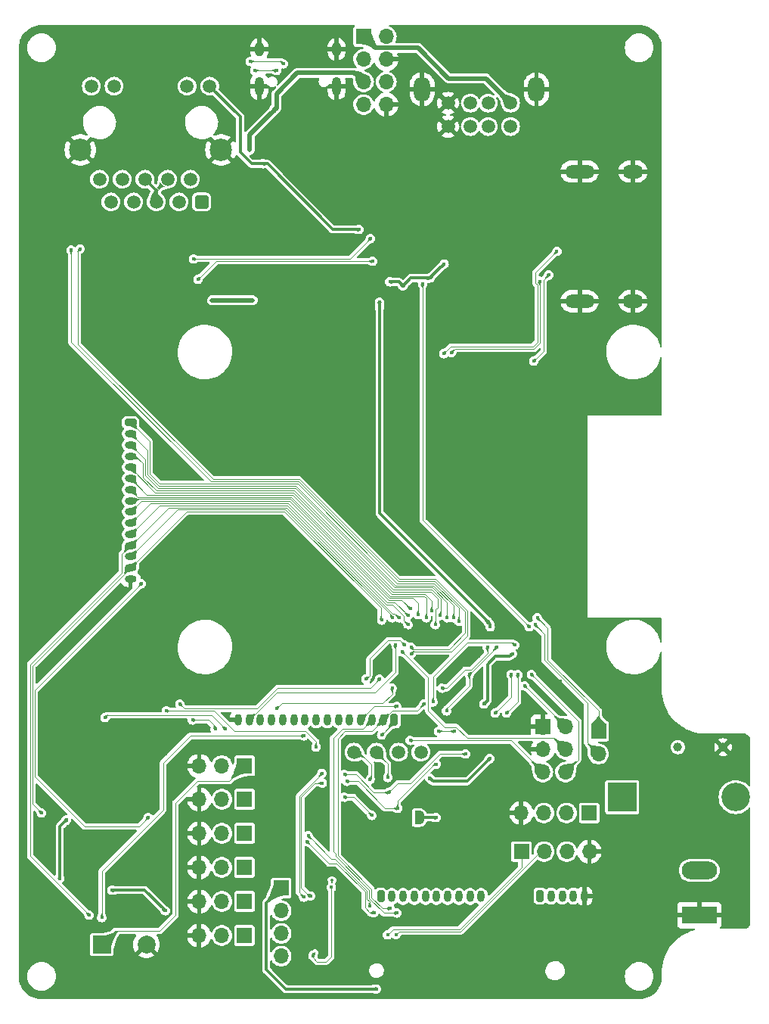
<source format=gbr>
%TF.GenerationSoftware,KiCad,Pcbnew,7.99.0-957-g18dd623122*%
%TF.CreationDate,2023-07-02T21:07:37-04:00*%
%TF.ProjectId,carrier,63617272-6965-4722-9e6b-696361645f70,V1.0*%
%TF.SameCoordinates,Original*%
%TF.FileFunction,Copper,L4,Bot*%
%TF.FilePolarity,Positive*%
%FSLAX46Y46*%
G04 Gerber Fmt 4.6, Leading zero omitted, Abs format (unit mm)*
G04 Created by KiCad (PCBNEW 7.99.0-957-g18dd623122) date 2023-07-02 21:07:37*
%MOMM*%
%LPD*%
G01*
G04 APERTURE LIST*
G04 Aperture macros list*
%AMRoundRect*
0 Rectangle with rounded corners*
0 $1 Rounding radius*
0 $2 $3 $4 $5 $6 $7 $8 $9 X,Y pos of 4 corners*
0 Add a 4 corners polygon primitive as box body*
4,1,4,$2,$3,$4,$5,$6,$7,$8,$9,$2,$3,0*
0 Add four circle primitives for the rounded corners*
1,1,$1+$1,$2,$3*
1,1,$1+$1,$4,$5*
1,1,$1+$1,$6,$7*
1,1,$1+$1,$8,$9*
0 Add four rect primitives between the rounded corners*
20,1,$1+$1,$2,$3,$4,$5,0*
20,1,$1+$1,$4,$5,$6,$7,0*
20,1,$1+$1,$6,$7,$8,$9,0*
20,1,$1+$1,$8,$9,$2,$3,0*%
%AMFreePoly0*
4,1,19,0.500000,-0.750000,0.000000,-0.750000,0.000000,-0.744911,-0.071157,-0.744911,-0.207708,-0.704816,-0.327430,-0.627875,-0.420627,-0.520320,-0.479746,-0.390866,-0.500000,-0.250000,-0.500000,0.250000,-0.479746,0.390866,-0.420627,0.520320,-0.327430,0.627875,-0.207708,0.704816,-0.071157,0.744911,0.000000,0.744911,0.000000,0.750000,0.500000,0.750000,0.500000,-0.750000,0.500000,-0.750000,
$1*%
%AMFreePoly1*
4,1,19,0.000000,0.744911,0.071157,0.744911,0.207708,0.704816,0.327430,0.627875,0.420627,0.520320,0.479746,0.390866,0.500000,0.250000,0.500000,-0.250000,0.479746,-0.390866,0.420627,-0.520320,0.327430,-0.627875,0.207708,-0.704816,0.071157,-0.744911,0.000000,-0.744911,0.000000,-0.750000,-0.500000,-0.750000,-0.500000,0.750000,0.000000,0.750000,0.000000,0.744911,0.000000,0.744911,
$1*%
G04 Aperture macros list end*
%TA.AperFunction,ComponentPad*%
%ADD10O,3.300000X1.500000*%
%TD*%
%TA.AperFunction,ComponentPad*%
%ADD11O,2.300000X1.500000*%
%TD*%
%TA.AperFunction,ComponentPad*%
%ADD12C,1.500000*%
%TD*%
%TA.AperFunction,ComponentPad*%
%ADD13O,1.800000X2.800000*%
%TD*%
%TA.AperFunction,ComponentPad*%
%ADD14RoundRect,0.250500X0.499500X0.499500X-0.499500X0.499500X-0.499500X-0.499500X0.499500X-0.499500X0*%
%TD*%
%TA.AperFunction,ComponentPad*%
%ADD15C,2.500000*%
%TD*%
%TA.AperFunction,ComponentPad*%
%ADD16R,1.700000X1.700000*%
%TD*%
%TA.AperFunction,ComponentPad*%
%ADD17O,1.700000X1.700000*%
%TD*%
%TA.AperFunction,ComponentPad*%
%ADD18RoundRect,0.200000X-0.450000X0.200000X-0.450000X-0.200000X0.450000X-0.200000X0.450000X0.200000X0*%
%TD*%
%TA.AperFunction,ComponentPad*%
%ADD19O,1.300000X0.800000*%
%TD*%
%TA.AperFunction,ComponentPad*%
%ADD20RoundRect,0.200000X-0.200000X-0.450000X0.200000X-0.450000X0.200000X0.450000X-0.200000X0.450000X0*%
%TD*%
%TA.AperFunction,ComponentPad*%
%ADD21O,0.800000X1.300000*%
%TD*%
%TA.AperFunction,ComponentPad*%
%ADD22RoundRect,0.200000X0.200000X0.450000X-0.200000X0.450000X-0.200000X-0.450000X0.200000X-0.450000X0*%
%TD*%
%TA.AperFunction,ComponentPad*%
%ADD23O,1.000000X2.100000*%
%TD*%
%TA.AperFunction,ComponentPad*%
%ADD24O,1.000000X1.600000*%
%TD*%
%TA.AperFunction,ComponentPad*%
%ADD25R,3.960000X1.980000*%
%TD*%
%TA.AperFunction,ComponentPad*%
%ADD26O,3.960000X1.980000*%
%TD*%
%TA.AperFunction,ComponentPad*%
%ADD27C,1.000000*%
%TD*%
%TA.AperFunction,ComponentPad*%
%ADD28R,3.200000X3.200000*%
%TD*%
%TA.AperFunction,ComponentPad*%
%ADD29O,3.200000X3.200000*%
%TD*%
%TA.AperFunction,ComponentPad*%
%ADD30R,2.000000X2.000000*%
%TD*%
%TA.AperFunction,ComponentPad*%
%ADD31C,2.000000*%
%TD*%
%TA.AperFunction,SMDPad,CuDef*%
%ADD32FreePoly0,0.000000*%
%TD*%
%TA.AperFunction,SMDPad,CuDef*%
%ADD33FreePoly1,0.000000*%
%TD*%
%TA.AperFunction,SMDPad,CuDef*%
%ADD34C,1.500000*%
%TD*%
%TA.AperFunction,ViaPad*%
%ADD35C,0.450000*%
%TD*%
%TA.AperFunction,Conductor*%
%ADD36C,0.125000*%
%TD*%
%TA.AperFunction,Conductor*%
%ADD37C,0.300000*%
%TD*%
%TA.AperFunction,Conductor*%
%ADD38C,0.500000*%
%TD*%
%TA.AperFunction,Conductor*%
%ADD39C,0.090000*%
%TD*%
G04 APERTURE END LIST*
D10*
%TO.P,J1,SH1,SH*%
%TO.N,GND*%
X60260495Y90029000D03*
%TO.P,J1,SH2,SH*%
X60260495Y75529000D03*
D11*
%TO.P,J1,SH3,SH*%
X66220495Y75529000D03*
%TO.P,J1,SH4,SH*%
X66220495Y90029000D03*
%TD*%
D12*
%TO.P,J4,1,VBUS`*%
%TO.N,/USB2-HUB/VBUS*%
X52524995Y95075600D03*
%TO.P,J4,2,D-`*%
%TO.N,/USB2-HUB/HD1_N*%
X50024995Y95075600D03*
%TO.P,J4,3,D+`*%
%TO.N,/USB2-HUB/HD1_P*%
X48024995Y95075600D03*
%TO.P,J4,4,GND`*%
%TO.N,GND*%
X45524995Y95075600D03*
%TO.P,J4,5,VBUS*%
%TO.N,/USB2-HUB/VBUS*%
X52524995Y97695600D03*
%TO.P,J4,6,D-*%
%TO.N,/USB2-HUB/HD2_N*%
X50024995Y97695600D03*
%TO.P,J4,7,D+*%
%TO.N,/USB2-HUB/HD2_P*%
X48024995Y97695600D03*
%TO.P,J4,8,GND*%
%TO.N,GND*%
X45524995Y97695600D03*
D13*
%TO.P,J4,MT1,MT1*%
X55424995Y99245600D03*
%TO.P,J4,MT2,MT2*%
X42624995Y99245600D03*
%TD*%
D14*
%TO.P,U10,1,TRD0+*%
%TO.N,/CM4_GPIO ( Ethernet\u002C GPIO\u002C SDCARD)/TRD0_P*%
X17932995Y86629000D03*
D12*
%TO.P,U10,2,TRD0-*%
%TO.N,/CM4_GPIO ( Ethernet\u002C GPIO\u002C SDCARD)/TRD0_N*%
X16662995Y89169000D03*
%TO.P,U10,3,TRD1+*%
%TO.N,/CM4_GPIO ( Ethernet\u002C GPIO\u002C SDCARD)/TRD1_P*%
X15392995Y86629000D03*
%TO.P,U10,4,TRD1-*%
%TO.N,/CM4_GPIO ( Ethernet\u002C GPIO\u002C SDCARD)/TRD1_N*%
X14122995Y89169000D03*
%TO.P,U10,5,CT*%
%TO.N,Net-(C19-Pad1)*%
X12852995Y86629000D03*
%TO.P,U10,6,CT*%
X11582995Y89169000D03*
%TO.P,U10,7,TRD2+*%
%TO.N,/CM4_GPIO ( Ethernet\u002C GPIO\u002C SDCARD)/TRD2_P*%
X10312995Y86629000D03*
%TO.P,U10,8,TRD2-*%
%TO.N,/CM4_GPIO ( Ethernet\u002C GPIO\u002C SDCARD)/TRD2_N*%
X9042995Y89169000D03*
%TO.P,U10,9,TRD3+*%
%TO.N,/CM4_GPIO ( Ethernet\u002C GPIO\u002C SDCARD)/TRD3_P*%
X7772995Y86629000D03*
%TO.P,U10,10,TRD3-*%
%TO.N,/CM4_GPIO ( Ethernet\u002C GPIO\u002C SDCARD)/TRD3_N*%
X6502995Y89169000D03*
D15*
%TO.P,U10,15,SHIELD*%
%TO.N,GND*%
X20092995Y92469000D03*
%TO.P,U10,16,SHIELD*%
X4342995Y92469000D03*
D12*
%TO.P,U10,L1,LEDY_A*%
%TO.N,+3.3v*%
X5587995Y99579000D03*
%TO.P,U10,L2,LEDY_K*%
%TO.N,Net-(U10-LEDY_K)*%
X8127995Y99579000D03*
%TO.P,U10,L3,LEDG_K*%
%TO.N,Net-(U10-LEDG_K)*%
X16307995Y99579000D03*
%TO.P,U10,L4,LEDG_A*%
%TO.N,+3.3v*%
X18847995Y99579000D03*
%TD*%
D16*
%TO.P,J8,1,Pin_1*%
%TO.N,/SDA*%
X53733995Y13960000D03*
D17*
%TO.P,J8,2,Pin_2*%
%TO.N,/SCL*%
X56273995Y13960000D03*
%TO.P,J8,3,Pin_3*%
%TO.N,+3.3v*%
X58813995Y13960000D03*
%TO.P,J8,4,Pin_4*%
%TO.N,GND*%
X61353995Y13960000D03*
%TD*%
D16*
%TO.P,J12,1,Pin_1*%
%TO.N,/Sensors/LED2*%
X22745695Y16002000D03*
D17*
%TO.P,J12,2,Pin_2*%
%TO.N,/+5v*%
X20205695Y16002000D03*
%TO.P,J12,3,Pin_3*%
%TO.N,GND*%
X17665695Y16002000D03*
%TD*%
D16*
%TO.P,J9,1,Pin_1*%
%TO.N,+3.3v*%
X61343995Y18278000D03*
D17*
%TO.P,J9,2,Pin_2*%
%TO.N,/SCL*%
X58803995Y18278000D03*
%TO.P,J9,3,Pin_3*%
%TO.N,/SDA*%
X56263995Y18278000D03*
%TO.P,J9,4,Pin_4*%
%TO.N,GND*%
X53723995Y18278000D03*
%TD*%
D16*
%TO.P,J5,1,Pin_1*%
%TO.N,GND*%
X56136995Y27930000D03*
D17*
%TO.P,J5,2,Pin_2*%
%TO.N,/CM4_GPIO ( Ethernet\u002C GPIO\u002C SDCARD)/nRPIBOOT*%
X58676995Y27930000D03*
%TO.P,J5,3,Pin_3*%
%TO.N,GND*%
X56136995Y25390000D03*
%TO.P,J5,4,Pin_4*%
%TO.N,/CM4_GPIO ( Ethernet\u002C GPIO\u002C SDCARD)/EEPROM_nWP*%
X58676995Y25390000D03*
%TO.P,J5,5,Pin_5*%
%TO.N,Net-(J5-Pin_5)*%
X56136995Y22850000D03*
%TO.P,J5,6,Pin_6*%
%TO.N,/GLOBAL_EN*%
X58676995Y22850000D03*
%TD*%
D18*
%TO.P,J6,1,Pin_1*%
%TO.N,/CM4_GPIO ( Ethernet\u002C GPIO\u002C SDCARD)/GPIO2*%
X9963995Y61956000D03*
D19*
%TO.P,J6,2,Pin_2*%
%TO.N,/CM4_GPIO ( Ethernet\u002C GPIO\u002C SDCARD)/GPIO3*%
X9963995Y60706000D03*
%TO.P,J6,3,Pin_3*%
%TO.N,/TX_1*%
X9963995Y59456000D03*
%TO.P,J6,4,Pin_4*%
%TO.N,/CM4_GPIO ( Ethernet\u002C GPIO\u002C SDCARD)/GPIO17*%
X9963995Y58206000D03*
%TO.P,J6,5,Pin_5*%
%TO.N,/CM4_GPIO ( Ethernet\u002C GPIO\u002C SDCARD)/GPIO27*%
X9963995Y56956000D03*
%TO.P,J6,6,Pin_6*%
%TO.N,/CM4_GPIO ( Ethernet\u002C GPIO\u002C SDCARD)/GPIO22*%
X9963995Y55706000D03*
%TO.P,J6,7,Pin_7*%
%TO.N,/CM4_GPIO ( Ethernet\u002C GPIO\u002C SDCARD)/GPIO10*%
X9963995Y54456000D03*
%TO.P,J6,8,Pin_8*%
%TO.N,/CM4_GPIO ( Ethernet\u002C GPIO\u002C SDCARD)/GPIO9*%
X9963995Y53206000D03*
%TO.P,J6,9,Pin_9*%
%TO.N,/CM4_GPIO ( Ethernet\u002C GPIO\u002C SDCARD)/GPIO11*%
X9963995Y51956000D03*
%TO.P,J6,10,Pin_10*%
%TO.N,/CM4_GPIO ( Ethernet\u002C GPIO\u002C SDCARD)/ID_SD*%
X9963995Y50706000D03*
%TO.P,J6,11,Pin_11*%
%TO.N,/RX_1*%
X9963995Y49456000D03*
%TO.P,J6,12,Pin_12*%
%TO.N,/CM4_GPIO ( Ethernet\u002C GPIO\u002C SDCARD)/GPIO6*%
X9963995Y48206000D03*
%TO.P,J6,13,Pin_13*%
%TO.N,/CM4_GPIO ( Ethernet\u002C GPIO\u002C SDCARD)/GPIO13*%
X9963995Y46956000D03*
%TO.P,J6,14,Pin_14*%
%TO.N,/CM4_GPIO ( Ethernet\u002C GPIO\u002C SDCARD)/GPIO19*%
X9963995Y45706000D03*
%TO.P,J6,15,Pin_15*%
%TO.N,GND*%
X9963995Y44456000D03*
%TD*%
D20*
%TO.P,J10,1,Pin_1*%
%TO.N,Net-(J10-Pin_1)*%
X37988995Y8938000D03*
D21*
%TO.P,J10,2,Pin_2*%
%TO.N,Net-(J10-Pin_2)*%
X39238995Y8938000D03*
%TO.P,J10,3,Pin_3*%
%TO.N,Net-(J10-Pin_3)*%
X40488995Y8938000D03*
%TO.P,J10,4,Pin_4*%
%TO.N,Net-(J10-Pin_4)*%
X41738995Y8938000D03*
%TO.P,J10,5,Pin_5*%
%TO.N,Net-(J10-Pin_5)*%
X42988995Y8938000D03*
%TO.P,J10,6,Pin_6*%
%TO.N,Net-(J10-Pin_6)*%
X44238995Y8938000D03*
%TO.P,J10,7,Pin_7*%
%TO.N,Net-(J10-Pin_7)*%
X45488995Y8938000D03*
%TO.P,J10,8,Pin_8*%
%TO.N,Net-(J10-Pin_8)*%
X46738995Y8938000D03*
%TO.P,J10,9,Pin_9*%
%TO.N,Net-(J10-Pin_9)*%
X47988995Y8938000D03*
%TO.P,J10,10,Pin_10*%
%TO.N,Net-(J10-Pin_10)*%
X49238995Y8938000D03*
%TD*%
D20*
%TO.P,J20,1,Pin_1*%
%TO.N,/RX*%
X55806995Y8991000D03*
D21*
%TO.P,J20,2,Pin_2*%
%TO.N,/TX*%
X57056995Y8991000D03*
%TO.P,J20,3,Pin_3*%
%TO.N,/RX_1*%
X58306995Y8991000D03*
%TO.P,J20,4,Pin_4*%
%TO.N,/TX_1*%
X59556995Y8991000D03*
%TO.P,J20,5,Pin_5*%
%TO.N,GND*%
X60806995Y8991000D03*
%TD*%
D16*
%TO.P,J3,1,Pin_1*%
%TO.N,/USB2-HUB/VBUS*%
X36070995Y105146000D03*
D17*
%TO.P,J3,2,Pin_2*%
%TO.N,/USB2-HUB/HD3_N*%
X38610995Y105146000D03*
%TO.P,J3,3,Pin_3*%
%TO.N,/USB2-HUB/HD3_P*%
X36070995Y102606000D03*
%TO.P,J3,4,Pin_4*%
%TO.N,GND*%
X38610995Y102606000D03*
%TO.P,J3,5,Pin_5*%
%TO.N,/USB2-HUB/VBUS*%
X36070995Y100066000D03*
%TO.P,J3,6,Pin_6*%
%TO.N,/USB2-HUB/HD4_N*%
X38610995Y100066000D03*
%TO.P,J3,7,Pin_7*%
%TO.N,/USB2-HUB/HD4_P*%
X36070995Y97526000D03*
%TO.P,J3,8,Pin_8*%
%TO.N,GND*%
X38610995Y97526000D03*
%TD*%
D22*
%TO.P,J7,1,Pin_1*%
%TO.N,/CM4_GPIO ( Ethernet\u002C GPIO\u002C SDCARD)/GPIO18*%
X39506995Y28692000D03*
D21*
%TO.P,J7,2,Pin_2*%
%TO.N,/RX*%
X38256995Y28692000D03*
%TO.P,J7,3,Pin_3*%
%TO.N,/TX*%
X37006995Y28692000D03*
%TO.P,J7,4,Pin_4*%
%TO.N,/CM4_GPIO ( Ethernet\u002C GPIO\u002C SDCARD)/GPIO24*%
X35756995Y28692000D03*
%TO.P,J7,5,Pin_5*%
%TO.N,/CM4_GPIO ( Ethernet\u002C GPIO\u002C SDCARD)/GPIO23*%
X34506995Y28692000D03*
%TO.P,J7,6,Pin_6*%
%TO.N,/CM4_GPIO ( Ethernet\u002C GPIO\u002C SDCARD)/GPIO25*%
X33256995Y28692000D03*
%TO.P,J7,7,Pin_7*%
%TO.N,/CM4_GPIO ( Ethernet\u002C GPIO\u002C SDCARD)/GPIO8*%
X32006995Y28692000D03*
%TO.P,J7,8,Pin_8*%
%TO.N,/CM4_GPIO ( Ethernet\u002C GPIO\u002C SDCARD)/GPIO7*%
X30756995Y28692000D03*
%TO.P,J7,9,Pin_9*%
%TO.N,/CM4_GPIO ( Ethernet\u002C GPIO\u002C SDCARD)/ID_SC*%
X29506995Y28692000D03*
%TO.P,J7,10,Pin_10*%
%TO.N,/CM4_GPIO ( Ethernet\u002C GPIO\u002C SDCARD)/GPIO16*%
X28256995Y28692000D03*
%TO.P,J7,11,Pin_11*%
%TO.N,/CM4_GPIO ( Ethernet\u002C GPIO\u002C SDCARD)/GPIO20*%
X27006995Y28692000D03*
%TO.P,J7,12,Pin_12*%
%TO.N,/CM4_GPIO ( Ethernet\u002C GPIO\u002C SDCARD)/GPIO21*%
X25756995Y28692000D03*
%TO.P,J7,13,Pin_13*%
%TO.N,/CM4_GPIO ( Ethernet\u002C GPIO\u002C SDCARD)/GPIO12*%
X24506995Y28692000D03*
%TO.P,J7,14,Pin_14*%
%TO.N,/CM4_GPIO ( Ethernet\u002C GPIO\u002C SDCARD)/GPIO26*%
X23256995Y28692000D03*
%TO.P,J7,15,Pin_15*%
%TO.N,GND*%
X22006995Y28692000D03*
%TD*%
D23*
%TO.P,J2,S1,SHIELD*%
%TO.N,GND*%
X33044995Y99546500D03*
D24*
X33044995Y103726500D03*
D23*
X24404995Y99546500D03*
D24*
X24404995Y103726500D03*
%TD*%
D16*
%TO.P,J21,1,Pin_1*%
%TO.N,/RX_1*%
X62370995Y27411000D03*
D17*
%TO.P,J21,2,Pin_2*%
%TO.N,/TX_1*%
X62370995Y24871000D03*
%TD*%
D16*
%TO.P,J11,1,Pin_1*%
%TO.N,/Sensors/LED0*%
X22745695Y23570000D03*
D17*
%TO.P,J11,2,Pin_2*%
%TO.N,/+5v*%
X20205695Y23570000D03*
%TO.P,J11,3,Pin_3*%
%TO.N,GND*%
X17665695Y23570000D03*
%TD*%
D16*
%TO.P,J17,1,Pin_1*%
%TO.N,/ISENSE*%
X26836395Y9880000D03*
D17*
%TO.P,J17,2,Pin_2*%
%TO.N,Net-(J17-Pin_2)*%
X26836395Y7340000D03*
%TO.P,J17,3,Pin_3*%
%TO.N,Net-(J17-Pin_3)*%
X26836395Y4800000D03*
%TO.P,J17,4,Pin_4*%
%TO.N,Net-(J17-Pin_4)*%
X26836395Y2260000D03*
%TD*%
D25*
%TO.P,J19,1,Pin_1*%
%TO.N,GND*%
X73662995Y6848000D03*
D26*
%TO.P,J19,2,Pin_2*%
%TO.N,Net-(D12-A)*%
X73662995Y11848000D03*
%TD*%
D27*
%TO.P,TP11,1,1*%
%TO.N,Net-(D12-A)*%
X71249995Y25644000D03*
%TD*%
%TO.P,TP12,1,1*%
%TO.N,GND*%
X76329995Y25644000D03*
%TD*%
D16*
%TO.P,J14,1,Pin_1*%
%TO.N,/Sensors/LED1*%
X22745695Y19812000D03*
D17*
%TO.P,J14,2,Pin_2*%
%TO.N,/+5v*%
X20205695Y19812000D03*
%TO.P,J14,3,Pin_3*%
%TO.N,GND*%
X17665695Y19812000D03*
%TD*%
D28*
%TO.P,D12,1,K*%
%TO.N,/+5v*%
X65026995Y20056000D03*
D29*
%TO.P,D12,2,A*%
%TO.N,Net-(D12-A)*%
X77726995Y20056000D03*
%TD*%
D16*
%TO.P,J16,1,Pin_1*%
%TO.N,/Sensors/LED5*%
X22730695Y4572000D03*
D17*
%TO.P,J16,2,Pin_2*%
%TO.N,/+5v*%
X20190695Y4572000D03*
%TO.P,J16,3,Pin_3*%
%TO.N,GND*%
X17650695Y4572000D03*
%TD*%
D16*
%TO.P,J13,1,Pin_1*%
%TO.N,/Sensors/LED4*%
X22745695Y8382000D03*
D17*
%TO.P,J13,2,Pin_2*%
%TO.N,/+5v*%
X20205695Y8382000D03*
%TO.P,J13,3,Pin_3*%
%TO.N,GND*%
X17665695Y8382000D03*
%TD*%
D16*
%TO.P,J15,1,Pin_1*%
%TO.N,/Sensors/LED3*%
X22730695Y12192000D03*
D17*
%TO.P,J15,2,Pin_2*%
%TO.N,/+5v*%
X20190695Y12192000D03*
%TO.P,J15,3,Pin_3*%
%TO.N,GND*%
X17650695Y12192000D03*
%TD*%
D30*
%TO.P,BZ1,1,-*%
%TO.N,/Sensors/LED0*%
X6747495Y3556000D03*
D31*
%TO.P,BZ1,2,+*%
%TO.N,GND*%
X11747495Y3556000D03*
%TD*%
D32*
%TO.P,JP3,1,A*%
%TO.N,GND*%
X41008995Y17770000D03*
D33*
%TO.P,JP3,2,B*%
%TO.N,Net-(JP3-B)*%
X42308995Y17770000D03*
%TD*%
D34*
%TO.P,TP5,1,1*%
%TO.N,Net-(U13-INT3)*%
X34988995Y25080000D03*
%TD*%
%TO.P,TP4,1,1*%
%TO.N,Net-(U13-INT2)*%
X42488995Y25080000D03*
%TD*%
%TO.P,TP3,1,1*%
%TO.N,Net-(U13-INT1)*%
X39988995Y25080000D03*
%TD*%
%TO.P,TP6,1,1*%
%TO.N,Net-(U13-INT4)*%
X37488995Y25080000D03*
%TD*%
D35*
%TO.N,GND*%
X60592995Y62204000D03*
X53303195Y10362600D03*
X40986995Y69598000D03*
X58306995Y104876000D03*
X52972995Y71094000D03*
X69990995Y9118000D03*
X60592995Y48742000D03*
X70498995Y18262000D03*
X79134995Y9372000D03*
X63132995Y99796000D03*
X60592995Y58140000D03*
X10046995Y66268000D03*
X60592995Y50012000D03*
X60592995Y41884000D03*
X41288995Y22580000D03*
X18047995Y40614000D03*
X62624995Y39598000D03*
X24143995Y1244000D03*
X45098995Y83794000D03*
X61788959Y-1762649D03*
X-2145005Y48107000D03*
X53531795Y101116800D03*
X44336995Y18516000D03*
X50576995Y69558000D03*
X16904995Y81508000D03*
X54750995Y48488000D03*
X38494995Y71094000D03*
X69482995Y13690000D03*
X10199395Y42036400D03*
X44082995Y12420000D03*
X36208995Y37058000D03*
X51194995Y18262000D03*
X61176295Y82263400D03*
X64148995Y63220000D03*
X15634995Y76936000D03*
X61176295Y83762000D03*
X12840995Y93192000D03*
X51956995Y11429400D03*
X53226995Y84556000D03*
X140995Y97256000D03*
X60592995Y56108000D03*
X40755709Y38785428D03*
X55385995Y86715000D03*
X43320995Y71094000D03*
X66434995Y87858000D03*
X13348995Y10388000D03*
X39880995Y80508000D03*
X51398195Y102539200D03*
X63894995Y39598000D03*
X62878995Y88620000D03*
X49346995Y69568000D03*
X15380995Y82016000D03*
X60592995Y57124000D03*
X41007495Y80508000D03*
X60592995Y52552000D03*
X66688995Y63220000D03*
X48654995Y80238000D03*
X26566995Y24948000D03*
X21984995Y88112000D03*
X46986995Y69598000D03*
X53887395Y91566400D03*
X-367005Y86080000D03*
X5982995Y9372000D03*
X10173995Y25374000D03*
X47384995Y72872000D03*
X26556995Y77444000D03*
X17061661Y65100248D03*
X11570995Y72364000D03*
X55258995Y36550000D03*
X42914595Y91972800D03*
X61216995Y86756400D03*
X50686995Y85318000D03*
X-1383005Y40614000D03*
X-367005Y4292000D03*
X25032995Y43662000D03*
X21730995Y31470000D03*
X40780995Y70840000D03*
X42762195Y14325000D03*
X60592995Y59156000D03*
X30874995Y96748000D03*
X63228835Y-654072D03*
X13856995Y24866000D03*
X18428995Y43408000D03*
X60592995Y47472000D03*
X33414995Y72872000D03*
X54115995Y85572000D03*
X45098995Y24104000D03*
X59068995Y99542000D03*
X42050995Y74650000D03*
X17158995Y27660000D03*
X39786995Y69568000D03*
X15634995Y79222000D03*
X32906995Y87096000D03*
X59830995Y92176000D03*
X63513995Y10388000D03*
X-1383005Y74142000D03*
X52972995Y21310000D03*
X60338995Y94208000D03*
X64910995Y79222000D03*
X50432995Y228000D03*
X37224995Y70840000D03*
X39002995Y36804000D03*
X60592995Y55092000D03*
X44336995Y20802000D03*
X42166995Y82540000D03*
X45860995Y74142000D03*
X37224995Y37058000D03*
X60592995Y53822000D03*
X46956995Y66778000D03*
X59068995Y72618000D03*
X57823495Y83812800D03*
X49924995Y86080000D03*
X28334995Y90652000D03*
X14364995Y15214000D03*
X54242995Y25882000D03*
X25286995Y48742000D03*
X39880995Y81524000D03*
X49416995Y81000000D03*
X53988995Y23723000D03*
X30366995Y88874000D03*
X23254995Y65506000D03*
X68974995Y39598000D03*
X32956995Y97718000D03*
X38586995Y69568000D03*
X44844995Y105130000D03*
X28080995Y73634000D03*
X3966995Y63408000D03*
X47130995Y35788000D03*
X47892995Y87604000D03*
X52210995Y83540000D03*
X51796995Y69568000D03*
X30570195Y10997600D03*
X51956995Y65506000D03*
X9792995Y103860000D03*
X42406595Y4241200D03*
X42496995Y19538000D03*
X52986995Y69588000D03*
X42457395Y89128000D03*
X39510995Y66522000D03*
X60592995Y44678000D03*
X54877995Y79349000D03*
X10554995Y21564000D03*
X25540995Y89382000D03*
X3966995Y42068000D03*
X31281395Y2209200D03*
X58306995Y11150000D03*
X28588995Y77596400D03*
X6490995Y-534000D03*
X43320995Y35788000D03*
X6744995Y18262000D03*
X45606995Y71094000D03*
X67196995Y99288000D03*
X42176995Y69608000D03*
X18936995Y102590000D03*
X45606995Y66268000D03*
X42711395Y95935200D03*
X61354995Y6578000D03*
X15380995Y104114000D03*
X48908995Y35788000D03*
X44336995Y19532000D03*
X68974995Y63220000D03*
X394995Y25120000D03*
X47556995Y15332500D03*
X66180995Y83286000D03*
X51702995Y71094000D03*
X41007495Y82540000D03*
X45606995Y18262000D03*
X57290995Y7086000D03*
X24524995Y36042000D03*
X2938995Y69820000D03*
X56020995Y80492000D03*
X40780995Y73888000D03*
X57798995Y69316000D03*
X75883795Y24154800D03*
X62878995Y86588000D03*
X55004995Y4038000D03*
X41034995Y74396000D03*
X65418995Y63220000D03*
X53353995Y75539000D03*
X46368995Y77952000D03*
X58052995Y32994000D03*
X77610995Y12420000D03*
X49213795Y90194800D03*
X7049795Y72668800D03*
X32652995Y67538000D03*
X49416995Y10896000D03*
X42812995Y28930000D03*
X5728995Y103860000D03*
X48146995Y71094000D03*
X17466995Y-922000D03*
X59597289Y2646174D03*
X48263498Y35788000D03*
X42166995Y81524000D03*
X25794995Y94208000D03*
X61608995Y63220000D03*
X26556995Y104622000D03*
X29604995Y70078000D03*
X32906995Y93700000D03*
X35700995Y90398000D03*
X68466995Y22072000D03*
X18174995Y30708000D03*
X69482995Y20802000D03*
X36716995Y85318000D03*
X36208995Y70840000D03*
X57823495Y82314200D03*
X60084995Y70332000D03*
X30874995Y102844000D03*
X25540995Y14960000D03*
X47641272Y13827327D03*
X44590995Y71094000D03*
X-1129005Y58394000D03*
X30112995Y75767600D03*
X51194995Y82651000D03*
X10402595Y39699600D03*
X39764995Y71094000D03*
X5728995Y13944000D03*
X836995Y19318000D03*
X67958995Y63220000D03*
X42166995Y80508000D03*
X35954995Y18124503D03*
X18606995Y83978000D03*
X11062995Y11658000D03*
X35700995Y58648000D03*
X53353995Y76936000D03*
X37296995Y69588000D03*
X3986995Y56278000D03*
X45606995Y228000D03*
X18682995Y77952000D03*
X22686995Y82968000D03*
X50178995Y81762000D03*
X46876995Y57632000D03*
X78931795Y25069200D03*
X49416995Y71094000D03*
X66434995Y85572000D03*
X11824995Y81254000D03*
X56782995Y87731000D03*
X20460995Y79476000D03*
X62624995Y95986000D03*
X31586195Y5866800D03*
X50686995Y54076000D03*
X11062995Y990000D03*
X46622995Y75412000D03*
X13958595Y40410800D03*
X5728995Y81762000D03*
X69736995Y15976000D03*
X36236995Y69568000D03*
X30112995Y59664000D03*
X45352995Y51536000D03*
X49924995Y16484000D03*
X54242995Y71094000D03*
X41796995Y87350000D03*
X35446995Y79222000D03*
X52109395Y88518400D03*
X62878995Y84048000D03*
X60592995Y43408000D03*
X60592995Y51282000D03*
X76848995Y9372000D03*
X60592995Y61188000D03*
X54750995Y54330000D03*
X67958995Y29692000D03*
X34694785Y10048010D03*
X61100995Y39598000D03*
X61176295Y79266200D03*
X53226995Y104876000D03*
X77356995Y7594000D03*
X26956995Y83868000D03*
X29096995Y96494000D03*
X35700995Y34010000D03*
X37306995Y19078000D03*
X18174995Y58394000D03*
X54196995Y69568000D03*
X49035995Y4546000D03*
X35700995Y6628800D03*
X78372995Y15214000D03*
X-2018005Y55092000D03*
X37478995Y34010000D03*
X29604995Y5917600D03*
X39383995Y355000D03*
X3916995Y49278000D03*
X45987995Y4165000D03*
X64656995Y97764000D03*
X43066995Y37058000D03*
X48146995Y38836000D03*
X53353995Y74015000D03*
X31636995Y34264000D03*
X39880995Y82540000D03*
X14872995Y28676000D03*
X49416995Y38836000D03*
X49416995Y14452000D03*
X68212995Y5308000D03*
X56528995Y2768000D03*
X34684995Y53568000D03*
X24524995Y92430000D03*
X69736995Y7086000D03*
X37986995Y23342000D03*
X45352995Y35788000D03*
X60592995Y60172000D03*
X51448995Y45694000D03*
X69228995Y27406000D03*
X30112995Y79425200D03*
X7887995Y27660000D03*
X36716995Y74650000D03*
X48196995Y69588000D03*
X56782995Y81254000D03*
X34684995Y34010000D03*
X62116995Y104114000D03*
X5982995Y25120000D03*
X68720995Y16484000D03*
X67196995Y97002000D03*
X44844995Y37058000D03*
X48146995Y79476000D03*
X26175995Y11531000D03*
X57544995Y65252000D03*
X29746995Y83898000D03*
X67704995Y25374000D03*
X34634195Y4698400D03*
X8776995Y81000000D03*
X59830995Y4292000D03*
X57036995Y75666000D03*
X72276995Y19786000D03*
X34938995Y37312000D03*
X13856995Y62204000D03*
X73038995Y9626000D03*
X3188995Y3276000D03*
X41007495Y81526000D03*
X24524995Y59156000D03*
X66434995Y32994000D03*
X15126995Y48996000D03*
X46876995Y86588000D03*
X62878995Y63220000D03*
X-1891005Y67030000D03*
X24166995Y83898000D03*
X57864195Y86807200D03*
X68466995Y12420000D03*
X4712995Y78460000D03*
X54496995Y59664000D03*
X53734995Y78333000D03*
X60592995Y46202000D03*
X14872995Y56870000D03*
X45860995Y67792000D03*
X52210995Y4546000D03*
X48705795Y104571200D03*
X57823495Y85311400D03*
X67958995Y9626000D03*
X42050995Y70840000D03*
X39764995Y16738000D03*
X14364995Y20040000D03*
X67000545Y3563617D03*
X61176295Y85260600D03*
X50686995Y71094000D03*
X57823495Y79317000D03*
X7633995Y32867000D03*
X40526995Y32486000D03*
%TO.N,+3.3v*%
X45080245Y79711250D03*
X50040995Y39614000D03*
X50178995Y24358000D03*
X43482495Y78113500D03*
X49532995Y30470000D03*
X43448269Y22198726D03*
X40464745Y77252250D03*
X52718995Y36111409D03*
X24778995Y90906000D03*
X50252083Y39106000D03*
X37848995Y75428000D03*
X39002995Y77698000D03*
X37848995Y74828497D03*
X35562995Y83556000D03*
%TO.N,/USB2-HUB/VBUS*%
X26302995Y97510000D03*
X19092095Y75642150D03*
X26048995Y97002000D03*
X25656995Y96510000D03*
X25148995Y96002000D03*
X23320195Y93208000D03*
X23320195Y92446000D03*
X23664095Y75642150D03*
%TO.N,/RX_1*%
X55512995Y40106000D03*
X41034995Y39344000D03*
%TO.N,/TX_1*%
X55258995Y39344000D03*
X45427995Y40106000D03*
%TO.N,/RX*%
X42812995Y30454000D03*
X39002995Y7594000D03*
%TO.N,/TX*%
X39764995Y7086000D03*
%TO.N,/CM4_HighSpeed/HDMI0_HOTPLUG*%
X45900795Y69763800D03*
X55778366Y77766509D03*
%TO.N,/CM4_HighSpeed/HDMI0_SDA*%
X55120995Y68824000D03*
X56782995Y78460000D03*
%TO.N,/CM4_HighSpeed/HDMI0_CEC*%
X45037195Y69662200D03*
X57711795Y81117600D03*
%TO.N,/USB2-HUB/CC1*%
X23370995Y102352000D03*
X27064995Y102082000D03*
%TO.N,/USB2-HUB/CC2*%
X23878995Y101336000D03*
X26302995Y101336000D03*
%TO.N,/CM4_GPIO ( Ethernet\u002C GPIO\u002C SDCARD)/nRPIBOOT*%
X54104995Y32502000D03*
%TO.N,/CM4_GPIO ( Ethernet\u002C GPIO\u002C SDCARD)/EEPROM_nWP*%
X40388995Y36312000D03*
%TO.N,/GLOBAL_EN*%
X54866995Y33772000D03*
%TO.N,/CM4_GPIO ( Ethernet\u002C GPIO\u002C SDCARD)/WL_nDis*%
X52580995Y33772000D03*
X50802995Y29454000D03*
%TO.N,/CM4_GPIO ( Ethernet\u002C GPIO\u002C SDCARD)/BT_nDis*%
X52072995Y29454000D03*
X53342995Y33772000D03*
%TO.N,/CM4_GPIO ( Ethernet\u002C GPIO\u002C SDCARD)/GPIO2*%
X46738995Y39730503D03*
%TO.N,/CM4_GPIO ( Ethernet\u002C GPIO\u002C SDCARD)/GPIO3*%
X46114995Y40106000D03*
%TO.N,/CM4_GPIO ( Ethernet\u002C GPIO\u002C SDCARD)/GPIO17*%
X44641567Y40360000D03*
%TO.N,/CM4_GPIO ( Ethernet\u002C GPIO\u002C SDCARD)/GPIO18*%
X20576995Y27676000D03*
X7114995Y28946000D03*
X38085769Y26997848D03*
%TO.N,/CM4_GPIO ( Ethernet\u002C GPIO\u002C SDCARD)/GPIO27*%
X44082995Y39344000D03*
%TO.N,/CM4_GPIO ( Ethernet\u002C GPIO\u002C SDCARD)/GPIO22*%
X43690995Y40884000D03*
%TO.N,/CM4_GPIO ( Ethernet\u002C GPIO\u002C SDCARD)/GPIO24*%
X39764995Y30200000D03*
%TO.N,/CM4_GPIO ( Ethernet\u002C GPIO\u002C SDCARD)/GPIO10*%
X43066995Y40106000D03*
%TO.N,/CM4_GPIO ( Ethernet\u002C GPIO\u002C SDCARD)/GPIO9*%
X42149769Y40459848D03*
%TO.N,/CM4_GPIO ( Ethernet\u002C GPIO\u002C SDCARD)/GPIO11*%
X41288995Y41122000D03*
%TO.N,/CM4_GPIO ( Ethernet\u002C GPIO\u002C SDCARD)/GPIO7*%
X29350995Y26898000D03*
X6744995Y6578000D03*
%TO.N,/CM4_GPIO ( Ethernet\u002C GPIO\u002C SDCARD)/ID_SD*%
X41034995Y40360000D03*
%TO.N,/CM4_GPIO ( Ethernet\u002C GPIO\u002C SDCARD)/GPIO6*%
X5336995Y6848000D03*
X40018995Y40106000D03*
%TO.N,/CM4_GPIO ( Ethernet\u002C GPIO\u002C SDCARD)/GPIO12*%
X26302995Y29946000D03*
X39256995Y32232000D03*
%TO.N,/CM4_GPIO ( Ethernet\u002C GPIO\u002C SDCARD)/GPIO13*%
X11940995Y17770000D03*
X39256995Y40106000D03*
X11178995Y43932000D03*
%TO.N,/CM4_GPIO ( Ethernet\u002C GPIO\u002C SDCARD)/GPIO19*%
X2995Y18278000D03*
X38103498Y39852000D03*
%TO.N,/CM4_GPIO ( Ethernet\u002C GPIO\u002C SDCARD)/GPIO26*%
X39626995Y37074000D03*
%TO.N,/SDA*%
X47500995Y24882000D03*
X31382995Y22707000D03*
X33922995Y22580000D03*
X50940995Y36804000D03*
X38748995Y4647600D03*
X47892995Y33756000D03*
X45352995Y29692000D03*
X38864995Y20564000D03*
X29350995Y8864000D03*
%TO.N,/SCL*%
X44844995Y32232000D03*
X46230995Y27422000D03*
X34176995Y21818000D03*
X44452995Y27422000D03*
X30112995Y8991000D03*
X49924995Y36804000D03*
X31443942Y21608262D03*
X44202528Y23751875D03*
X39880995Y18786000D03*
X39688795Y4673000D03*
%TO.N,/CM4_GPIO ( Ethernet\u002C GPIO\u002C SDCARD)/ETH_LEDY*%
X41404995Y36820000D03*
X3315995Y81254000D03*
%TO.N,/CM4_GPIO ( Ethernet\u002C GPIO\u002C SDCARD)/ETH_LEDG*%
X4331995Y81381000D03*
X41404995Y36058000D03*
%TO.N,Net-(Module1A-PI_nLED_Activity)*%
X15496995Y30470000D03*
X37848995Y33264000D03*
%TO.N,/CM4_GPIO ( Ethernet\u002C GPIO\u002C SDCARD)/RUN_PG*%
X19444995Y27658361D03*
X52972995Y37058000D03*
X16904995Y28676000D03*
X43828995Y30708000D03*
%TO.N,/CM4_GPIO ( Ethernet\u002C GPIO\u002C SDCARD)/nPWR_LED*%
X36324995Y33264000D03*
X40642995Y37074000D03*
%TO.N,/nEXTRST*%
X42674995Y77460000D03*
X54612995Y39106000D03*
%TO.N,/USB2-HUB/PWR1*%
X17020995Y80254000D03*
X36832995Y82540000D03*
%TO.N,/USB2-HUB/nOCS1*%
X37086995Y80000000D03*
X17528995Y77968000D03*
%TO.N,Net-(U14-~{OE})*%
X36970995Y18008000D03*
X33922995Y20040000D03*
%TO.N,Net-(D14-K)*%
X2034995Y10912000D03*
X2796995Y17516000D03*
%TO.N,Net-(D15-A)*%
X13856995Y7340000D03*
X7876995Y9642000D03*
%TO.N,Net-(J10-Pin_1)*%
X36716995Y7848000D03*
X29858995Y15722000D03*
%TO.N,Net-(J10-Pin_2)*%
X37224995Y7132000D03*
X29731995Y15087000D03*
%TO.N,Net-(JP3-B)*%
X44198995Y17770000D03*
%TO.N,Net-(J5-Pin_5)*%
X41288995Y26390000D03*
X30736995Y25644000D03*
X13972995Y29708000D03*
%TO.N,Net-(U13-INT1)*%
X39988995Y25080000D03*
%TO.N,Net-(U13-INT2)*%
X42488995Y25080000D03*
%TO.N,Net-(U13-INT3)*%
X36793195Y22021200D03*
%TO.N,/ISENSE*%
X37478995Y-1423000D03*
%TO.N,Net-(U13-INT4)*%
X38774395Y22249800D03*
%TO.N,Net-(U16-ALERT{slash}RDY)*%
X32449795Y9956200D03*
X30392395Y2310800D03*
%TD*%
D36*
%TO.N,/Sensors/LED0*%
X21009695Y21834000D02*
X22745695Y23570000D01*
X17428995Y21834000D02*
X21009695Y21834000D01*
X13210995Y5070000D02*
X14988995Y6848000D01*
X14988995Y6848000D02*
X14988995Y19394000D01*
X6747495Y3556000D02*
X8261495Y5070000D01*
X14988995Y19394000D02*
X17428995Y21834000D01*
X8261495Y5070000D02*
X13210995Y5070000D01*
D37*
%TO.N,+3.3v*%
X25286995Y90906000D02*
X32636995Y83556000D01*
X22238995Y92176000D02*
X22238995Y96188000D01*
X50252083Y39402912D02*
X50040995Y39614000D01*
X24778995Y90906000D02*
X25286995Y90906000D01*
X50040995Y39614000D02*
X37848995Y51806000D01*
X43448269Y22198726D02*
X43828995Y21818000D01*
X40018995Y77698000D02*
X40464745Y77252250D01*
X50252083Y39106000D02*
X50252083Y39402912D01*
X43828995Y21818000D02*
X47638995Y21818000D01*
X52395586Y35788000D02*
X50786995Y35788000D01*
X37848995Y51806000D02*
X37848995Y75428000D01*
X39002995Y77698000D02*
X40018995Y77698000D01*
X45080245Y79711250D02*
X43482495Y78113500D01*
X41325995Y78113500D02*
X40464745Y77252250D01*
X22238995Y96188000D02*
X18847995Y99579000D01*
X23508995Y90906000D02*
X22238995Y92176000D01*
X47638995Y21818000D02*
X50178995Y24358000D01*
X49924995Y30862000D02*
X49532995Y30470000D01*
X52718995Y36111409D02*
X52395586Y35788000D01*
X43482495Y78113500D02*
X41325995Y78113500D01*
X49924995Y34926000D02*
X49924995Y30862000D01*
X32636995Y83556000D02*
X35562995Y83556000D01*
X24778995Y90906000D02*
X23508995Y90906000D01*
X50786995Y35788000D02*
X49924995Y34926000D01*
D38*
%TO.N,/USB2-HUB/VBUS*%
X26148995Y97002000D02*
X26302995Y97156000D01*
X23320195Y94173200D02*
X25148995Y96002000D01*
X25656995Y96510000D02*
X26048995Y96902000D01*
X37356995Y103860000D02*
X42199995Y103860000D01*
X23320195Y93208000D02*
X23320195Y94173200D01*
X23320195Y92446000D02*
X23320195Y93208000D01*
X26302995Y97510000D02*
X26302995Y98701734D01*
X42199995Y103860000D02*
X45603595Y100456400D01*
X25148995Y96002000D02*
X25656995Y96510000D01*
X26302995Y97156000D02*
X26302995Y97510000D01*
X28667261Y101066000D02*
X35070995Y101066000D01*
X23664095Y75642150D02*
X19092095Y75642150D01*
X26048995Y96902000D02*
X26048995Y97002000D01*
X26048995Y97002000D02*
X26148995Y97002000D01*
X45603595Y100456400D02*
X49764195Y100456400D01*
X35070995Y101066000D02*
X36070995Y100066000D01*
X26302995Y98701734D02*
X28667261Y101066000D01*
X36070995Y105146000D02*
X37356995Y103860000D01*
X49764195Y100456400D02*
X52524995Y97695600D01*
D37*
%TO.N,Net-(C19-Pad1)*%
X12852995Y87899000D02*
X11582995Y89169000D01*
X12852995Y86629000D02*
X12852995Y87899000D01*
D36*
%TO.N,/RX_1*%
X9963995Y49456000D02*
X13196495Y52688500D01*
X56681395Y35432400D02*
X62370995Y29742800D01*
X27505265Y52688500D02*
X38585765Y41608000D01*
X39278995Y41608000D02*
X40572995Y40314000D01*
X13196495Y52688500D02*
X27505265Y52688500D01*
X40572995Y39806000D02*
X41034995Y39344000D01*
X40572995Y40314000D02*
X40572995Y39806000D01*
X62370995Y29742800D02*
X62370995Y27411000D01*
X56681395Y38937600D02*
X56681395Y35432400D01*
X38585765Y41608000D02*
X39278995Y41608000D01*
X55512995Y40106000D02*
X56681395Y38937600D01*
%TO.N,/TX_1*%
X55258995Y39344000D02*
X56304495Y38298500D01*
X56304495Y38298500D02*
X56304495Y35395867D01*
X13066727Y54584000D02*
X11609995Y56040732D01*
X61100995Y26141000D02*
X62370995Y24871000D01*
X43770707Y43484000D02*
X39532034Y43484000D01*
X45427995Y41826712D02*
X43770707Y43484000D01*
X28432034Y54584000D02*
X13066727Y54584000D01*
X61100995Y30599367D02*
X61100995Y26141000D01*
X56304495Y35395867D02*
X61100995Y30599367D01*
X11609995Y56040732D02*
X11609995Y57810000D01*
X39532034Y43484000D02*
X28432034Y54584000D01*
X11609995Y57810000D02*
X9963995Y59456000D01*
X45427995Y40106000D02*
X45427995Y41826712D01*
%TO.N,/RX*%
X39256995Y29692000D02*
X38256995Y28692000D01*
X33160995Y13537600D02*
X36920195Y9778400D01*
X36920195Y8830713D02*
X38156908Y7594000D01*
X36920195Y9778400D02*
X36920195Y8830713D01*
X42050995Y29692000D02*
X39256995Y29692000D01*
X38156908Y7594000D02*
X39002995Y7594000D01*
X38256995Y28692000D02*
X36970995Y27406000D01*
X33160995Y26629932D02*
X33160995Y13537600D01*
X33937063Y27406000D02*
X33160995Y26629932D01*
X36970995Y27406000D02*
X33937063Y27406000D01*
X42812995Y30454000D02*
X42050995Y29692000D01*
%TO.N,/TX*%
X35974995Y27660000D02*
X33668995Y27660000D01*
X33668995Y27660000D02*
X32652995Y26644000D01*
X36685695Y9681266D02*
X36685695Y8733579D01*
X32652995Y26644000D02*
X32652995Y13994800D01*
X32926495Y13440466D02*
X36685695Y9681266D01*
X32652995Y13994800D02*
X32926495Y13721300D01*
X36685695Y8733579D02*
X38333274Y7086000D01*
X32926495Y13721300D02*
X32926495Y13440466D01*
X38333274Y7086000D02*
X39764995Y7086000D01*
X37006995Y28692000D02*
X35974995Y27660000D01*
%TO.N,/CM4_HighSpeed/HDMI0_HOTPLUG*%
X55130494Y70203500D02*
X46340495Y70203500D01*
X46340495Y70203500D02*
X45900795Y69763800D01*
X55778366Y77766509D02*
X55778366Y70851371D01*
X55778366Y70851371D02*
X55130494Y70203500D01*
%TO.N,/CM4_HighSpeed/HDMI0_SDA*%
X56240366Y69943371D02*
X55120995Y68824000D01*
X56240366Y77917371D02*
X56240366Y69943371D01*
X56782995Y78460000D02*
X56240366Y77917371D01*
%TO.N,/CM4_HighSpeed/HDMI0_CEC*%
X55543866Y77347642D02*
X55543866Y70948505D01*
X45812995Y70438000D02*
X45037195Y69662200D01*
X55316366Y78722171D02*
X55316366Y77575142D01*
X57711795Y81117600D02*
X55316366Y78722171D01*
X55316366Y77575142D02*
X55543866Y77347642D01*
X55543866Y70948505D02*
X55033361Y70438000D01*
X55033361Y70438000D02*
X45812995Y70438000D01*
%TO.N,/USB2-HUB/CC1*%
X26794995Y102352000D02*
X23370995Y102352000D01*
X27064995Y102082000D02*
X26794995Y102352000D01*
%TO.N,/USB2-HUB/CC2*%
X26302995Y101336000D02*
X23878995Y101336000D01*
%TO.N,/CM4_GPIO ( Ethernet\u002C GPIO\u002C SDCARD)/nRPIBOOT*%
X54104995Y32502000D02*
X58676995Y27930000D01*
%TO.N,/CM4_GPIO ( Ethernet\u002C GPIO\u002C SDCARD)/EEPROM_nWP*%
X57406995Y26660000D02*
X47646362Y26660000D01*
X58676995Y25390000D02*
X57406995Y26660000D01*
X47646362Y26660000D02*
X46422362Y27884000D01*
X43274995Y29738000D02*
X43274995Y33426000D01*
X46422362Y27884000D02*
X45128995Y27884000D01*
X45128995Y27884000D02*
X43274995Y29738000D01*
X43274995Y33426000D02*
X40388995Y36312000D01*
%TO.N,/GLOBAL_EN*%
X60084995Y24258000D02*
X58676995Y22850000D01*
X54866995Y33772000D02*
X60084995Y28554000D01*
X60084995Y28554000D02*
X60084995Y24258000D01*
%TO.N,/CM4_GPIO ( Ethernet\u002C GPIO\u002C SDCARD)/WL_nDis*%
X52580995Y31232000D02*
X52580995Y33772000D01*
X50802995Y29454000D02*
X52580995Y31232000D01*
%TO.N,/CM4_GPIO ( Ethernet\u002C GPIO\u002C SDCARD)/BT_nDis*%
X53342995Y33772000D02*
X53342995Y30724000D01*
X53342995Y30724000D02*
X52072995Y29454000D01*
%TO.N,/CM4_GPIO ( Ethernet\u002C GPIO\u002C SDCARD)/GPIO2*%
X39814485Y43953000D02*
X28675485Y55092000D01*
X46738995Y41209200D02*
X43995195Y43953000D01*
X28675485Y55092000D02*
X13221995Y55092000D01*
X12078995Y56235000D02*
X12078995Y59841000D01*
X46738995Y39730503D02*
X46738995Y41209200D01*
X12078995Y59841000D02*
X9963995Y61956000D01*
X13221995Y55092000D02*
X12078995Y56235000D01*
X43995195Y43953000D02*
X39814485Y43953000D01*
%TO.N,/CM4_GPIO ( Ethernet\u002C GPIO\u002C SDCARD)/GPIO3*%
X43867841Y43718500D02*
X39629168Y43718500D01*
X46114995Y40106000D02*
X46114995Y41471346D01*
X13124861Y54857500D02*
X11844495Y56137866D01*
X11844495Y56137866D02*
X11844495Y58825500D01*
X46114995Y41471346D02*
X43867841Y43718500D01*
X28490168Y54857500D02*
X13124861Y54857500D01*
X11844495Y58825500D02*
X9963995Y60706000D01*
X39629168Y43718500D02*
X28490168Y54857500D01*
%TO.N,/CM4_GPIO ( Ethernet\u002C GPIO\u002C SDCARD)/GPIO17*%
X10547495Y58206000D02*
X11375495Y57378000D01*
X12840995Y54330000D02*
X28305034Y54330000D01*
X43673573Y43249500D02*
X44702176Y42220897D01*
X28305034Y54330000D02*
X39385534Y43249500D01*
X11375495Y55795500D02*
X12840995Y54330000D01*
X11375495Y57378000D02*
X11375495Y55795500D01*
X39385534Y43249500D02*
X43673573Y43249500D01*
X44702176Y42220897D02*
X44702176Y40420609D01*
X44702176Y40420609D02*
X44641567Y40360000D01*
%TO.N,/CM4_GPIO ( Ethernet\u002C GPIO\u002C SDCARD)/GPIO18*%
X7368995Y29200000D02*
X7114995Y28946000D01*
X38085769Y26997848D02*
X39506995Y28419074D01*
X20576995Y27676000D02*
X19052995Y29200000D01*
X19052995Y29200000D02*
X7368995Y29200000D01*
%TO.N,/CM4_GPIO ( Ethernet\u002C GPIO\u002C SDCARD)/GPIO27*%
X44152995Y41075367D02*
X44336995Y41259367D01*
X44152995Y39414000D02*
X44152995Y41075367D01*
X44082995Y39344000D02*
X44152995Y39414000D01*
X39288400Y43015000D02*
X28207900Y54095500D01*
X43576439Y43015000D02*
X39288400Y43015000D01*
X12743861Y54095500D02*
X9963995Y56875366D01*
X44336995Y41259367D02*
X44336995Y42254444D01*
X44336995Y42254444D02*
X43576439Y43015000D01*
X28207900Y54095500D02*
X12743861Y54095500D01*
%TO.N,/CM4_GPIO ( Ethernet\u002C GPIO\u002C SDCARD)/GPIO22*%
X28110766Y53861000D02*
X11808995Y53861000D01*
X39191266Y42780500D02*
X28110766Y53861000D01*
X43690995Y42022000D02*
X42932495Y42780500D01*
X43690995Y40884000D02*
X43690995Y42022000D01*
X42932495Y42780500D02*
X39191266Y42780500D01*
X11808995Y53861000D02*
X9963995Y55706000D01*
%TO.N,/CM4_GPIO ( Ethernet\u002C GPIO\u002C SDCARD)/GPIO24*%
X39764995Y30200000D02*
X37264995Y30200000D01*
X37264995Y30200000D02*
X35756995Y28692000D01*
%TO.N,/CM4_GPIO ( Ethernet\u002C GPIO\u002C SDCARD)/GPIO10*%
X43066995Y42314366D02*
X42835361Y42546000D01*
X42835361Y42546000D02*
X39064171Y42546000D01*
X27983671Y53626500D02*
X10793495Y53626500D01*
X10793495Y53626500D02*
X9963995Y54456000D01*
X43066995Y40106000D02*
X43066995Y42314366D01*
X39064171Y42546000D02*
X27983671Y53626500D01*
%TO.N,/CM4_GPIO ( Ethernet\u002C GPIO\u002C SDCARD)/GPIO9*%
X42149769Y41785226D02*
X41623495Y42311500D01*
X27886537Y53392000D02*
X10149995Y53392000D01*
X41623495Y42311500D02*
X38967037Y42311500D01*
X42149769Y40459848D02*
X42149769Y41785226D01*
X38967037Y42311500D02*
X27886537Y53392000D01*
%TO.N,/CM4_GPIO ( Ethernet\u002C GPIO\u002C SDCARD)/GPIO11*%
X40333995Y42077000D02*
X38869903Y42077000D01*
X38869903Y42077000D02*
X27789402Y53157500D01*
X41288995Y41122000D02*
X40333995Y42077000D01*
X27789402Y53157500D02*
X11165495Y53157500D01*
X11165495Y53157500D02*
X9963995Y51956000D01*
%TO.N,/CM4_GPIO ( Ethernet\u002C GPIO\u002C SDCARD)/GPIO7*%
X13602995Y18624633D02*
X13602995Y23850000D01*
X6744995Y11766633D02*
X13602995Y18624633D01*
X13602995Y23850000D02*
X16650995Y26898000D01*
X6744995Y6578000D02*
X6744995Y11766633D01*
X16650995Y26898000D02*
X29350995Y26898000D01*
%TO.N,/CM4_GPIO ( Ethernet\u002C GPIO\u002C SDCARD)/ID_SD*%
X12180995Y52923000D02*
X9963995Y50706000D01*
X39552495Y41842500D02*
X38682899Y41842500D01*
X41034995Y40360000D02*
X39552495Y41842500D01*
X27602399Y52923000D02*
X12180995Y52923000D01*
X38682899Y41842500D02*
X27602399Y52923000D01*
%TO.N,/CM4_GPIO ( Ethernet\u002C GPIO\u002C SDCARD)/GPIO6*%
X27408131Y52454000D02*
X14211995Y52454000D01*
X-1267005Y34894000D02*
X8976995Y45138000D01*
X-1267005Y13447496D02*
X-1267005Y34894000D01*
X39294131Y40568000D02*
X27408131Y52454000D01*
X39556995Y40568000D02*
X39294131Y40568000D01*
X8976995Y45138000D02*
X8976995Y47219000D01*
X40018995Y40106000D02*
X39556995Y40568000D01*
X14211995Y52454000D02*
X9963995Y48206000D01*
X8976995Y47219000D02*
X9963995Y48206000D01*
X5336995Y6848000D02*
X5332491Y6848000D01*
X5332491Y6848000D02*
X-1267005Y13447496D01*
%TO.N,/CM4_GPIO ( Ethernet\u002C GPIO\u002C SDCARD)/GPIO12*%
X38221495Y30561500D02*
X26918495Y30561500D01*
X39256995Y31597000D02*
X38221495Y30561500D01*
X26918495Y30561500D02*
X26302995Y29946000D01*
X39256995Y32232000D02*
X39256995Y31597000D01*
%TO.N,/CM4_GPIO ( Ethernet\u002C GPIO\u002C SDCARD)/GPIO13*%
X15227495Y52219500D02*
X9963995Y46956000D01*
X-759005Y31994000D02*
X11178995Y43932000D01*
X11940995Y17770000D02*
X10924995Y16754000D01*
X-759005Y22342000D02*
X-759005Y31994000D01*
X27310998Y52219500D02*
X15227495Y52219500D01*
X39256995Y40106000D02*
X39256995Y40273502D01*
X4828995Y16754000D02*
X-759005Y22342000D01*
X10924995Y16754000D02*
X4828995Y16754000D01*
X39256995Y40273502D02*
X27310998Y52219500D01*
%TO.N,/CM4_GPIO ( Ethernet\u002C GPIO\u002C SDCARD)/GPIO19*%
X16242995Y51985000D02*
X27213864Y51985000D01*
X2995Y18278000D02*
X-1013005Y19294000D01*
X-1013005Y34729000D02*
X9963995Y45706000D01*
X-1013005Y19294000D02*
X-1013005Y34729000D01*
X37986995Y39968503D02*
X38103498Y39852000D01*
X9963995Y45706000D02*
X16242995Y51985000D01*
X27213864Y51985000D02*
X37986995Y41211869D01*
X37986995Y41211869D02*
X37986995Y39968503D01*
%TO.N,/CM4_GPIO ( Ethernet\u002C GPIO\u002C SDCARD)/GPIO26*%
X39626995Y34026000D02*
X37340995Y31740000D01*
X26304995Y31740000D02*
X23256995Y28692000D01*
X39626995Y37074000D02*
X39626995Y34026000D01*
X37340995Y31740000D02*
X26304995Y31740000D01*
%TO.N,/SDA*%
X37212647Y20564000D02*
X35196647Y22580000D01*
X45352995Y29692000D02*
X45352995Y29946000D01*
X45352995Y29946000D02*
X47892995Y32486000D01*
X46810061Y5242500D02*
X53733995Y12166434D01*
X38748995Y4647600D02*
X39343895Y5242500D01*
X39343895Y5242500D02*
X46810061Y5242500D01*
X38864995Y20564000D02*
X37212647Y20564000D01*
X53733995Y12166434D02*
X53733995Y13960000D01*
X35196647Y22580000D02*
X33922995Y22580000D01*
X47892995Y32486000D02*
X47892995Y33756000D01*
X50940995Y36804000D02*
X47892995Y33756000D01*
X28842995Y20167000D02*
X28842995Y9372000D01*
X39864995Y21564000D02*
X41288995Y21564000D01*
X38864995Y20564000D02*
X39864995Y21564000D01*
X28842995Y9372000D02*
X29350995Y8864000D01*
X41288995Y21564000D02*
X44606995Y24882000D01*
X31382995Y22707000D02*
X28842995Y20167000D01*
X44606995Y24882000D02*
X47500995Y24882000D01*
%TO.N,/SCL*%
X49924995Y36119634D02*
X49924995Y36804000D01*
X31443942Y21608262D02*
X30615891Y21608262D01*
X48108178Y34302817D02*
X49924995Y36119634D01*
X40023795Y5008000D02*
X46907195Y5008000D01*
X55859195Y13960000D02*
X56273995Y13960000D01*
X38478995Y18786000D02*
X35446995Y21818000D01*
X29077495Y9899500D02*
X29985995Y8991000D01*
X39880995Y18786000D02*
X38478995Y18786000D01*
X47423812Y34302817D02*
X48108178Y34302817D01*
X45352995Y32232000D02*
X47423812Y34302817D01*
X43984870Y23751875D02*
X39880995Y19648000D01*
X46230995Y27422000D02*
X44452995Y27422000D01*
X29985995Y8991000D02*
X30112995Y8991000D01*
X29077495Y20069866D02*
X29077495Y9899500D01*
X39688795Y4673000D02*
X40023795Y5008000D01*
X39880995Y19648000D02*
X39880995Y18786000D01*
X46907195Y5008000D02*
X55859195Y13960000D01*
X44202528Y23751875D02*
X43984870Y23751875D01*
X44844995Y32232000D02*
X45352995Y32232000D01*
X30615891Y21608262D02*
X29077495Y20069866D01*
X35446995Y21818000D02*
X34176995Y21818000D01*
D39*
%TO.N,/CM4_GPIO ( Ethernet\u002C GPIO\u002C SDCARD)/ETH_LEDY*%
X45607143Y36550000D02*
X41674995Y36550000D01*
X47459495Y38402352D02*
X45607143Y36550000D01*
X41674995Y36550000D02*
X41404995Y36820000D01*
X18936995Y55346000D02*
X28814859Y55346000D01*
X3315995Y70967000D02*
X18936995Y55346000D01*
X39936359Y44224500D02*
X44051159Y44224500D01*
X28814859Y55346000D02*
X39936359Y44224500D01*
X44051159Y44224500D02*
X47459495Y40816164D01*
X3315995Y81254000D02*
X3315995Y70967000D01*
X47459495Y40816164D02*
X47459495Y38402352D01*
%TO.N,/CM4_GPIO ( Ethernet\u002C GPIO\u002C SDCARD)/ETH_LEDG*%
X4077995Y81127000D02*
X4077995Y70741136D01*
X47658995Y38094000D02*
X45915495Y36350500D01*
X44133795Y44424000D02*
X47658995Y40898800D01*
X4077995Y70741136D02*
X19219131Y55600000D01*
X45915495Y36350500D02*
X41697495Y36350500D01*
X4331995Y81381000D02*
X4077995Y81127000D01*
X19219131Y55600000D02*
X28842995Y55600000D01*
X40018995Y44424000D02*
X44133795Y44424000D01*
X41697495Y36350500D02*
X41404995Y36058000D01*
X47658995Y40898800D02*
X47658995Y38094000D01*
X28842995Y55600000D02*
X40018995Y44424000D01*
D36*
%TO.N,Net-(Module1A-PI_nLED_Activity)*%
X24116995Y29946000D02*
X26418995Y32248000D01*
X16020995Y29946000D02*
X24116995Y29946000D01*
X36832995Y32248000D02*
X37848995Y33264000D01*
X15496995Y30470000D02*
X16020995Y29946000D01*
X26418995Y32248000D02*
X36832995Y32248000D01*
%TO.N,/CM4_GPIO ( Ethernet\u002C GPIO\u002C SDCARD)/RUN_PG*%
X18682995Y28676000D02*
X16904995Y28676000D01*
X43828995Y33502000D02*
X47638995Y37312000D01*
X19444995Y27914000D02*
X18682995Y28676000D01*
X43828995Y30708000D02*
X43828995Y33502000D01*
X52718995Y37312000D02*
X52972995Y37058000D01*
X19444995Y27658361D02*
X19444995Y27914000D01*
X47638995Y37312000D02*
X52718995Y37312000D01*
D39*
%TO.N,/CM4_GPIO ( Ethernet\u002C GPIO\u002C SDCARD)/nPWR_LED*%
X36716995Y33656000D02*
X36716995Y35534000D01*
X38748995Y37566000D02*
X40150995Y37566000D01*
X36716995Y35534000D02*
X38748995Y37566000D01*
X40150995Y37566000D02*
X40642995Y37074000D01*
X36324995Y33264000D02*
X36716995Y33656000D01*
%TO.N,/nEXTRST*%
X42674995Y77460000D02*
X42674995Y51044000D01*
X42674995Y51044000D02*
X54612995Y39106000D01*
%TO.N,/USB2-HUB/PWR1*%
X34546995Y80254000D02*
X36832995Y82540000D01*
X17020995Y80254000D02*
X34546995Y80254000D01*
D36*
%TO.N,/USB2-HUB/nOCS1*%
X37086995Y80000000D02*
X19560995Y80000000D01*
X19560995Y80000000D02*
X17528995Y77968000D01*
%TO.N,Net-(U14-~{OE})*%
X34938995Y20040000D02*
X36970995Y18008000D01*
X33922995Y20040000D02*
X34938995Y20040000D01*
D37*
%TO.N,Net-(D14-K)*%
X2034995Y10912000D02*
X2034995Y16754000D01*
X2034995Y16754000D02*
X2796995Y17516000D01*
%TO.N,Net-(D15-A)*%
X11554995Y9642000D02*
X7876995Y9642000D01*
X13856995Y7340000D02*
X11554995Y9642000D01*
D36*
%TO.N,Net-(J10-Pin_1)*%
X29858995Y15722000D02*
X32418495Y13162500D01*
X32418495Y13162500D02*
X32872827Y13162500D01*
X32872827Y13162500D02*
X36451195Y9584132D01*
X36716995Y8370646D02*
X36716995Y7848000D01*
X36451196Y8636445D02*
X36716995Y8370646D01*
X36451195Y9584132D02*
X36451196Y8636445D01*
%TO.N,Net-(J10-Pin_2)*%
X33058144Y12645549D02*
X36216695Y9486998D01*
X32183995Y12645549D02*
X33058144Y12645549D01*
X36779628Y7132000D02*
X37224995Y7132000D01*
X36216695Y7694933D02*
X36779628Y7132000D01*
X29731995Y15087000D02*
X29742544Y15087000D01*
X36216695Y9486998D02*
X36216695Y7694933D01*
X29742544Y15087000D02*
X32183995Y12645549D01*
D37*
%TO.N,Net-(JP3-B)*%
X44198995Y17770000D02*
X42308995Y17770000D01*
D36*
%TO.N,Net-(J5-Pin_5)*%
X30736995Y26274000D02*
X29588995Y27422000D01*
X21597499Y27422000D02*
X19327499Y29692000D01*
X19327499Y29692000D02*
X13988995Y29692000D01*
X41288995Y26390000D02*
X52596995Y26390000D01*
X29588995Y27422000D02*
X21597499Y27422000D01*
X52596995Y26390000D02*
X56136995Y22850000D01*
X30736995Y25644000D02*
X30736995Y26274000D01*
X13988995Y29692000D02*
X13972995Y29708000D01*
D39*
%TO.N,Net-(U13-INT3)*%
X36793195Y22021200D02*
X36920195Y22148200D01*
X36920195Y23697600D02*
X35537795Y25080000D01*
X36920195Y22148200D02*
X36920195Y23697600D01*
D37*
%TO.N,/ISENSE*%
X27318995Y-1423000D02*
X25159995Y736000D01*
X25159995Y8203600D02*
X26836395Y9880000D01*
X37478995Y-1423000D02*
X27318995Y-1423000D01*
X25159995Y736000D02*
X25159995Y8203600D01*
D39*
%TO.N,Net-(U13-INT4)*%
X38774395Y22249800D02*
X38774395Y23794600D01*
X38774395Y23794600D02*
X37488995Y25080000D01*
%TO.N,Net-(U16-ALERT{slash}RDY)*%
X32449795Y2209200D02*
X31865595Y1625000D01*
X30392395Y2082200D02*
X30392395Y2310800D01*
X30849595Y1625000D02*
X30392395Y2082200D01*
X32449795Y9956200D02*
X32449795Y2209200D01*
X31865595Y1625000D02*
X30849595Y1625000D01*
%TD*%
%TA.AperFunction,Conductor*%
%TO.N,GND*%
G36*
X-481002Y21550638D02*
G01*
X2855284Y18214351D01*
X2883061Y18159835D01*
X2873490Y18099403D01*
X2830225Y18056138D01*
X2798203Y18046195D01*
X2659811Y18027974D01*
X2531981Y17975026D01*
X2531977Y17975024D01*
X2422199Y17890788D01*
X2422198Y17890786D01*
X2417200Y17884273D01*
X2402563Y17869407D01*
X2402565Y17869405D01*
X2402501Y17869345D01*
X2400146Y17866952D01*
X2399261Y17866251D01*
X2399259Y17866250D01*
X2329936Y17786599D01*
X2322148Y17776875D01*
X2313651Y17765330D01*
X2306759Y17755125D01*
X2306716Y17755059D01*
X2259748Y17679047D01*
X2256290Y17673157D01*
X2256260Y17673105D01*
X2252861Y17667007D01*
X2249927Y17661483D01*
X2223470Y17609098D01*
X2221396Y17605394D01*
X2204202Y17577566D01*
X2194660Y17564610D01*
X2149452Y17512666D01*
X2149443Y17512654D01*
X2145310Y17505713D01*
X2130257Y17486367D01*
X1736296Y17092407D01*
X1732155Y17088706D01*
X1701025Y17063881D01*
X1701024Y17063880D01*
X1668030Y17015488D01*
X1666960Y17013980D01*
X1632202Y16966884D01*
X1628737Y16960326D01*
X1628348Y16960532D01*
X1627345Y16958545D01*
X1627741Y16958354D01*
X1624521Y16951669D01*
X1607259Y16895706D01*
X1606681Y16893950D01*
X1587350Y16838705D01*
X1585971Y16831413D01*
X1585539Y16831495D01*
X1585166Y16829300D01*
X1585600Y16829234D01*
X1584495Y16821901D01*
X1584495Y16763359D01*
X1584460Y16761509D01*
X1582271Y16702990D01*
X1583102Y16695615D01*
X1582663Y16695566D01*
X1584495Y16681656D01*
X1584495Y11404230D01*
X1581319Y11379355D01*
X1579471Y11372238D01*
X1577789Y11347982D01*
X1554900Y11291239D01*
X1503030Y11258786D01*
X1441992Y11263020D01*
X1409022Y11284828D01*
X-875009Y13568859D01*
X-902786Y13623376D01*
X-904005Y13638863D01*
X-904005Y18432634D01*
X-885098Y18490825D01*
X-835598Y18526789D01*
X-774412Y18526789D01*
X-735001Y18502637D01*
X-604037Y18371672D01*
X-588032Y18350694D01*
X-587573Y18349889D01*
X-585537Y18346317D01*
X-569973Y18327944D01*
X-548717Y18284728D01*
X-534304Y18217564D01*
X-532273Y18209246D01*
X-532263Y18209207D01*
X-531029Y18204708D01*
X-529800Y18200228D01*
X-529795Y18200212D01*
X-529794Y18200208D01*
X-527238Y18191838D01*
X-527232Y18191819D01*
X-527227Y18191804D01*
X-497619Y18103940D01*
X-496043Y18099492D01*
X-494978Y18096626D01*
X-494963Y18096587D01*
X-488576Y18080767D01*
X-482802Y18072264D01*
X-473242Y18054537D01*
X-467242Y18040053D01*
X-456029Y18012982D01*
X-419320Y17965143D01*
X-371798Y17903211D01*
X-371795Y17903208D01*
X-334449Y17874551D01*
X-262023Y17818976D01*
X-134188Y17766026D01*
X2995Y17747965D01*
X140178Y17766026D01*
X268013Y17818976D01*
X377786Y17903209D01*
X462019Y18012982D01*
X514969Y18140817D01*
X533030Y18278000D01*
X531702Y18288091D01*
X514969Y18415184D01*
X468239Y18528001D01*
X462019Y18543017D01*
X377786Y18652791D01*
X377784Y18652792D01*
X377784Y18652793D01*
X268477Y18736668D01*
X268013Y18737024D01*
X268012Y18737025D01*
X268010Y18737026D01*
X268011Y18737026D01*
X217831Y18757810D01*
X203340Y18763812D01*
X198129Y18766338D01*
X174837Y18779361D01*
X89191Y18808222D01*
X89176Y18808227D01*
X89157Y18808233D01*
X80787Y18810789D01*
X80783Y18810790D01*
X80767Y18810795D01*
X76287Y18812024D01*
X71788Y18813258D01*
X71758Y18813266D01*
X71718Y18813276D01*
X63399Y18815307D01*
X-3729Y18829711D01*
X-46948Y18850967D01*
X-65322Y18866532D01*
X-65329Y18866537D01*
X-70616Y18869614D01*
X-90817Y18885171D01*
X-621009Y19415363D01*
X-648786Y19469880D01*
X-650005Y19485367D01*
X-650005Y21480633D01*
X-631098Y21538824D01*
X-581598Y21574788D01*
X-520412Y21574788D01*
X-481002Y21550638D01*
G37*
%TD.AperFunction*%
%TA.AperFunction,Conductor*%
G36*
X27080688Y51603093D02*
G01*
X27092501Y51593004D01*
X37594998Y41090507D01*
X37622775Y41035990D01*
X37623994Y41020503D01*
X37623994Y40301156D01*
X37621358Y40278464D01*
X37618807Y40267634D01*
X37618805Y40267622D01*
X37615447Y40195561D01*
X37614898Y40190162D01*
X37608147Y40147293D01*
X37607611Y40144436D01*
X37606175Y40137859D01*
X37595816Y40090429D01*
X37594950Y40086181D01*
X37594057Y40081470D01*
X37593243Y40076773D01*
X37580912Y39998483D01*
X37580905Y39998437D01*
X37579843Y39990258D01*
X37578929Y39981339D01*
X37578925Y39981294D01*
X37578294Y39972829D01*
X37573812Y39876621D01*
X37573695Y39873306D01*
X37573642Y39871154D01*
X37573600Y39856147D01*
X37573463Y39854102D01*
X37573463Y39851999D01*
X37591524Y39714817D01*
X37644472Y39586986D01*
X37644474Y39586982D01*
X37728705Y39477211D01*
X37728708Y39477208D01*
X37762989Y39450903D01*
X37838480Y39392976D01*
X37966315Y39340026D01*
X38103498Y39321965D01*
X38240681Y39340026D01*
X38368516Y39392976D01*
X38478289Y39477209D01*
X38562522Y39586982D01*
X38615472Y39714817D01*
X38625179Y39788552D01*
X38651520Y39843775D01*
X38705291Y39872970D01*
X38765953Y39864984D01*
X38801873Y39835897D01*
X38827098Y39803024D01*
X38882203Y39731210D01*
X38882205Y39731208D01*
X38930675Y39694015D01*
X38991977Y39646976D01*
X39119812Y39594026D01*
X39256995Y39575965D01*
X39394178Y39594026D01*
X39522013Y39646976D01*
X39543001Y39663081D01*
X39577727Y39689727D01*
X39635403Y39710152D01*
X39694068Y39692775D01*
X39698263Y39689727D01*
X39753971Y39646980D01*
X39753973Y39646979D01*
X39753977Y39646976D01*
X39881812Y39594026D01*
X40018995Y39575965D01*
X40156178Y39594026D01*
X40174393Y39601572D01*
X40235389Y39606373D01*
X40279329Y39582946D01*
X40293629Y39569783D01*
X40320881Y39544696D01*
X40322329Y39543306D01*
X40427963Y39437673D01*
X40443968Y39416694D01*
X40446463Y39412317D01*
X40462027Y39393944D01*
X40483283Y39350728D01*
X40497696Y39283564D01*
X40499727Y39275246D01*
X40499737Y39275207D01*
X40500213Y39273472D01*
X40502200Y39266228D01*
X40502205Y39266212D01*
X40502206Y39266208D01*
X40504762Y39257838D01*
X40504768Y39257819D01*
X40504773Y39257804D01*
X40534381Y39169940D01*
X40535957Y39165492D01*
X40537022Y39162626D01*
X40537037Y39162587D01*
X40543424Y39146767D01*
X40543425Y39146766D01*
X40547895Y39140182D01*
X40549198Y39138264D01*
X40558758Y39120537D01*
X40575969Y39078986D01*
X40575971Y39078982D01*
X40606792Y39038816D01*
X40660202Y38969211D01*
X40660205Y38969208D01*
X40702967Y38936395D01*
X40769977Y38884976D01*
X40897812Y38832026D01*
X41034995Y38813965D01*
X41172178Y38832026D01*
X41300013Y38884976D01*
X41409786Y38969209D01*
X41494019Y39078982D01*
X41546969Y39206817D01*
X41565030Y39344000D01*
X41562311Y39364657D01*
X41546969Y39481184D01*
X41507335Y39576869D01*
X41494019Y39609017D01*
X41409786Y39718791D01*
X41409783Y39718793D01*
X41409782Y39718795D01*
X41338544Y39773458D01*
X41303888Y39823883D01*
X41305490Y39885047D01*
X41338544Y39930542D01*
X41409781Y39985205D01*
X41409781Y39985206D01*
X41409786Y39985209D01*
X41494019Y40094982D01*
X41524225Y40167908D01*
X41563959Y40214432D01*
X41623454Y40228716D01*
X41679982Y40205302D01*
X41694227Y40190292D01*
X41742904Y40126856D01*
X41774977Y40085058D01*
X41774979Y40085056D01*
X41785737Y40076801D01*
X41884751Y40000824D01*
X42012586Y39947874D01*
X42149769Y39929813D01*
X42286952Y39947874D01*
X42414787Y40000824D01*
X42414793Y40000830D01*
X42419490Y40003540D01*
X42479337Y40016264D01*
X42535234Y39991381D01*
X42560458Y39955691D01*
X42607969Y39840986D01*
X42607971Y39840982D01*
X42692202Y39731211D01*
X42692205Y39731208D01*
X42740675Y39694015D01*
X42801977Y39646976D01*
X42929812Y39594026D01*
X43066995Y39575965D01*
X43204178Y39594026D01*
X43332013Y39646976D01*
X43441786Y39731209D01*
X43526019Y39840982D01*
X43578969Y39968817D01*
X43592842Y40074191D01*
X43606663Y40103167D01*
X43592842Y40137810D01*
X43591782Y40145864D01*
X43578991Y40243014D01*
X43590141Y40303173D01*
X43634523Y40345291D01*
X43684506Y40353206D01*
X43684506Y40353965D01*
X43689305Y40353965D01*
X43690072Y40354087D01*
X43690995Y40353965D01*
X43690998Y40353966D01*
X43697438Y40353117D01*
X43697280Y40351923D01*
X43749186Y40335058D01*
X43785150Y40285558D01*
X43789995Y40254965D01*
X43789995Y40150733D01*
X43776680Y40109756D01*
X43777998Y40108506D01*
X43789995Y40061268D01*
X43789995Y39854384D01*
X43771088Y39796193D01*
X43760546Y39783931D01*
X43707081Y39731152D01*
X43707070Y39731139D01*
X43693840Y39716252D01*
X43693827Y39716236D01*
X43679721Y39698111D01*
X43668542Y39681634D01*
X43633752Y39622386D01*
X43630339Y39617318D01*
X43623971Y39609019D01*
X43623971Y39609018D01*
X43620663Y39601034D01*
X43617647Y39594967D01*
X43615892Y39591971D01*
X43615829Y39591858D01*
X43610956Y39582882D01*
X43607951Y39576875D01*
X43596785Y39551782D01*
X43596783Y39551775D01*
X43595701Y39546117D01*
X43589930Y39526840D01*
X43571023Y39481193D01*
X43571020Y39481181D01*
X43552960Y39344000D01*
X43571021Y39206817D01*
X43623969Y39078986D01*
X43623971Y39078982D01*
X43708202Y38969211D01*
X43708205Y38969208D01*
X43750967Y38936395D01*
X43817977Y38884976D01*
X43945812Y38832026D01*
X44082995Y38813965D01*
X44220178Y38832026D01*
X44348013Y38884976D01*
X44457786Y38969209D01*
X44542019Y39078982D01*
X44594969Y39206817D01*
X44613030Y39344000D01*
X44594969Y39481183D01*
X44578615Y39520666D01*
X44577913Y39522361D01*
X44572483Y39539934D01*
X44568818Y39557417D01*
X44568817Y39557420D01*
X44568041Y39559301D01*
X44541979Y39622441D01*
X44541238Y39624351D01*
X44530266Y39654478D01*
X44529258Y39657245D01*
X44527537Y39663065D01*
X44526260Y39668603D01*
X44525568Y39671610D01*
X44524492Y39678430D01*
X44522225Y39704462D01*
X44522043Y39708042D01*
X44521712Y39731459D01*
X44539793Y39789908D01*
X44588779Y39826570D01*
X44633624Y39831011D01*
X44641567Y39829965D01*
X44778750Y39848026D01*
X44848809Y39877046D01*
X44909806Y39881845D01*
X44961975Y39849876D01*
X44965236Y39845849D01*
X45053202Y39731211D01*
X45053205Y39731208D01*
X45101675Y39694015D01*
X45162977Y39646976D01*
X45290812Y39594026D01*
X45427995Y39575965D01*
X45565178Y39594026D01*
X45693013Y39646976D01*
X45711226Y39660953D01*
X45768899Y39681377D01*
X45827565Y39664002D01*
X45831761Y39660953D01*
X45840200Y39654478D01*
X45849977Y39646976D01*
X45977812Y39594026D01*
X46114995Y39575965D01*
X46152727Y39580933D01*
X46212888Y39569783D01*
X46255006Y39525401D01*
X46257114Y39520666D01*
X46279970Y39465487D01*
X46279971Y39465485D01*
X46363994Y39355985D01*
X46364204Y39355712D01*
X46473977Y39271479D01*
X46601812Y39218529D01*
X46738995Y39200468D01*
X46876178Y39218529D01*
X46977111Y39260337D01*
X47038107Y39265137D01*
X47090276Y39233167D01*
X47113690Y39176639D01*
X47113995Y39168872D01*
X47113994Y38586472D01*
X47095087Y38528281D01*
X47084998Y38516468D01*
X45493028Y36924496D01*
X45438511Y36896719D01*
X45423024Y36895500D01*
X42008669Y36895500D01*
X41950478Y36914407D01*
X41917210Y36956602D01*
X41916181Y36959084D01*
X41912921Y36966954D01*
X41911009Y36972472D01*
X41908522Y36981307D01*
X41906139Y36988664D01*
X41895185Y37017447D01*
X41892871Y37020838D01*
X41883180Y37038758D01*
X41864020Y37085014D01*
X41864019Y37085017D01*
X41779786Y37194791D01*
X41779784Y37194792D01*
X41779784Y37194793D01*
X41670013Y37279024D01*
X41670009Y37279026D01*
X41542178Y37331974D01*
X41542177Y37331975D01*
X41404995Y37350035D01*
X41404994Y37350035D01*
X41267813Y37331975D01*
X41216286Y37310632D01*
X41155289Y37305833D01*
X41103121Y37337803D01*
X41099860Y37341830D01*
X41093564Y37350035D01*
X41059982Y37393800D01*
X41017786Y37448792D01*
X40908010Y37533026D01*
X40908011Y37533026D01*
X40862577Y37551844D01*
X40836993Y37562442D01*
X40832515Y37564565D01*
X40809706Y37576821D01*
X40809702Y37576822D01*
X40721250Y37604987D01*
X40710294Y37608029D01*
X40710244Y37608042D01*
X40697442Y37611088D01*
X40697405Y37611096D01*
X40686192Y37613322D01*
X40686170Y37613326D01*
X40614989Y37624702D01*
X40567880Y37645874D01*
X40558401Y37653638D01*
X40555325Y37655378D01*
X40534061Y37671545D01*
X40407487Y37798120D01*
X40404573Y37801300D01*
X40376504Y37834751D01*
X40338672Y37856594D01*
X40335052Y37858900D01*
X40321353Y37868492D01*
X40299265Y37883959D01*
X40299258Y37883962D01*
X40296936Y37884584D01*
X40273065Y37894472D01*
X40272183Y37894981D01*
X40270985Y37895673D01*
X40227981Y37903255D01*
X40223763Y37904190D01*
X40219684Y37905283D01*
X40181572Y37915495D01*
X40181570Y37915495D01*
X40173735Y37914810D01*
X40138047Y37911688D01*
X40133749Y37911500D01*
X38766241Y37911500D01*
X38761942Y37911688D01*
X38722723Y37915119D01*
X38718419Y37915495D01*
X38718418Y37915495D01*
X38709969Y37913232D01*
X38676226Y37904191D01*
X38672010Y37903256D01*
X38629001Y37895672D01*
X38626915Y37894467D01*
X38603055Y37884584D01*
X38600729Y37883961D01*
X38564947Y37858907D01*
X38561306Y37856588D01*
X38536164Y37842071D01*
X38523486Y37834751D01*
X38523485Y37834750D01*
X38523484Y37834750D01*
X38495415Y37801300D01*
X38492497Y37798116D01*
X36484879Y35790498D01*
X36481695Y35787580D01*
X36448245Y35759511D01*
X36448245Y35759510D01*
X36426407Y35721689D01*
X36424088Y35718048D01*
X36399034Y35682266D01*
X36398411Y35679940D01*
X36388528Y35656080D01*
X36387323Y35653994D01*
X36379739Y35610985D01*
X36378804Y35606769D01*
X36372372Y35582760D01*
X36367500Y35564577D01*
X36371307Y35521052D01*
X36371495Y35516755D01*
X36371495Y33902093D01*
X36352588Y33843902D01*
X36303088Y33807938D01*
X36288130Y33804335D01*
X36281840Y33803330D01*
X36281806Y33803323D01*
X36270646Y33801109D01*
X36270634Y33801107D01*
X36263473Y33799406D01*
X36257794Y33798056D01*
X36257785Y33798054D01*
X36257766Y33798049D01*
X36246750Y33794991D01*
X36155395Y33765902D01*
X36155266Y33765860D01*
X36149538Y33763908D01*
X36149475Y33763885D01*
X36145767Y33762538D01*
X36127845Y33755377D01*
X36127836Y33755373D01*
X36120188Y33750180D01*
X36102474Y33740628D01*
X36059980Y33723026D01*
X35950206Y33638793D01*
X35950202Y33638789D01*
X35865971Y33529018D01*
X35865969Y33529014D01*
X35813021Y33401184D01*
X35813020Y33401184D01*
X35795834Y33270641D01*
X35794960Y33264000D01*
X35803792Y33196919D01*
X35813021Y33126817D01*
X35865969Y32998986D01*
X35865971Y32998982D01*
X35950202Y32889211D01*
X35950205Y32889208D01*
X35966387Y32876791D01*
X36056699Y32807491D01*
X36059976Y32804977D01*
X36059977Y32804976D01*
X36068456Y32801464D01*
X36114981Y32761729D01*
X36129266Y32702234D01*
X36105852Y32645706D01*
X36053684Y32613736D01*
X36030571Y32611000D01*
X26466905Y32611000D01*
X26446591Y32613107D01*
X26434204Y32615704D01*
X26399510Y32611380D01*
X26393386Y32611000D01*
X26388916Y32611000D01*
X26367646Y32607452D01*
X26365626Y32607158D01*
X26313989Y32600721D01*
X26306693Y32598550D01*
X26299497Y32596079D01*
X26253707Y32571300D01*
X26251891Y32570365D01*
X26205150Y32547513D01*
X26205148Y32547512D01*
X26205146Y32547511D01*
X26198950Y32543088D01*
X26192950Y32538417D01*
X26157705Y32500132D01*
X26156289Y32498656D01*
X23995632Y30337996D01*
X23941115Y30310219D01*
X23925628Y30309000D01*
X16212362Y30309000D01*
X16154171Y30327907D01*
X16142358Y30337996D01*
X16104025Y30376329D01*
X16088017Y30397313D01*
X16085525Y30401686D01*
X16069960Y30420060D01*
X16048702Y30463281D01*
X16044938Y30480824D01*
X16034289Y30530450D01*
X16032237Y30538847D01*
X16029763Y30547859D01*
X16029463Y30548842D01*
X16027216Y30556198D01*
X15997596Y30644092D01*
X15996054Y30648448D01*
X15995804Y30649120D01*
X15994958Y30651397D01*
X15988564Y30667234D01*
X15982787Y30675741D01*
X15973234Y30693456D01*
X15956019Y30735017D01*
X15871786Y30844791D01*
X15871784Y30844792D01*
X15871784Y30844793D01*
X15762013Y30929024D01*
X15762009Y30929026D01*
X15634178Y30981974D01*
X15634170Y30981975D01*
X15496995Y31000035D01*
X15496994Y31000035D01*
X15359811Y30981975D01*
X15359811Y30981974D01*
X15231981Y30929026D01*
X15231977Y30929024D01*
X15122206Y30844793D01*
X15122202Y30844789D01*
X15037971Y30735018D01*
X15037969Y30735014D01*
X14985021Y30607184D01*
X14985020Y30607184D01*
X14968453Y30481340D01*
X14966960Y30470000D01*
X14975641Y30404063D01*
X14985021Y30332817D01*
X15037971Y30204982D01*
X15038828Y30203497D01*
X15039083Y30202297D01*
X15040454Y30198987D01*
X15039840Y30198733D01*
X15051547Y30143648D01*
X15026659Y30087753D01*
X14973670Y30057163D01*
X14953090Y30055000D01*
X14469221Y30055000D01*
X14441497Y30058961D01*
X14440785Y30059169D01*
X14439475Y30059551D01*
X14437090Y30059788D01*
X14428377Y30060654D01*
X14380106Y30078982D01*
X14322997Y30120334D01*
X14322988Y30120340D01*
X14322977Y30120348D01*
X14313450Y30126716D01*
X14313449Y30126717D01*
X14313441Y30126722D01*
X14302233Y30133619D01*
X14302222Y30133625D01*
X14292305Y30139230D01*
X14292284Y30139242D01*
X14233734Y30169504D01*
X14207879Y30182868D01*
X14202327Y30185597D01*
X14202300Y30185610D01*
X14202287Y30185616D01*
X14202242Y30185638D01*
X14198750Y30187267D01*
X14198689Y30187294D01*
X14198685Y30187296D01*
X14181047Y30194861D01*
X14181045Y30194862D01*
X14181044Y30194862D01*
X14171964Y30196598D01*
X14152677Y30202371D01*
X14117940Y30216759D01*
X14110176Y30219975D01*
X13993793Y30235297D01*
X13972995Y30238035D01*
X13972994Y30238035D01*
X13835811Y30219975D01*
X13835811Y30219974D01*
X13707981Y30167026D01*
X13707977Y30167024D01*
X13598206Y30082793D01*
X13598202Y30082789D01*
X13513971Y29973018D01*
X13513969Y29973014D01*
X13461021Y29845184D01*
X13461020Y29845184D01*
X13443943Y29715468D01*
X13442960Y29708000D01*
X13445066Y29692001D01*
X13447315Y29674923D01*
X13436165Y29614762D01*
X13391783Y29572644D01*
X13349162Y29563000D01*
X7475605Y29563000D01*
X7460183Y29564209D01*
X7449973Y29565820D01*
X7439088Y29567536D01*
X7439080Y29567537D01*
X7403128Y29566517D01*
X7392401Y29567475D01*
X7392397Y29567365D01*
X7384204Y29567704D01*
X7384203Y29567704D01*
X7384201Y29567704D01*
X7384198Y29567704D01*
X7368625Y29565763D01*
X7363908Y29565403D01*
X7336919Y29564637D01*
X7328820Y29564191D01*
X7320102Y29563478D01*
X7320081Y29563476D01*
X7320072Y29563475D01*
X7311963Y29562593D01*
X7311949Y29562592D01*
X7311948Y29562591D01*
X7225050Y29550784D01*
X7213166Y29548688D01*
X7199583Y29545737D01*
X7199572Y29545734D01*
X7187920Y29542715D01*
X7187896Y29542709D01*
X7113537Y29520273D01*
X7106045Y29517801D01*
X7098039Y29514928D01*
X7090656Y29512060D01*
X7090647Y29512056D01*
X7011848Y29479047D01*
X6918927Y29439131D01*
X6914795Y29437321D01*
X6914791Y29437318D01*
X6903834Y29429740D01*
X6885410Y29419702D01*
X6849982Y29405027D01*
X6849980Y29405026D01*
X6740206Y29320793D01*
X6740202Y29320789D01*
X6655971Y29211018D01*
X6655969Y29211014D01*
X6603021Y29083184D01*
X6603020Y29083184D01*
X6590643Y28989166D01*
X6584960Y28946000D01*
X6592679Y28887371D01*
X6603021Y28808817D01*
X6655969Y28680986D01*
X6655971Y28680982D01*
X6740202Y28571211D01*
X6740205Y28571208D01*
X6782417Y28538817D01*
X6849977Y28486976D01*
X6977812Y28434026D01*
X7114995Y28415965D01*
X7252178Y28434026D01*
X7380013Y28486976D01*
X7489786Y28571209D01*
X7574019Y28680982D01*
X7590644Y28721120D01*
X7613328Y28775885D01*
X7653064Y28822411D01*
X7704792Y28837000D01*
X16283268Y28837000D01*
X16341459Y28818093D01*
X16377423Y28768593D01*
X16381421Y28725078D01*
X16375616Y28680986D01*
X16374960Y28676000D01*
X16383994Y28607382D01*
X16393021Y28538817D01*
X16445969Y28410986D01*
X16445971Y28410982D01*
X16530202Y28301211D01*
X16530205Y28301208D01*
X16563062Y28275996D01*
X16639977Y28216976D01*
X16767812Y28164026D01*
X16904995Y28145965D01*
X17042178Y28164026D01*
X17106860Y28190820D01*
X17112322Y28192715D01*
X17138003Y28199976D01*
X17218984Y28240138D01*
X17226681Y28244233D01*
X17234802Y28248855D01*
X17242185Y28253339D01*
X17299865Y28290639D01*
X17345457Y28306168D01*
X17369457Y28308153D01*
X17375373Y28309717D01*
X17400661Y28313000D01*
X18491628Y28313000D01*
X18549819Y28294093D01*
X18561632Y28284004D01*
X18916781Y27928855D01*
X18944558Y27874338D01*
X18942790Y27834714D01*
X18937292Y27812847D01*
X18936974Y27811068D01*
X18934296Y27801918D01*
X18934699Y27801810D01*
X18933020Y27795545D01*
X18929901Y27771859D01*
X18929551Y27769601D01*
X18920558Y27719365D01*
X18920552Y27719329D01*
X18918790Y27706210D01*
X18918785Y27706168D01*
X18918006Y27697540D01*
X18917321Y27678043D01*
X18916928Y27673324D01*
X18914960Y27658364D01*
X18914960Y27658360D01*
X18921594Y27607972D01*
X18933021Y27521178D01*
X18974101Y27422001D01*
X18984090Y27397885D01*
X18988890Y27336888D01*
X18956921Y27284719D01*
X18900393Y27261305D01*
X18892626Y27261000D01*
X16698904Y27261000D01*
X16678590Y27263107D01*
X16666203Y27265704D01*
X16631510Y27261380D01*
X16625386Y27261000D01*
X16620913Y27261000D01*
X16604089Y27258193D01*
X16599655Y27257453D01*
X16597643Y27257160D01*
X16545989Y27250721D01*
X16538693Y27248550D01*
X16531497Y27246079D01*
X16485707Y27221300D01*
X16483891Y27220365D01*
X16448140Y27202886D01*
X16437148Y27197512D01*
X16437146Y27197511D01*
X16430950Y27193088D01*
X16424950Y27188417D01*
X16389705Y27150132D01*
X16388289Y27148656D01*
X13380191Y24140557D01*
X13364342Y24127686D01*
X13353745Y24120762D01*
X13353741Y24120759D01*
X13332271Y24093174D01*
X13328216Y24088582D01*
X13325051Y24085416D01*
X13325042Y24085406D01*
X13312520Y24067868D01*
X13311299Y24066231D01*
X13279333Y24025160D01*
X13275718Y24018483D01*
X13272368Y24011630D01*
X13257515Y23961740D01*
X13256891Y23959792D01*
X13239994Y23910574D01*
X13238745Y23903088D01*
X13237802Y23895523D01*
X13237802Y23895521D01*
X13239953Y23843505D01*
X13239995Y23841492D01*
X13239995Y18816001D01*
X13221088Y18757810D01*
X13210999Y18745997D01*
X12523260Y18058259D01*
X12468743Y18030482D01*
X12408311Y18040053D01*
X12374714Y18067995D01*
X12352762Y18096603D01*
X12315786Y18144791D01*
X12315784Y18144792D01*
X12315784Y18144793D01*
X12206013Y18229024D01*
X12206009Y18229026D01*
X12078178Y18281974D01*
X12057260Y18284728D01*
X11940995Y18300035D01*
X11940994Y18300035D01*
X11803811Y18281975D01*
X11803811Y18281974D01*
X11675981Y18229026D01*
X11675977Y18229024D01*
X11566206Y18144793D01*
X11566202Y18144789D01*
X11481970Y18035016D01*
X11455190Y17970363D01*
X11452665Y17965152D01*
X11451113Y17962375D01*
X11439636Y17941851D01*
X11439635Y17941848D01*
X11410764Y17856177D01*
X11408214Y17847829D01*
X11405743Y17838827D01*
X11403701Y17830467D01*
X11389285Y17763280D01*
X11368030Y17720063D01*
X11352463Y17701687D01*
X11352458Y17701679D01*
X11349375Y17696382D01*
X11333822Y17676189D01*
X10803632Y17145997D01*
X10749115Y17118219D01*
X10733628Y17117000D01*
X5020363Y17117000D01*
X4962172Y17135907D01*
X4950359Y17145996D01*
X-367009Y22463365D01*
X-394786Y22517882D01*
X-396005Y22533369D01*
X-396005Y31802634D01*
X-377098Y31860825D01*
X-367015Y31872632D01*
X4513094Y36752741D01*
X15236758Y36752741D01*
X15266612Y36405155D01*
X15335892Y36063246D01*
X15441235Y35739035D01*
X15443700Y35731447D01*
X15517022Y35570895D01*
X15588622Y35414111D01*
X15588623Y35414110D01*
X15588625Y35414106D01*
X15768780Y35115353D01*
X15772109Y35111036D01*
X15981812Y34839087D01*
X15981815Y34839084D01*
X16160194Y34655536D01*
X16224958Y34588896D01*
X16464236Y34393239D01*
X16495027Y34368062D01*
X16788513Y34179450D01*
X17101587Y34025522D01*
X17430166Y33908286D01*
X17769967Y33829268D01*
X18116561Y33789500D01*
X18116565Y33789500D01*
X18378127Y33789500D01*
X18378140Y33789500D01*
X18639294Y33804433D01*
X18983052Y33863923D01*
X19317788Y33962211D01*
X19639139Y34098014D01*
X19942914Y34269564D01*
X20225154Y34474623D01*
X20482179Y34710519D01*
X20710639Y34974176D01*
X20907555Y35262156D01*
X21070360Y35570706D01*
X21152543Y35781792D01*
X21196931Y35895800D01*
X21205155Y35927087D01*
X21285621Y36233210D01*
X21292544Y36281362D01*
X21335269Y36578519D01*
X21335269Y36578522D01*
X21335270Y36578527D01*
X21345232Y36927253D01*
X21315378Y37274841D01*
X21246096Y37616760D01*
X21138290Y37948553D01*
X20993365Y38265894D01*
X20813210Y38564647D01*
X20704343Y38705829D01*
X20600177Y38840914D01*
X20600174Y38840917D01*
X20534157Y38908847D01*
X20357036Y39091100D01*
X20357035Y39091101D01*
X20357031Y39091105D01*
X20086968Y39311934D01*
X20086967Y39311935D01*
X20086963Y39311938D01*
X20071359Y39321966D01*
X19930244Y39412655D01*
X19793477Y39500550D01*
X19480403Y39654478D01*
X19151824Y39771714D01*
X19151819Y39771716D01*
X19151814Y39771717D01*
X18812034Y39850730D01*
X18812031Y39850731D01*
X18812023Y39850732D01*
X18465429Y39890500D01*
X18203850Y39890500D01*
X17991662Y39878367D01*
X17942693Y39875567D01*
X17598939Y39816078D01*
X17447852Y39771714D01*
X17264202Y39717789D01*
X17264199Y39717788D01*
X17264193Y39717786D01*
X16942852Y39581987D01*
X16639074Y39410435D01*
X16546800Y39343394D01*
X16356836Y39205377D01*
X16356833Y39205375D01*
X16356827Y39205370D01*
X16356825Y39205369D01*
X16099816Y38969487D01*
X16099806Y38969476D01*
X15871354Y38705829D01*
X15871353Y38705827D01*
X15674434Y38417843D01*
X15511633Y38109302D01*
X15511629Y38109293D01*
X15385058Y37784201D01*
X15296366Y37446778D01*
X15246720Y37101482D01*
X15246720Y37101479D01*
X15242141Y36941183D01*
X15237908Y36792982D01*
X15236758Y36752741D01*
X4513094Y36752741D01*
X11085327Y43324975D01*
X11106308Y43340980D01*
X11110684Y43343473D01*
X11129053Y43359036D01*
X11172276Y43380294D01*
X11239442Y43394705D01*
X11243793Y43395769D01*
X11247792Y43396746D01*
X11247799Y43396749D01*
X11247840Y43396758D01*
X11255447Y43398847D01*
X11256831Y43399226D01*
X11256842Y43399229D01*
X11256852Y43399232D01*
X11265188Y43401779D01*
X11265229Y43401794D01*
X11265261Y43401803D01*
X11353035Y43431381D01*
X11354449Y43431883D01*
X11357493Y43432960D01*
X11360391Y43434037D01*
X11376228Y43440431D01*
X11384728Y43446204D01*
X11402450Y43455762D01*
X11444013Y43472976D01*
X11538371Y43545381D01*
X11553781Y43557205D01*
X11553781Y43557206D01*
X11553786Y43557209D01*
X11638019Y43666982D01*
X11690969Y43794817D01*
X11709030Y43932000D01*
X11698555Y44011568D01*
X11690969Y44069184D01*
X11638020Y44197014D01*
X11638019Y44197017D01*
X11553786Y44306791D01*
X11553784Y44306792D01*
X11553784Y44306793D01*
X11444013Y44391024D01*
X11444009Y44391026D01*
X11316178Y44443974D01*
X11199898Y44459283D01*
X11144674Y44485624D01*
X11115479Y44539395D01*
X11114363Y44547087D01*
X11113994Y44550593D01*
X11074659Y44735646D01*
X11074657Y44735654D01*
X10997716Y44908468D01*
X10997712Y44908475D01*
X10886507Y45061536D01*
X10788379Y45149890D01*
X10757786Y45202878D01*
X10764182Y45263729D01*
X10780518Y45289108D01*
X10794729Y45305148D01*
X10873785Y45455775D01*
X10914495Y45620944D01*
X10914495Y45791056D01*
X10913944Y45793288D01*
X10911496Y45826190D01*
X10917231Y45887560D01*
X10930016Y46008475D01*
X10942495Y46111016D01*
X10942614Y46111919D01*
X10947867Y46148556D01*
X10974840Y46203472D01*
X10975795Y46204443D01*
X16364357Y51593004D01*
X16418875Y51620781D01*
X16434362Y51622000D01*
X27022497Y51622000D01*
X27080688Y51603093D01*
G37*
%TD.AperFunction*%
%TA.AperFunction,Conductor*%
G36*
X54992052Y26278093D02*
G01*
X55028016Y26228593D01*
X55028016Y26167407D01*
X55014957Y26141216D01*
X54963393Y26067576D01*
X54963389Y26067568D01*
X54863565Y25853495D01*
X54806359Y25640000D01*
X55703309Y25640000D01*
X55677502Y25599844D01*
X55636995Y25461889D01*
X55636995Y25318111D01*
X55677502Y25180156D01*
X55703309Y25140000D01*
X54806359Y25140000D01*
X54863564Y24926508D01*
X54879420Y24892505D01*
X54886876Y24831776D01*
X54857212Y24778262D01*
X54801759Y24752405D01*
X54741698Y24764080D01*
X54719691Y24780663D01*
X53372358Y26127996D01*
X53344581Y26182513D01*
X53354152Y26242945D01*
X53397417Y26286210D01*
X53442362Y26297000D01*
X54933861Y26297000D01*
X54992052Y26278093D01*
G37*
%TD.AperFunction*%
%TA.AperFunction,Conductor*%
G36*
X56346186Y26278093D02*
G01*
X56382150Y26228593D01*
X56386995Y26198000D01*
X56386995Y25825502D01*
X56279310Y25874680D01*
X56172758Y25890000D01*
X56101232Y25890000D01*
X55994680Y25874680D01*
X55886994Y25825502D01*
X55886995Y26198000D01*
X55905902Y26256191D01*
X55955402Y26292155D01*
X55985995Y26297000D01*
X56287995Y26297000D01*
X56346186Y26278093D01*
G37*
%TD.AperFunction*%
%TA.AperFunction,Conductor*%
G36*
X56386995Y27122000D02*
G01*
X56368088Y27063809D01*
X56318588Y27027845D01*
X56287995Y27023000D01*
X55985995Y27023000D01*
X55927804Y27041907D01*
X55891840Y27091407D01*
X55886995Y27122000D01*
X55886994Y27494499D01*
X55994680Y27445320D01*
X56101232Y27430000D01*
X56172758Y27430000D01*
X56279310Y27445320D01*
X56386994Y27494499D01*
X56386995Y27122000D01*
G37*
%TD.AperFunction*%
%TA.AperFunction,Conductor*%
G36*
X21224565Y29564093D02*
G01*
X21260529Y29514593D01*
X21260529Y29453407D01*
X21252110Y29434500D01*
X21180280Y29310089D01*
X21180274Y29310075D01*
X21121814Y29130160D01*
X21121814Y29130157D01*
X21106995Y28989166D01*
X21106995Y28942001D01*
X21106996Y28942000D01*
X21982371Y28942000D01*
X21909450Y28927495D01*
X21826755Y28872240D01*
X21771500Y28789545D01*
X21752097Y28692000D01*
X21771500Y28594455D01*
X21826755Y28511760D01*
X21909450Y28456505D01*
X21982371Y28442000D01*
X21131866Y28442000D01*
X21073675Y28460907D01*
X21061862Y28470996D01*
X20118862Y29413996D01*
X20091085Y29468513D01*
X20100656Y29528945D01*
X20143921Y29572210D01*
X20188866Y29583000D01*
X21166374Y29583000D01*
X21224565Y29564093D01*
G37*
%TD.AperFunction*%
%TA.AperFunction,Conductor*%
G36*
X22256995Y28541000D02*
G01*
X22238088Y28482809D01*
X22188588Y28446845D01*
X22157995Y28442000D01*
X22031619Y28442000D01*
X22104540Y28456505D01*
X22187235Y28511760D01*
X22242490Y28594455D01*
X22256995Y28667377D01*
X22256995Y28541000D01*
G37*
%TD.AperFunction*%
%TA.AperFunction,Conductor*%
G36*
X22216186Y28923093D02*
G01*
X22252150Y28873593D01*
X22256995Y28843000D01*
X22256995Y28716624D01*
X22242490Y28789545D01*
X22187235Y28872240D01*
X22104540Y28927495D01*
X22031619Y28942000D01*
X22157995Y28942000D01*
X22216186Y28923093D01*
G37*
%TD.AperFunction*%
%TA.AperFunction,Conductor*%
G36*
X40126862Y35851781D02*
G01*
X40164972Y35835996D01*
X40188650Y35826188D01*
X40193870Y35823658D01*
X40217147Y35810643D01*
X40217151Y35810641D01*
X40302745Y35781798D01*
X40310963Y35779284D01*
X40310990Y35779277D01*
X40311009Y35779271D01*
X40315025Y35778166D01*
X40319971Y35776803D01*
X40328487Y35774718D01*
X40395717Y35760292D01*
X40438933Y35739037D01*
X40457309Y35723470D01*
X40457313Y35723468D01*
X40457314Y35723467D01*
X40462599Y35720391D01*
X40482804Y35704832D01*
X42882999Y33304637D01*
X42910776Y33250120D01*
X42911995Y33234633D01*
X42911995Y31083035D01*
X42893088Y31024844D01*
X42843588Y30988880D01*
X42819405Y30985051D01*
X42819428Y30984882D01*
X42675811Y30965975D01*
X42675811Y30965974D01*
X42547981Y30913026D01*
X42547977Y30913024D01*
X42438206Y30828793D01*
X42438202Y30828789D01*
X42353970Y30719016D01*
X42327190Y30654363D01*
X42324665Y30649152D01*
X42324272Y30648448D01*
X42311636Y30625851D01*
X42311635Y30625848D01*
X42282764Y30540177D01*
X42280214Y30531829D01*
X42277743Y30522827D01*
X42275701Y30514467D01*
X42261285Y30447280D01*
X42240030Y30404063D01*
X42224463Y30385687D01*
X42224455Y30385675D01*
X42221374Y30380381D01*
X42205821Y30360187D01*
X41929633Y30083997D01*
X41875116Y30056219D01*
X41859629Y30055000D01*
X40388828Y30055000D01*
X40330637Y30073907D01*
X40294673Y30123407D01*
X40290675Y30166923D01*
X40290689Y30167024D01*
X40295030Y30200000D01*
X40293580Y30211018D01*
X40276969Y30337184D01*
X40240135Y30426108D01*
X40224019Y30465017D01*
X40139786Y30574791D01*
X40139784Y30574792D01*
X40139784Y30574793D01*
X40030013Y30659024D01*
X40030009Y30659026D01*
X39902178Y30711974D01*
X39764995Y30730035D01*
X39627810Y30711974D01*
X39563154Y30685194D01*
X39557678Y30683293D01*
X39531995Y30676030D01*
X39451111Y30635920D01*
X39443580Y30631920D01*
X39443568Y30631913D01*
X39435435Y30627297D01*
X39435432Y30627295D01*
X39427882Y30622718D01*
X39427871Y30622711D01*
X39370122Y30585366D01*
X39324532Y30569836D01*
X39300543Y30567850D01*
X39300526Y30567847D01*
X39294615Y30566285D01*
X39269325Y30563000D01*
X38975362Y30563000D01*
X38917171Y30581907D01*
X38881207Y30631407D01*
X38881207Y30692593D01*
X38905358Y30732004D01*
X39190414Y31017060D01*
X39479804Y31306451D01*
X39495650Y31319317D01*
X39506247Y31326240D01*
X39527723Y31353834D01*
X39531779Y31358425D01*
X39534943Y31361588D01*
X39547486Y31379157D01*
X39548682Y31380761D01*
X39580658Y31421842D01*
X39580660Y31421850D01*
X39584280Y31428537D01*
X39587619Y31435366D01*
X39587618Y31435366D01*
X39587620Y31435367D01*
X39602488Y31485313D01*
X39603074Y31487142D01*
X39619995Y31536426D01*
X39619995Y31536431D01*
X39621246Y31543922D01*
X39622186Y31551472D01*
X39622188Y31551478D01*
X39620036Y31603496D01*
X39619995Y31605510D01*
X39619995Y31736530D01*
X39623514Y31762690D01*
X39624840Y31767532D01*
X39624841Y31767535D01*
X39624842Y31767538D01*
X39626827Y31791537D01*
X39642356Y31837128D01*
X39679657Y31894812D01*
X39684140Y31902194D01*
X39688762Y31910314D01*
X39688786Y31910358D01*
X39690442Y31913472D01*
X39692857Y31918011D01*
X39734093Y32001158D01*
X39736172Y32005523D01*
X39737486Y32008397D01*
X39744049Y32023867D01*
X39745977Y32033958D01*
X39751751Y32053252D01*
X39768969Y32094817D01*
X39787030Y32232000D01*
X39785286Y32245251D01*
X39768969Y32369184D01*
X39727266Y32469864D01*
X39716019Y32497017D01*
X39631786Y32606791D01*
X39631784Y32606792D01*
X39631784Y32606793D01*
X39522013Y32691024D01*
X39522009Y32691026D01*
X39394178Y32743974D01*
X39370472Y32747095D01*
X39256995Y32762035D01*
X39256994Y32762035D01*
X39119811Y32743975D01*
X39119498Y32743890D01*
X39119265Y32743903D01*
X39113378Y32743127D01*
X39113234Y32744219D01*
X39058397Y32747095D01*
X39010848Y32785602D01*
X38995015Y32844703D01*
X39016944Y32901824D01*
X39023869Y32909516D01*
X39849804Y33735451D01*
X39865650Y33748317D01*
X39876247Y33755240D01*
X39897723Y33782834D01*
X39901779Y33787425D01*
X39904943Y33790588D01*
X39917486Y33808157D01*
X39918682Y33809761D01*
X39950658Y33850842D01*
X39950660Y33850850D01*
X39954280Y33857537D01*
X39957619Y33864366D01*
X39957618Y33864366D01*
X39957620Y33864367D01*
X39972488Y33914313D01*
X39973074Y33916142D01*
X39989995Y33965426D01*
X39989995Y33965431D01*
X39991246Y33972922D01*
X39992186Y33980472D01*
X39992188Y33980478D01*
X39990036Y34032496D01*
X39989995Y34034510D01*
X39989995Y35760310D01*
X40008902Y35818501D01*
X40058402Y35854465D01*
X40119588Y35854465D01*
X40126862Y35851781D01*
G37*
%TD.AperFunction*%
%TA.AperFunction,Conductor*%
G36*
X49359353Y36930093D02*
G01*
X49395317Y36880593D01*
X49399315Y36837077D01*
X49394960Y36804000D01*
X49413021Y36666816D01*
X49439805Y36602150D01*
X49441706Y36596675D01*
X49448967Y36570999D01*
X49448969Y36570995D01*
X49489105Y36490060D01*
X49489141Y36489988D01*
X49493201Y36482358D01*
X49493220Y36482321D01*
X49497845Y36474197D01*
X49497848Y36474192D01*
X49502298Y36466863D01*
X49502349Y36466781D01*
X49539630Y36409131D01*
X49555160Y36363540D01*
X49556241Y36350490D01*
X49557148Y36339536D01*
X49558156Y36335718D01*
X49554730Y36274628D01*
X49532440Y36240440D01*
X47986815Y34694813D01*
X47932298Y34667036D01*
X47916811Y34665817D01*
X47471721Y34665817D01*
X47451406Y34667924D01*
X47439020Y34670521D01*
X47404328Y34666197D01*
X47398205Y34665817D01*
X47393729Y34665817D01*
X47372453Y34662268D01*
X47370434Y34661974D01*
X47318806Y34655537D01*
X47311488Y34653359D01*
X47304314Y34650896D01*
X47258551Y34626130D01*
X47256733Y34625194D01*
X47209965Y34602330D01*
X47203771Y34597908D01*
X47197770Y34593237D01*
X47162534Y34554961D01*
X47161118Y34553486D01*
X45286792Y32679158D01*
X45232275Y32651381D01*
X45171843Y32660952D01*
X45167813Y32663125D01*
X45166689Y32663765D01*
X45166687Y32663766D01*
X45166680Y32663770D01*
X45158981Y32667866D01*
X45139821Y32677368D01*
X45075788Y32709124D01*
X45071237Y32711290D01*
X45068355Y32712603D01*
X45068317Y32712620D01*
X45053127Y32719056D01*
X45043026Y32720987D01*
X45023735Y32726761D01*
X44982178Y32743974D01*
X44982178Y32743975D01*
X44844995Y32762035D01*
X44707811Y32743975D01*
X44707811Y32743974D01*
X44579981Y32691026D01*
X44579977Y32691024D01*
X44470206Y32606793D01*
X44470202Y32606789D01*
X44385971Y32497018D01*
X44385970Y32497016D01*
X44382457Y32488534D01*
X44342718Y32442010D01*
X44283223Y32427728D01*
X44226696Y32451145D01*
X44194728Y32503316D01*
X44191994Y32526418D01*
X44191994Y33310637D01*
X44210901Y33368824D01*
X44220984Y33380631D01*
X47760357Y36920005D01*
X47814875Y36947781D01*
X47830362Y36949000D01*
X49301162Y36949000D01*
X49359353Y36930093D01*
G37*
%TD.AperFunction*%
%TA.AperFunction,Conductor*%
G36*
X10213995Y43521369D02*
G01*
X10195088Y43463178D01*
X10184999Y43451365D01*
X-481001Y32785364D01*
X-535518Y32757587D01*
X-595950Y32767158D01*
X-639215Y32810423D01*
X-650005Y32855368D01*
X-650005Y34537634D01*
X-631098Y34595825D01*
X-621015Y34607632D01*
X8782924Y44011571D01*
X8837437Y44039345D01*
X8897869Y44029774D01*
X8933017Y43999755D01*
X9041484Y43850462D01*
X9041485Y43850461D01*
X9182072Y43723877D01*
X9182078Y43723873D01*
X9345906Y43629286D01*
X9345920Y43629280D01*
X9525836Y43570820D01*
X9666829Y43556001D01*
X9666834Y43556000D01*
X9713994Y43556000D01*
X9713995Y43556001D01*
X9713995Y44431377D01*
X9728500Y44358455D01*
X9783755Y44275760D01*
X9866450Y44220505D01*
X9939371Y44206000D01*
X9988619Y44206000D01*
X10061540Y44220505D01*
X10144235Y44275760D01*
X10199490Y44358455D01*
X10213995Y44431377D01*
X10213995Y43521369D01*
G37*
%TD.AperFunction*%
%TA.AperFunction,Conductor*%
G36*
X39061550Y37201593D02*
G01*
X39097514Y37152093D01*
X39101512Y37108578D01*
X39096960Y37074001D01*
X39115021Y36936816D01*
X39141805Y36872150D01*
X39143706Y36866675D01*
X39150967Y36840999D01*
X39150969Y36840995D01*
X39191105Y36760060D01*
X39191141Y36759988D01*
X39195201Y36752358D01*
X39195220Y36752321D01*
X39199845Y36744197D01*
X39199848Y36744192D01*
X39204298Y36736863D01*
X39204316Y36736833D01*
X39241631Y36679130D01*
X39257160Y36633542D01*
X39259147Y36609540D01*
X39259148Y36609535D01*
X39260711Y36603618D01*
X39263995Y36578333D01*
X39263995Y34217369D01*
X39245088Y34159178D01*
X39234999Y34147365D01*
X38503182Y33415549D01*
X38448665Y33387772D01*
X38388233Y33397343D01*
X38344968Y33440608D01*
X38341714Y33447668D01*
X38340615Y33450321D01*
X38309622Y33525147D01*
X38308020Y33529015D01*
X38308018Y33529018D01*
X38223786Y33638791D01*
X38223784Y33638792D01*
X38223784Y33638793D01*
X38114013Y33723024D01*
X38114009Y33723026D01*
X37986178Y33775974D01*
X37957983Y33779686D01*
X37848995Y33794035D01*
X37848994Y33794035D01*
X37711811Y33775975D01*
X37711811Y33775974D01*
X37583981Y33723026D01*
X37583977Y33723024D01*
X37474206Y33638793D01*
X37474202Y33638789D01*
X37389970Y33529016D01*
X37363190Y33464363D01*
X37360665Y33459152D01*
X37360015Y33457988D01*
X37347636Y33435851D01*
X37347635Y33435848D01*
X37318764Y33350177D01*
X37316214Y33341829D01*
X37313743Y33332827D01*
X37311701Y33324467D01*
X37297285Y33257280D01*
X37276030Y33214063D01*
X37260463Y33195687D01*
X37260458Y33195679D01*
X37257375Y33190382D01*
X37241822Y33170189D01*
X36906903Y32835269D01*
X36852386Y32807491D01*
X36791954Y32817062D01*
X36748689Y32860327D01*
X36739118Y32920759D01*
X36758358Y32965540D01*
X36784015Y32998977D01*
X36784014Y32998977D01*
X36784019Y32998982D01*
X36813445Y33070026D01*
X36815568Y33074500D01*
X36827815Y33097292D01*
X36855996Y33185798D01*
X36859077Y33196907D01*
X36862120Y33209744D01*
X36864327Y33220882D01*
X36875691Y33292001D01*
X36896866Y33339115D01*
X36904630Y33348592D01*
X36906364Y33351659D01*
X36922533Y33372930D01*
X36949117Y33399514D01*
X36952282Y33402413D01*
X36985746Y33430491D01*
X37007589Y33468327D01*
X37009903Y33471957D01*
X37034955Y33507733D01*
X37035576Y33510052D01*
X37045466Y33533931D01*
X37046667Y33536009D01*
X37054252Y33579034D01*
X37055181Y33583223D01*
X37066490Y33625423D01*
X37062682Y33668948D01*
X37062495Y33673247D01*
X37062495Y35349882D01*
X37081402Y35408073D01*
X37091485Y35419880D01*
X38863109Y37191504D01*
X38917627Y37219281D01*
X38933114Y37220500D01*
X39003359Y37220500D01*
X39061550Y37201593D01*
G37*
%TD.AperFunction*%
%TA.AperFunction,Conductor*%
G36*
X45637819Y35986093D02*
G01*
X45673783Y35936593D01*
X45673783Y35875407D01*
X45649632Y35835996D01*
X43606191Y33792557D01*
X43590342Y33779686D01*
X43579741Y33772760D01*
X43577697Y33770877D01*
X43574896Y33769593D01*
X43572881Y33768276D01*
X43572683Y33768579D01*
X43522079Y33745377D01*
X43462094Y33757439D01*
X43440644Y33773711D01*
X41718923Y35495432D01*
X41691146Y35549949D01*
X41700717Y35610381D01*
X41728660Y35643978D01*
X41779781Y35683205D01*
X41779781Y35683206D01*
X41779786Y35683209D01*
X41864019Y35792982D01*
X41916969Y35920817D01*
X41916969Y35920825D01*
X41918649Y35927087D01*
X41920392Y35926620D01*
X41943053Y35974140D01*
X41996821Y36003341D01*
X42014872Y36005000D01*
X45579628Y36005000D01*
X45637819Y35986093D01*
G37*
%TD.AperFunction*%
%TA.AperFunction,Conductor*%
G36*
X9866450Y44691495D02*
G01*
X9783755Y44636240D01*
X9728500Y44553545D01*
X9713995Y44480624D01*
X9713995Y44607000D01*
X9732902Y44665191D01*
X9782402Y44701155D01*
X9812995Y44706000D01*
X9939371Y44706000D01*
X9866450Y44691495D01*
G37*
%TD.AperFunction*%
%TA.AperFunction,Conductor*%
G36*
X10173186Y44687093D02*
G01*
X10209150Y44637593D01*
X10213995Y44607000D01*
X10213995Y44480624D01*
X10199490Y44553545D01*
X10144235Y44636240D01*
X10061540Y44691495D01*
X9988619Y44706000D01*
X10114995Y44706000D01*
X10173186Y44687093D01*
G37*
%TD.AperFunction*%
%TA.AperFunction,Conductor*%
G36*
X35057216Y106414593D02*
G01*
X35093180Y106365093D01*
X35093180Y106303907D01*
X35057216Y106254407D01*
X35054974Y106252825D01*
X35048230Y106248206D01*
X34968789Y106168765D01*
X34923409Y106065989D01*
X34920495Y106040870D01*
X34920495Y104251140D01*
X34920496Y104251137D01*
X34923409Y104226010D01*
X34940561Y104187166D01*
X34968789Y104123235D01*
X35048230Y104043794D01*
X35151004Y103998415D01*
X35176130Y103995500D01*
X35695676Y103995501D01*
X35714312Y103992985D01*
X35714419Y103993585D01*
X35810416Y103976500D01*
X35957965Y103950240D01*
X36011942Y103921429D01*
X36038676Y103866394D01*
X36027955Y103806155D01*
X35983875Y103763722D01*
X35958809Y103755458D01*
X35754799Y103717322D01*
X35555975Y103640298D01*
X35555970Y103640295D01*
X35374694Y103528054D01*
X35374687Y103528048D01*
X35217130Y103384414D01*
X35217126Y103384411D01*
X35217123Y103384407D01*
X35217119Y103384403D01*
X35217120Y103384403D01*
X35088630Y103214257D01*
X35088625Y103214248D01*
X34993591Y103023392D01*
X34935239Y102818312D01*
X34915566Y102606000D01*
X34935239Y102393689D01*
X34948519Y102347017D01*
X34993590Y102188611D01*
X35088629Y101997745D01*
X35217123Y101827593D01*
X35271120Y101778368D01*
X35301385Y101725192D01*
X35294614Y101664383D01*
X35253393Y101619167D01*
X35194298Y101606726D01*
X35182578Y101607931D01*
X35165995Y101611083D01*
X35146662Y101616500D01*
X35146660Y101616500D01*
X35101758Y101616500D01*
X35096693Y101616760D01*
X35073277Y101619167D01*
X35052023Y101621352D01*
X35052021Y101621352D01*
X35052020Y101621352D01*
X35032234Y101617940D01*
X35015412Y101616500D01*
X34911112Y101616500D01*
X34909023Y101616544D01*
X34846904Y101619167D01*
X34808540Y101620787D01*
X34808531Y101620788D01*
X34808514Y101620788D01*
X34805139Y101620893D01*
X34802956Y101620936D01*
X34802915Y101620937D01*
X34789908Y101620915D01*
X34789844Y101620914D01*
X34789841Y101620914D01*
X34789836Y101620913D01*
X34779025Y101618632D01*
X34758592Y101616500D01*
X28677495Y101616500D01*
X28675813Y101616529D01*
X28623543Y101618315D01*
X28610436Y101618762D01*
X28610428Y101618762D01*
X28570301Y101608983D01*
X28566815Y101608133D01*
X28561836Y101607187D01*
X28517342Y101601071D01*
X28517341Y101601071D01*
X28498918Y101593068D01*
X28482920Y101587688D01*
X28463410Y101582934D01*
X28463408Y101582933D01*
X28424273Y101560929D01*
X28419734Y101558675D01*
X28378540Y101540780D01*
X28362958Y101528103D01*
X28349005Y101518607D01*
X28331503Y101508767D01*
X28331503Y101508766D01*
X28299746Y101477011D01*
X28295982Y101473614D01*
X28261153Y101445279D01*
X28261148Y101445273D01*
X28249569Y101428870D01*
X28238696Y101415961D01*
X26497781Y99675047D01*
X26443264Y99647270D01*
X26382832Y99656841D01*
X26339567Y99700106D01*
X26329996Y99760538D01*
X26336313Y99782937D01*
X26337691Y99786266D01*
X26337693Y99786267D01*
X26395682Y99926264D01*
X26415461Y100076500D01*
X26395682Y100226736D01*
X26337693Y100366733D01*
X26245446Y100486951D01*
X26125228Y100579198D01*
X26112884Y100584311D01*
X26006710Y100628290D01*
X25985231Y100637187D01*
X25985229Y100637188D01*
X25985227Y100637188D01*
X25872715Y100652000D01*
X25797275Y100652000D01*
X25797274Y100652000D01*
X25684762Y100637188D01*
X25684756Y100637186D01*
X25544761Y100579199D01*
X25544760Y100579198D01*
X25450733Y100507048D01*
X25393057Y100486624D01*
X25334392Y100504002D01*
X25303906Y100537545D01*
X25229996Y100670705D01*
X25229986Y100670720D01*
X25110836Y100809515D01*
X25087278Y100865983D01*
X25101411Y100925514D01*
X25147836Y100965368D01*
X25185953Y100973000D01*
X25807523Y100973000D01*
X25833675Y100969483D01*
X25838527Y100968154D01*
X25838530Y100968154D01*
X25838533Y100968153D01*
X25862531Y100966168D01*
X25908123Y100950638D01*
X25965803Y100913338D01*
X25973186Y100908855D01*
X25981306Y100904233D01*
X25983314Y100903165D01*
X25988954Y100900163D01*
X25988989Y100900146D01*
X25989005Y100900137D01*
X26026862Y100881363D01*
X26072177Y100858889D01*
X26076464Y100856847D01*
X26076517Y100856823D01*
X26079391Y100855509D01*
X26094861Y100848946D01*
X26104957Y100847016D01*
X26124245Y100841244D01*
X26165812Y100824026D01*
X26165811Y100824026D01*
X26183872Y100821649D01*
X26302995Y100805965D01*
X26440178Y100824026D01*
X26568013Y100876976D01*
X26677786Y100961209D01*
X26762019Y101070982D01*
X26814969Y101198817D01*
X26833030Y101336000D01*
X26816844Y101458939D01*
X26827994Y101519097D01*
X26872376Y101561215D01*
X26927919Y101570012D01*
X27064995Y101551965D01*
X27202178Y101570026D01*
X27330013Y101622976D01*
X27439786Y101707209D01*
X27524019Y101816982D01*
X27576969Y101944817D01*
X27595030Y102082000D01*
X27577929Y102211896D01*
X27576969Y102219184D01*
X27524020Y102347014D01*
X27524019Y102347017D01*
X27439786Y102456791D01*
X27439784Y102456792D01*
X27439784Y102456793D01*
X27330013Y102541024D01*
X27330011Y102541025D01*
X27295748Y102555217D01*
X27277214Y102565331D01*
X27265792Y102573253D01*
X27265789Y102573255D01*
X27215396Y102595857D01*
X27179206Y102612089D01*
X27178031Y102612635D01*
X27107067Y102646829D01*
X27107059Y102646833D01*
X27107028Y102646848D01*
X27101184Y102649510D01*
X27101164Y102649519D01*
X27101133Y102649533D01*
X27101096Y102649549D01*
X27094962Y102652190D01*
X27091474Y102653609D01*
X27089325Y102654483D01*
X27017010Y102682255D01*
X27016997Y102682260D01*
X27004117Y102686559D01*
X26994725Y102689236D01*
X26989078Y102690846D01*
X26982172Y102692488D01*
X26975912Y102693976D01*
X26889096Y102710592D01*
X26880966Y102711847D01*
X26878251Y102712266D01*
X26878244Y102712267D01*
X26878230Y102712269D01*
X26865611Y102713755D01*
X26865581Y102713758D01*
X26862691Y102713991D01*
X26858551Y102714503D01*
X26848040Y102716256D01*
X26840516Y102717193D01*
X26840515Y102717193D01*
X26820170Y102716353D01*
X26815940Y102716359D01*
X26813628Y102716462D01*
X26750694Y102719245D01*
X26746930Y102719366D01*
X26744568Y102719412D01*
X26744506Y102719412D01*
X26731469Y102719390D01*
X26722259Y102717447D01*
X26720769Y102717132D01*
X26700336Y102715000D01*
X25317680Y102715000D01*
X25259489Y102733907D01*
X25223525Y102783407D01*
X25223525Y102844593D01*
X25236425Y102870556D01*
X25283846Y102938688D01*
X25283852Y102938699D01*
X25364055Y103125595D01*
X25364056Y103125598D01*
X25404994Y103324804D01*
X25404995Y103324812D01*
X25404995Y103375787D01*
X32044995Y103375787D01*
X32060413Y103224165D01*
X32060414Y103224163D01*
X32121298Y103030109D01*
X32121299Y103030108D01*
X32219992Y102852296D01*
X32220003Y102852281D01*
X32352469Y102697975D01*
X32352481Y102697964D01*
X32513301Y102573481D01*
X32513303Y102573480D01*
X32695897Y102483914D01*
X32794995Y102458256D01*
X32794995Y103260390D01*
X32819452Y103220890D01*
X32908957Y103153299D01*
X33016835Y103122605D01*
X33128516Y103132954D01*
X33228917Y103182948D01*
X33294995Y103255431D01*
X33294995Y102453135D01*
X33296936Y102453431D01*
X33487661Y102524067D01*
X33660259Y102631648D01*
X33660265Y102631653D01*
X33807664Y102771767D01*
X33923846Y102938688D01*
X33923852Y102938699D01*
X34004055Y103125595D01*
X34004056Y103125598D01*
X34044994Y103324804D01*
X34044995Y103324812D01*
X34044995Y103476499D01*
X34044994Y103476500D01*
X33344995Y103476500D01*
X33344995Y103976500D01*
X34044994Y103976500D01*
X34044995Y103976501D01*
X34044995Y104077214D01*
X34029576Y104228836D01*
X34029575Y104228838D01*
X33968691Y104422892D01*
X33968690Y104422893D01*
X33869997Y104600705D01*
X33869986Y104600720D01*
X33737520Y104755026D01*
X33737508Y104755037D01*
X33576688Y104879520D01*
X33576686Y104879521D01*
X33394092Y104969087D01*
X33294994Y104994746D01*
X33294994Y104192612D01*
X33270538Y104232110D01*
X33181033Y104299701D01*
X33073155Y104330395D01*
X32961474Y104320046D01*
X32861073Y104270052D01*
X32794995Y104197570D01*
X32794995Y104999867D01*
X32794994Y104999868D01*
X32793054Y104999570D01*
X32793053Y104999570D01*
X32602328Y104928934D01*
X32429730Y104821353D01*
X32429724Y104821348D01*
X32282325Y104681234D01*
X32166143Y104514313D01*
X32166137Y104514302D01*
X32085934Y104327406D01*
X32085933Y104327403D01*
X32044995Y104128197D01*
X32044995Y103976501D01*
X32044996Y103976500D01*
X32744995Y103976500D01*
X32744995Y103476500D01*
X32044995Y103476500D01*
X32044995Y103375787D01*
X25404995Y103375787D01*
X25404995Y103476499D01*
X25404994Y103476500D01*
X24704995Y103476500D01*
X24704995Y103976500D01*
X25404994Y103976500D01*
X25404995Y103976501D01*
X25404995Y104077214D01*
X25389576Y104228836D01*
X25389575Y104228838D01*
X25328691Y104422892D01*
X25328690Y104422893D01*
X25229997Y104600705D01*
X25229986Y104600720D01*
X25097520Y104755026D01*
X25097508Y104755037D01*
X24936688Y104879520D01*
X24936686Y104879521D01*
X24754092Y104969087D01*
X24654995Y104994746D01*
X24654995Y104192611D01*
X24630538Y104232110D01*
X24541033Y104299701D01*
X24433155Y104330395D01*
X24321474Y104320046D01*
X24221073Y104270052D01*
X24154995Y104197570D01*
X24154995Y104999867D01*
X24154994Y104999868D01*
X24153054Y104999570D01*
X24153053Y104999570D01*
X23962328Y104928934D01*
X23789730Y104821353D01*
X23789724Y104821348D01*
X23642325Y104681234D01*
X23526143Y104514313D01*
X23526137Y104514302D01*
X23445934Y104327406D01*
X23445933Y104327403D01*
X23404995Y104128197D01*
X23404995Y103976501D01*
X23404996Y103976500D01*
X24104995Y103976500D01*
X24104995Y103476500D01*
X23404995Y103476500D01*
X23404995Y103375787D01*
X23420413Y103224165D01*
X23420414Y103224163D01*
X23481298Y103030110D01*
X23483275Y103026548D01*
X23494983Y102966493D01*
X23469155Y102911026D01*
X23415657Y102881333D01*
X23383795Y102880351D01*
X23371000Y102882035D01*
X23370995Y102882035D01*
X23233811Y102863975D01*
X23233811Y102863974D01*
X23105981Y102811026D01*
X23105977Y102811024D01*
X22996206Y102726793D01*
X22996202Y102726789D01*
X22911971Y102617018D01*
X22911969Y102617014D01*
X22859021Y102489184D01*
X22859020Y102489184D01*
X22840960Y102352001D01*
X22840960Y102352000D01*
X22847764Y102300317D01*
X22859021Y102214817D01*
X22911969Y102086986D01*
X22911971Y102086982D01*
X22996202Y101977211D01*
X22996205Y101977208D01*
X23007482Y101968555D01*
X23105977Y101892976D01*
X23233812Y101840026D01*
X23370995Y101821965D01*
X23377098Y101822769D01*
X23437257Y101811623D01*
X23479378Y101767244D01*
X23487369Y101706583D01*
X23468567Y101664350D01*
X23419974Y101601023D01*
X23419969Y101601014D01*
X23367021Y101473184D01*
X23367020Y101473184D01*
X23348960Y101336001D01*
X23367021Y101198817D01*
X23419969Y101070986D01*
X23419971Y101070982D01*
X23501875Y100964243D01*
X23504204Y100961209D01*
X23583793Y100900137D01*
X23614530Y100876552D01*
X23649185Y100826127D01*
X23647583Y100764963D01*
X23635518Y100741455D01*
X23526142Y100584311D01*
X23526137Y100584302D01*
X23445934Y100397406D01*
X23445933Y100397403D01*
X23404995Y100198197D01*
X23404995Y99796501D01*
X23404996Y99796500D01*
X24104995Y99796500D01*
X24104995Y99296500D01*
X23404995Y99296500D01*
X23404995Y98945787D01*
X23420413Y98794165D01*
X23420414Y98794163D01*
X23481298Y98600109D01*
X23481299Y98600108D01*
X23579992Y98422296D01*
X23580003Y98422281D01*
X23712469Y98267975D01*
X23712481Y98267964D01*
X23873301Y98143481D01*
X23873303Y98143480D01*
X24055897Y98053914D01*
X24154995Y98028256D01*
X24154995Y98830390D01*
X24179452Y98790890D01*
X24268957Y98723299D01*
X24376835Y98692605D01*
X24488516Y98702954D01*
X24588917Y98752948D01*
X24654994Y98825430D01*
X24654994Y98023135D01*
X24656940Y98023432D01*
X24847661Y98094067D01*
X25020259Y98201648D01*
X25020265Y98201653D01*
X25167664Y98341767D01*
X25283846Y98508688D01*
X25283852Y98508699D01*
X25364055Y98695595D01*
X25364056Y98695598D01*
X25404994Y98894804D01*
X25404995Y98894812D01*
X25404994Y99296500D01*
X24704995Y99296500D01*
X24704995Y99796500D01*
X25275623Y99796500D01*
X25333814Y99777593D01*
X25354165Y99757768D01*
X25424544Y99666049D01*
X25544762Y99573802D01*
X25684759Y99515813D01*
X25797275Y99501000D01*
X25797276Y99501000D01*
X25872714Y99501000D01*
X25872715Y99501000D01*
X25985231Y99515813D01*
X26125228Y99573802D01*
X26125229Y99573804D01*
X26128558Y99575182D01*
X26189555Y99579983D01*
X26241724Y99548014D01*
X26265139Y99491486D01*
X26250856Y99431991D01*
X26236448Y99413714D01*
X25920967Y99098234D01*
X25919753Y99097061D01*
X25871952Y99052416D01*
X25871950Y99052413D01*
X25848619Y99014050D01*
X25845768Y99009861D01*
X25818634Y98974077D01*
X25818633Y98974075D01*
X25811264Y98955391D01*
X25803760Y98940282D01*
X25793322Y98923116D01*
X25781205Y98879873D01*
X25779589Y98875068D01*
X25763118Y98833297D01*
X25763117Y98833293D01*
X25761063Y98813317D01*
X25757914Y98796744D01*
X25752495Y98777400D01*
X25752495Y98732498D01*
X25752235Y98727433D01*
X25747643Y98682762D01*
X25751055Y98662971D01*
X25752494Y98646152D01*
X25752494Y97521337D01*
X25733587Y97463146D01*
X25721068Y97448986D01*
X25711768Y97440300D01*
X25688228Y97418316D01*
X25685681Y97416094D01*
X25642887Y97381278D01*
X25637752Y97374004D01*
X25624459Y97358760D01*
X25617951Y97352681D01*
X25617950Y97352680D01*
X25589292Y97305555D01*
X25587439Y97302730D01*
X25555617Y97257647D01*
X25555615Y97257643D01*
X25552635Y97249257D01*
X25543944Y97230982D01*
X25539324Y97223385D01*
X25539322Y97223381D01*
X25525870Y97175369D01*
X25500545Y97132077D01*
X25303088Y96934618D01*
X25241104Y96872634D01*
X25241101Y96872631D01*
X24813236Y96444767D01*
X24813236Y96444766D01*
X22938166Y94569699D01*
X22936952Y94568526D01*
X22889152Y94523882D01*
X22889148Y94523876D01*
X22873080Y94497455D01*
X22826689Y94457561D01*
X22765709Y94452555D01*
X22713432Y94484348D01*
X22689827Y94540797D01*
X22689495Y94548897D01*
X22689495Y96159915D01*
X22689806Y96165462D01*
X22694265Y96205035D01*
X22686764Y96244675D01*
X22683376Y96262583D01*
X22683066Y96264409D01*
X22674343Y96322285D01*
X22674343Y96322287D01*
X22674341Y96322291D01*
X22672155Y96329378D01*
X22672577Y96329509D01*
X22671885Y96331612D01*
X22671469Y96331466D01*
X22669018Y96338472D01*
X22653737Y96367384D01*
X22641636Y96390278D01*
X22640825Y96391886D01*
X22615420Y96444642D01*
X22615419Y96444643D01*
X22615419Y96444644D01*
X22611239Y96450775D01*
X22611602Y96451023D01*
X22610319Y96452831D01*
X22609965Y96452569D01*
X22605560Y96458539D01*
X22564151Y96499948D01*
X22562867Y96501281D01*
X22523051Y96544194D01*
X22517253Y96548817D01*
X22517527Y96549161D01*
X22506392Y96557706D01*
X19880505Y99183593D01*
X19852728Y99238110D01*
X19855772Y99282335D01*
X19883295Y99373066D01*
X19883296Y99373071D01*
X19903578Y99578997D01*
X19903578Y99579004D01*
X19883296Y99784930D01*
X19883295Y99784935D01*
X19859079Y99864764D01*
X19823227Y99982954D01*
X19725680Y100165450D01*
X19698805Y100198197D01*
X19594409Y100325405D01*
X19594405Y100325410D01*
X19544054Y100366732D01*
X19434447Y100456684D01*
X19251949Y100554232D01*
X19053929Y100614301D01*
X19053924Y100614302D01*
X18847998Y100634583D01*
X18847992Y100634583D01*
X18642065Y100614302D01*
X18642060Y100614301D01*
X18444040Y100554232D01*
X18261542Y100456684D01*
X18101590Y100325415D01*
X18101580Y100325405D01*
X17970311Y100165453D01*
X17872763Y99982955D01*
X17812694Y99784935D01*
X17812693Y99784930D01*
X17792412Y99579004D01*
X17792412Y99578997D01*
X17812693Y99373071D01*
X17812694Y99373066D01*
X17872763Y99175046D01*
X17970311Y98992548D01*
X18087871Y98849301D01*
X18101585Y98832590D01*
X18101590Y98832586D01*
X18261542Y98701317D01*
X18261543Y98701317D01*
X18261545Y98701315D01*
X18444041Y98603768D01*
X18551329Y98571223D01*
X18642060Y98543700D01*
X18642065Y98543699D01*
X18847992Y98523417D01*
X18847995Y98523417D01*
X18847998Y98523417D01*
X19053924Y98543699D01*
X19053925Y98543700D01*
X19053929Y98543700D01*
X19144659Y98571223D01*
X19205832Y98570022D01*
X19243401Y98546490D01*
X21759498Y96030394D01*
X21787275Y95975877D01*
X21788494Y95960390D01*
X21788494Y93401783D01*
X21769587Y93343592D01*
X21720087Y93307628D01*
X21658901Y93307628D01*
X21609401Y93343592D01*
X21603758Y93352282D01*
X21542964Y93457579D01*
X21495120Y93517572D01*
X20844227Y92866680D01*
X20800679Y92948822D01*
X20680986Y93089735D01*
X20533800Y93201623D01*
X20491589Y93221152D01*
X21142160Y93871722D01*
X20970441Y93988798D01*
X20734135Y94102597D01*
X20483503Y94179907D01*
X20483493Y94179909D01*
X20224142Y94219000D01*
X19961847Y94219000D01*
X19702496Y94179909D01*
X19702486Y94179907D01*
X19451854Y94102597D01*
X19363200Y94059904D01*
X19302568Y94051691D01*
X19248689Y94080685D01*
X19222142Y94135812D01*
X19233067Y94196014D01*
X19248969Y94217806D01*
X19359181Y94332119D01*
X19516794Y94552421D01*
X19640651Y94793325D01*
X19728113Y95049695D01*
X19777314Y95316067D01*
X19787207Y95586765D01*
X19757581Y95856018D01*
X19689067Y96118088D01*
X19583125Y96367390D01*
X19442013Y96598610D01*
X19433421Y96608934D01*
X19268741Y96806819D01*
X19067002Y96987578D01*
X19066999Y96987580D01*
X19066997Y96987582D01*
X18883247Y97109150D01*
X18841081Y97137047D01*
X18595817Y97252021D01*
X18336439Y97330057D01*
X18336423Y97330061D01*
X18068435Y97369500D01*
X18068434Y97369500D01*
X17865364Y97369500D01*
X17662843Y97354678D01*
X17398445Y97295781D01*
X17398442Y97295781D01*
X17398442Y97295780D01*
X17332732Y97270648D01*
X17145434Y97199013D01*
X16909214Y97066439D01*
X16694821Y96900892D01*
X16506809Y96705881D01*
X16349194Y96485578D01*
X16225337Y96244672D01*
X16137879Y95988313D01*
X16137876Y95988302D01*
X16088675Y95721931D01*
X16078783Y95451235D01*
X16108409Y95181980D01*
X16146919Y95034679D01*
X16176923Y94919912D01*
X16282865Y94670610D01*
X16354994Y94552423D01*
X16423978Y94439388D01*
X16597248Y94231182D01*
X16597250Y94231180D01*
X16630460Y94201424D01*
X16792681Y94056073D01*
X16798993Y94050418D01*
X17020049Y93904169D01*
X17024908Y93900954D01*
X17155177Y93839887D01*
X17270171Y93785980D01*
X17415623Y93742220D01*
X17529550Y93707944D01*
X17529554Y93707943D01*
X17529564Y93707940D01*
X17696835Y93683323D01*
X17797555Y93668500D01*
X17797556Y93668500D01*
X18000626Y93668500D01*
X18203151Y93683323D01*
X18467548Y93742220D01*
X18720553Y93838986D01*
X18893898Y93936273D01*
X18953895Y93948263D01*
X19009484Y93922699D01*
X19030758Y93884792D01*
X19694387Y93221163D01*
X19575564Y93149669D01*
X19441337Y93022523D01*
X19338132Y92870308D01*
X18690868Y93517572D01*
X18643023Y93457575D01*
X18643019Y93457568D01*
X18511884Y93230439D01*
X18511878Y93230427D01*
X18416052Y92986265D01*
X18357690Y92730560D01*
X18357688Y92730550D01*
X18338088Y92469003D01*
X18338088Y92468998D01*
X18357688Y92207451D01*
X18357690Y92207441D01*
X18416052Y91951736D01*
X18511878Y91707574D01*
X18511884Y91707562D01*
X18643019Y91480433D01*
X18643029Y91480418D01*
X18690868Y91420430D01*
X19341760Y92071323D01*
X19385311Y91989178D01*
X19505004Y91848265D01*
X19652190Y91736377D01*
X19694397Y91716850D01*
X19043828Y91066280D01*
X19215546Y90949204D01*
X19451857Y90835403D01*
X19702486Y90758094D01*
X19702496Y90758092D01*
X19961847Y90719001D01*
X19961856Y90719000D01*
X20224134Y90719000D01*
X20224142Y90719001D01*
X20483493Y90758092D01*
X20483503Y90758094D01*
X20734135Y90835404D01*
X20970446Y90949205D01*
X21142161Y91066279D01*
X20491602Y91716838D01*
X20610426Y91788331D01*
X20744653Y91915477D01*
X20847857Y92067693D01*
X21495120Y91420430D01*
X21542965Y91480425D01*
X21542971Y91480435D01*
X21674105Y91707562D01*
X21674111Y91707574D01*
X21730540Y91851354D01*
X21769400Y91898615D01*
X21828617Y91914009D01*
X21885573Y91891656D01*
X21892701Y91885190D01*
X21913848Y91864042D01*
X21915133Y91862708D01*
X21954939Y91819806D01*
X21960738Y91815182D01*
X21960462Y91814837D01*
X21971595Y91806296D01*
X23170587Y90607304D01*
X23174289Y90603162D01*
X23199116Y90572030D01*
X23247504Y90539039D01*
X23249013Y90537968D01*
X23265988Y90525440D01*
X23296113Y90503207D01*
X23296116Y90503206D01*
X23302672Y90499741D01*
X23302464Y90499349D01*
X23304445Y90498349D01*
X23304638Y90498747D01*
X23311322Y90495528D01*
X23367313Y90478258D01*
X23369003Y90477702D01*
X23424295Y90458354D01*
X23424296Y90458354D01*
X23431588Y90456974D01*
X23431505Y90456540D01*
X23433692Y90456169D01*
X23433758Y90456606D01*
X23441091Y90455501D01*
X23441093Y90455500D01*
X23499636Y90455500D01*
X23501486Y90455465D01*
X23524549Y90454603D01*
X23560005Y90453276D01*
X23560011Y90453278D01*
X23567380Y90454107D01*
X23567429Y90453669D01*
X23581339Y90455500D01*
X24473706Y90455500D01*
X24511591Y90447964D01*
X24533194Y90439016D01*
X24641812Y90394026D01*
X24778995Y90375965D01*
X24778995Y90375966D01*
X24778996Y90375965D01*
X24778997Y90375965D01*
X24787137Y90377037D01*
X24808001Y90377197D01*
X24808002Y90377202D01*
X24808184Y90377198D01*
X24811485Y90377223D01*
X24812579Y90377096D01*
X24917854Y90384395D01*
X24917868Y90384397D01*
X24917874Y90384397D01*
X24920811Y90384722D01*
X24930189Y90385755D01*
X24944358Y90387903D01*
X24956581Y90390269D01*
X24956599Y90390274D01*
X24956603Y90390274D01*
X25018980Y90405007D01*
X25043389Y90410772D01*
X25045465Y90411310D01*
X25049622Y90412385D01*
X25049644Y90412392D01*
X25049678Y90412400D01*
X25056468Y90414312D01*
X25062789Y90416240D01*
X25062851Y90416261D01*
X25063345Y90416416D01*
X25063411Y90416208D01*
X25123864Y90416479D01*
X25163699Y90392192D01*
X32298587Y83257304D01*
X32302289Y83253162D01*
X32327116Y83222030D01*
X32375504Y83189039D01*
X32377013Y83187968D01*
X32386169Y83181211D01*
X32424113Y83153207D01*
X32424116Y83153206D01*
X32430672Y83149741D01*
X32430464Y83149349D01*
X32432445Y83148349D01*
X32432638Y83148747D01*
X32439322Y83145528D01*
X32495287Y83128266D01*
X32497038Y83127690D01*
X32552296Y83108354D01*
X32552297Y83108354D01*
X32559588Y83106974D01*
X32559505Y83106540D01*
X32561692Y83106169D01*
X32561758Y83106606D01*
X32569091Y83105501D01*
X32569093Y83105500D01*
X32627621Y83105500D01*
X32629472Y83105465D01*
X32652915Y83104589D01*
X32688005Y83103275D01*
X32688012Y83103277D01*
X32695379Y83104106D01*
X32695428Y83103668D01*
X32709342Y83105500D01*
X35070767Y83105500D01*
X35095644Y83102324D01*
X35102755Y83100477D01*
X35171457Y83095715D01*
X35187349Y83093304D01*
X35219210Y83085779D01*
X35223271Y83084634D01*
X35279198Y83066240D01*
X35279243Y83066227D01*
X35279256Y83066222D01*
X35281687Y83065481D01*
X35285519Y83064312D01*
X35292309Y83062400D01*
X35292330Y83062395D01*
X35292364Y83062385D01*
X35298540Y83060787D01*
X35298598Y83060772D01*
X35298687Y83060751D01*
X35298691Y83060750D01*
X35385383Y83040274D01*
X35385390Y83040273D01*
X35385406Y83040269D01*
X35397629Y83037903D01*
X35411798Y83035755D01*
X35424133Y83034395D01*
X35531868Y83026925D01*
X35536787Y83026664D01*
X35540006Y83026545D01*
X35539996Y83026545D01*
X35542092Y83026526D01*
X35556971Y83026390D01*
X35562981Y83025967D01*
X35562995Y83025965D01*
X35700178Y83044026D01*
X35828013Y83096976D01*
X35937786Y83181209D01*
X36022019Y83290982D01*
X36074969Y83418817D01*
X36093030Y83556000D01*
X36074969Y83693183D01*
X36022019Y83821017D01*
X35937786Y83930791D01*
X35937784Y83930792D01*
X35937784Y83930793D01*
X35828013Y84015024D01*
X35828009Y84015026D01*
X35700178Y84067974D01*
X35562995Y84086035D01*
X35562993Y84086035D01*
X35554846Y84084963D01*
X35533987Y84084802D01*
X35533987Y84084799D01*
X35533899Y84084802D01*
X35530532Y84084775D01*
X35529413Y84084905D01*
X35529411Y84084905D01*
X35459204Y84080038D01*
X35424100Y84077604D01*
X35421129Y84077276D01*
X35411728Y84076238D01*
X35411719Y84076237D01*
X35411704Y84076235D01*
X35397579Y84074091D01*
X35397573Y84074089D01*
X35385422Y84071735D01*
X35385377Y84071726D01*
X35298748Y84051266D01*
X35292610Y84049682D01*
X35285827Y84047781D01*
X35279330Y84045804D01*
X35223273Y84027370D01*
X35219188Y84026218D01*
X35205785Y84023053D01*
X35187361Y84018701D01*
X35171460Y84016288D01*
X35102748Y84011523D01*
X35094912Y84009536D01*
X35070583Y84006500D01*
X32864606Y84006500D01*
X32806415Y84025407D01*
X32794602Y84035496D01*
X27051099Y89779000D01*
X58132944Y89779000D01*
X58136909Y89749728D01*
X58206440Y89535733D01*
X58313060Y89337599D01*
X58453350Y89161680D01*
X58622794Y89013642D01*
X58622798Y89013639D01*
X58815938Y88898242D01*
X58815952Y88898235D01*
X59026596Y88819180D01*
X59026613Y88819175D01*
X59247986Y88779002D01*
X59247999Y88779000D01*
X60010494Y88779000D01*
X60010495Y88779002D01*
X60010495Y89579000D01*
X60510495Y89579000D01*
X60510495Y88779002D01*
X60510496Y88779000D01*
X61216624Y88779000D01*
X61216649Y88779002D01*
X61384585Y88794116D01*
X61384596Y88794118D01*
X61601487Y88853977D01*
X61601494Y88853980D01*
X61804207Y88951601D01*
X61986243Y89083858D01*
X62141730Y89246484D01*
X62141730Y89246485D01*
X62265689Y89434274D01*
X62265692Y89434278D01*
X62354119Y89641167D01*
X62354120Y89641168D01*
X62385579Y89779000D01*
X64592944Y89779000D01*
X64596909Y89749728D01*
X64666440Y89535733D01*
X64773060Y89337599D01*
X64913350Y89161680D01*
X65082794Y89013642D01*
X65082798Y89013639D01*
X65275938Y88898242D01*
X65275952Y88898235D01*
X65486596Y88819180D01*
X65486613Y88819175D01*
X65707986Y88779002D01*
X65707999Y88779000D01*
X65970494Y88779000D01*
X65970495Y88779001D01*
X65970495Y89579000D01*
X66470495Y89579000D01*
X66470495Y88779001D01*
X66470496Y88779000D01*
X66676624Y88779000D01*
X66676649Y88779002D01*
X66844585Y88794116D01*
X66844596Y88794118D01*
X67061487Y88853977D01*
X67061494Y88853980D01*
X67264207Y88951601D01*
X67446243Y89083858D01*
X67601730Y89246484D01*
X67601730Y89246485D01*
X67725689Y89434274D01*
X67725692Y89434278D01*
X67814119Y89641167D01*
X67814120Y89641168D01*
X67845579Y89779000D01*
X66995773Y89779000D01*
X67044120Y89862740D01*
X67074305Y89994992D01*
X67064168Y90130265D01*
X67014608Y90256541D01*
X66996698Y90279000D01*
X67848045Y90279000D01*
X67844080Y90308273D01*
X67774549Y90522268D01*
X67667929Y90720402D01*
X67527639Y90896321D01*
X67358195Y91044359D01*
X67358191Y91044362D01*
X67165051Y91159759D01*
X67165037Y91159766D01*
X66954393Y91238821D01*
X66954376Y91238826D01*
X66733003Y91278999D01*
X66732991Y91279000D01*
X66470495Y91279000D01*
X66470495Y90479000D01*
X65970495Y90479000D01*
X65970495Y91278999D01*
X65970494Y91279000D01*
X65764366Y91279000D01*
X65764340Y91278999D01*
X65596404Y91263885D01*
X65596393Y91263883D01*
X65379502Y91204024D01*
X65379495Y91204021D01*
X65176782Y91106400D01*
X64994746Y90974143D01*
X64839259Y90811517D01*
X64839259Y90811516D01*
X64715300Y90623727D01*
X64715297Y90623723D01*
X64626870Y90416834D01*
X64626869Y90416833D01*
X64595410Y90279001D01*
X64595411Y90279000D01*
X65445217Y90279000D01*
X65396870Y90195260D01*
X65366685Y90063008D01*
X65376822Y89927735D01*
X65426382Y89801459D01*
X65444292Y89779000D01*
X64592944Y89779000D01*
X62385579Y89779000D01*
X61535773Y89779000D01*
X61584120Y89862740D01*
X61614305Y89994992D01*
X61604168Y90130265D01*
X61554608Y90256541D01*
X61536698Y90279000D01*
X62388045Y90279000D01*
X62384080Y90308273D01*
X62314549Y90522268D01*
X62207929Y90720402D01*
X62067639Y90896321D01*
X61898195Y91044359D01*
X61898191Y91044362D01*
X61705051Y91159759D01*
X61705037Y91159766D01*
X61494393Y91238821D01*
X61494376Y91238826D01*
X61273003Y91278999D01*
X61272991Y91279000D01*
X60510496Y91279000D01*
X60510495Y91278999D01*
X60510495Y90479000D01*
X60010495Y90479000D01*
X60010495Y91278999D01*
X60010494Y91279000D01*
X59304366Y91279000D01*
X59304340Y91278999D01*
X59136404Y91263885D01*
X59136393Y91263883D01*
X58919502Y91204024D01*
X58919495Y91204021D01*
X58716782Y91106400D01*
X58534746Y90974143D01*
X58379259Y90811517D01*
X58379259Y90811516D01*
X58255300Y90623727D01*
X58255297Y90623723D01*
X58166870Y90416834D01*
X58166869Y90416833D01*
X58135410Y90279001D01*
X58135411Y90279000D01*
X58985217Y90279000D01*
X58936870Y90195260D01*
X58906685Y90063008D01*
X58916822Y89927735D01*
X58966382Y89801459D01*
X58984292Y89779000D01*
X58132944Y89779000D01*
X27051099Y89779000D01*
X25625397Y91204702D01*
X25621695Y91208845D01*
X25596874Y91239970D01*
X25548489Y91272959D01*
X25546980Y91274030D01*
X25499876Y91308794D01*
X25493317Y91312260D01*
X25493521Y91312648D01*
X25491539Y91313648D01*
X25491350Y91313254D01*
X25484665Y91316474D01*
X25428708Y91333734D01*
X25426950Y91334312D01*
X25371697Y91353645D01*
X25371696Y91353646D01*
X25371694Y91353646D01*
X25371691Y91353647D01*
X25364409Y91355024D01*
X25364490Y91355456D01*
X25362297Y91355829D01*
X25362232Y91355395D01*
X25354898Y91356500D01*
X25354897Y91356500D01*
X25296355Y91356500D01*
X25294502Y91356535D01*
X25263134Y91357709D01*
X25241969Y91360815D01*
X25239244Y91361523D01*
X25239236Y91361524D01*
X25170533Y91366288D01*
X25154628Y91368701D01*
X25122797Y91376218D01*
X25118713Y91377370D01*
X25104585Y91382016D01*
X25062691Y91395794D01*
X25056339Y91397728D01*
X25056279Y91397746D01*
X25049580Y91399627D01*
X25049482Y91399654D01*
X25043440Y91401215D01*
X25043357Y91401236D01*
X24956569Y91421735D01*
X24956544Y91421740D01*
X24944356Y91424100D01*
X24930172Y91426249D01*
X24917898Y91427601D01*
X24917860Y91427605D01*
X24810052Y91435081D01*
X24805050Y91435345D01*
X24801777Y91435464D01*
X24801796Y91435464D01*
X24785028Y91435613D01*
X24779019Y91436033D01*
X24779004Y91436035D01*
X24778993Y91436035D01*
X24641811Y91417974D01*
X24511592Y91364036D01*
X24473707Y91356500D01*
X23736606Y91356500D01*
X23678415Y91375407D01*
X23666602Y91385496D01*
X23324116Y91727982D01*
X23296339Y91782499D01*
X23305910Y91842931D01*
X23349175Y91886196D01*
X23373978Y91894915D01*
X23461300Y91913061D01*
X23506275Y91922407D01*
X23506276Y91922407D01*
X23506276Y91922408D01*
X23506280Y91922408D01*
X23640642Y91992029D01*
X23751239Y92095320D01*
X23829867Y92224618D01*
X23870695Y92370335D01*
X23870695Y93245658D01*
X23870695Y93245659D01*
X23870695Y93904169D01*
X23889602Y93962360D01*
X23899685Y93974167D01*
X25001116Y95075597D01*
X44270220Y95075597D01*
X44289281Y94857719D01*
X44345892Y94646443D01*
X44438328Y94448212D01*
X44438336Y94448199D01*
X44481867Y94386029D01*
X45041917Y94946079D01*
X45065502Y94865756D01*
X45143234Y94744802D01*
X45251895Y94650648D01*
X45382680Y94590920D01*
X45392460Y94589514D01*
X44835422Y94032475D01*
X44897609Y93988932D01*
X45095837Y93896498D01*
X45307113Y93839887D01*
X45524992Y93820825D01*
X45524998Y93820825D01*
X45742876Y93839887D01*
X45954152Y93896498D01*
X46152383Y93988934D01*
X46152384Y93988934D01*
X46214566Y94032475D01*
X45657527Y94589514D01*
X45667310Y94590920D01*
X45798095Y94650648D01*
X45906756Y94744802D01*
X45984488Y94865756D01*
X46008072Y94946077D01*
X46568120Y94386029D01*
X46611661Y94448211D01*
X46611661Y94448212D01*
X46704097Y94646443D01*
X46760708Y94857719D01*
X46776190Y95034679D01*
X46792263Y95072547D01*
X46789402Y95075090D01*
X46788150Y95079015D01*
X46957400Y95079015D01*
X46959672Y95077040D01*
X46973336Y95035755D01*
X46989693Y94869671D01*
X46989694Y94869666D01*
X47049763Y94671646D01*
X47147311Y94489148D01*
X47262411Y94348898D01*
X47278585Y94329190D01*
X47278590Y94329186D01*
X47438542Y94197917D01*
X47438543Y94197917D01*
X47438545Y94197915D01*
X47621041Y94100368D01*
X47754435Y94059904D01*
X47819060Y94040300D01*
X47819065Y94040299D01*
X48024992Y94020017D01*
X48024995Y94020017D01*
X48024998Y94020017D01*
X48230924Y94040299D01*
X48230929Y94040300D01*
X48230928Y94040301D01*
X48428949Y94100368D01*
X48611445Y94197915D01*
X48771405Y94329190D01*
X48902680Y94489150D01*
X48937686Y94554643D01*
X48981789Y94597046D01*
X49042397Y94605429D01*
X49096358Y94576587D01*
X49112304Y94554641D01*
X49147310Y94489150D01*
X49147312Y94489148D01*
X49147313Y94489146D01*
X49224919Y94394582D01*
X49278585Y94329190D01*
X49278590Y94329186D01*
X49438542Y94197917D01*
X49438543Y94197917D01*
X49438545Y94197915D01*
X49621041Y94100368D01*
X49754435Y94059904D01*
X49819060Y94040300D01*
X49819065Y94040299D01*
X50024992Y94020017D01*
X50024995Y94020017D01*
X50024998Y94020017D01*
X50230924Y94040299D01*
X50230929Y94040300D01*
X50230928Y94040301D01*
X50428949Y94100368D01*
X50611445Y94197915D01*
X50771405Y94329190D01*
X50902680Y94489150D01*
X51000227Y94671646D01*
X51060295Y94869666D01*
X51060296Y94869671D01*
X51080578Y95075597D01*
X51469412Y95075597D01*
X51489693Y94869671D01*
X51489694Y94869666D01*
X51549763Y94671646D01*
X51647311Y94489148D01*
X51762411Y94348898D01*
X51778585Y94329190D01*
X51778590Y94329186D01*
X51938542Y94197917D01*
X51938543Y94197917D01*
X51938545Y94197915D01*
X52121041Y94100368D01*
X52254435Y94059904D01*
X52319060Y94040300D01*
X52319065Y94040299D01*
X52524992Y94020017D01*
X52524995Y94020017D01*
X52524998Y94020017D01*
X52730924Y94040299D01*
X52730929Y94040300D01*
X52730929Y94040301D01*
X52928949Y94100368D01*
X53111445Y94197915D01*
X53271405Y94329190D01*
X53402680Y94489150D01*
X53500227Y94671646D01*
X53560295Y94869666D01*
X53560296Y94869671D01*
X53580578Y95075597D01*
X53580578Y95075604D01*
X53560296Y95281530D01*
X53560295Y95281535D01*
X53508817Y95451235D01*
X53500227Y95479554D01*
X53402680Y95662050D01*
X53369083Y95702988D01*
X53271409Y95822005D01*
X53271405Y95822010D01*
X53229966Y95856018D01*
X53111447Y95953284D01*
X52928949Y96050832D01*
X52730929Y96110901D01*
X52730924Y96110902D01*
X52524998Y96131183D01*
X52524992Y96131183D01*
X52319065Y96110902D01*
X52319060Y96110901D01*
X52121040Y96050832D01*
X51938542Y95953284D01*
X51778590Y95822015D01*
X51778580Y95822005D01*
X51647311Y95662053D01*
X51549763Y95479555D01*
X51489694Y95281535D01*
X51489693Y95281530D01*
X51469412Y95075604D01*
X51469412Y95075597D01*
X51080578Y95075597D01*
X51080578Y95075604D01*
X51060296Y95281530D01*
X51060295Y95281535D01*
X51008817Y95451235D01*
X51000227Y95479554D01*
X50902680Y95662050D01*
X50869083Y95702988D01*
X50771409Y95822005D01*
X50771405Y95822010D01*
X50729966Y95856018D01*
X50611447Y95953284D01*
X50428949Y96050832D01*
X50230929Y96110901D01*
X50230924Y96110902D01*
X50024998Y96131183D01*
X50024992Y96131183D01*
X49819065Y96110902D01*
X49819060Y96110901D01*
X49621040Y96050832D01*
X49438542Y95953284D01*
X49278590Y95822015D01*
X49278580Y95822005D01*
X49147311Y95662053D01*
X49147308Y95662049D01*
X49112303Y95596560D01*
X49068197Y95554154D01*
X49007588Y95545772D01*
X48953628Y95574616D01*
X48937684Y95596562D01*
X48902680Y95662050D01*
X48869083Y95702988D01*
X48771409Y95822005D01*
X48771405Y95822010D01*
X48729966Y95856018D01*
X48611447Y95953284D01*
X48428949Y96050832D01*
X48230929Y96110901D01*
X48230924Y96110902D01*
X48024998Y96131183D01*
X48024992Y96131183D01*
X47819065Y96110902D01*
X47819060Y96110901D01*
X47621040Y96050832D01*
X47438542Y95953284D01*
X47278590Y95822015D01*
X47278580Y95822005D01*
X47147311Y95662053D01*
X47049763Y95479555D01*
X46989694Y95281535D01*
X46989693Y95281530D01*
X46973336Y95115446D01*
X46957400Y95079015D01*
X46788150Y95079015D01*
X46776190Y95116522D01*
X46760708Y95293482D01*
X46704097Y95504758D01*
X46611661Y95702988D01*
X46611661Y95702989D01*
X46568118Y95765173D01*
X46008071Y95205126D01*
X45984488Y95285444D01*
X45906756Y95406398D01*
X45798095Y95500552D01*
X45667310Y95560280D01*
X45657525Y95561687D01*
X46214567Y96118728D01*
X46152396Y96162259D01*
X46152383Y96162267D01*
X45954152Y96254703D01*
X45822520Y96289973D01*
X45771206Y96323297D01*
X45749279Y96380418D01*
X45765114Y96439519D01*
X45812664Y96478024D01*
X45822520Y96481227D01*
X45954152Y96516498D01*
X46152383Y96608934D01*
X46152384Y96608934D01*
X46214566Y96652475D01*
X45657527Y97209514D01*
X45667310Y97210920D01*
X45798095Y97270648D01*
X45906756Y97364802D01*
X45984488Y97485756D01*
X46008071Y97566077D01*
X46568120Y97006029D01*
X46611661Y97068211D01*
X46611661Y97068212D01*
X46704097Y97266443D01*
X46760708Y97477719D01*
X46776190Y97654679D01*
X46792263Y97692547D01*
X46789402Y97695090D01*
X46776190Y97736522D01*
X46760708Y97913482D01*
X46704097Y98124758D01*
X46611661Y98322988D01*
X46611661Y98322989D01*
X46568118Y98385173D01*
X46008071Y97825126D01*
X45984488Y97905444D01*
X45906756Y98026398D01*
X45798095Y98120552D01*
X45667310Y98180280D01*
X45657525Y98181687D01*
X46214567Y98738728D01*
X46152396Y98782259D01*
X46152383Y98782267D01*
X45954152Y98874703D01*
X45742876Y98931314D01*
X45524998Y98950375D01*
X45524992Y98950375D01*
X45307113Y98931314D01*
X45095837Y98874703D01*
X44897610Y98782269D01*
X44835423Y98738726D01*
X45392462Y98181687D01*
X45382680Y98180280D01*
X45251895Y98120552D01*
X45143234Y98026398D01*
X45065502Y97905444D01*
X45041917Y97825124D01*
X44481869Y98385172D01*
X44438326Y98322985D01*
X44345892Y98124758D01*
X44289281Y97913482D01*
X44270220Y97695604D01*
X44270220Y97695597D01*
X44289281Y97477719D01*
X44345892Y97266443D01*
X44438328Y97068212D01*
X44438336Y97068199D01*
X44481867Y97006029D01*
X45041917Y97566079D01*
X45065502Y97485756D01*
X45143234Y97364802D01*
X45251895Y97270648D01*
X45382680Y97210920D01*
X45392460Y97209514D01*
X44835422Y96652475D01*
X44897609Y96608932D01*
X45095837Y96516498D01*
X45227469Y96481227D01*
X45278783Y96447903D01*
X45300710Y96390782D01*
X45284875Y96331681D01*
X45237325Y96293176D01*
X45227469Y96289973D01*
X45095838Y96254703D01*
X44897610Y96162269D01*
X44835423Y96118726D01*
X45392462Y95561687D01*
X45382680Y95560280D01*
X45251895Y95500552D01*
X45143234Y95406398D01*
X45065502Y95285444D01*
X45041917Y95205124D01*
X44481869Y95765172D01*
X44438326Y95702985D01*
X44345892Y95504758D01*
X44289281Y95293482D01*
X44270220Y95075604D01*
X44270220Y95075597D01*
X25001116Y95075597D01*
X25564886Y95639366D01*
X25564886Y95639367D01*
X25987107Y96061588D01*
X25987114Y96061594D01*
X26090982Y96165462D01*
X26431050Y96505532D01*
X26432170Y96506615D01*
X26480039Y96551320D01*
X26480042Y96551326D01*
X26484315Y96556576D01*
X26484441Y96556473D01*
X26493405Y96567887D01*
X26516515Y96590996D01*
X26520259Y96594376D01*
X26555103Y96622722D01*
X26566682Y96639128D01*
X26577552Y96652034D01*
X26685035Y96759516D01*
X26686215Y96760657D01*
X26734039Y96805320D01*
X26757374Y96843694D01*
X26760212Y96847866D01*
X26787356Y96883658D01*
X26794726Y96902349D01*
X26802231Y96917459D01*
X26812667Y96934618D01*
X26824785Y96977870D01*
X26826392Y96982652D01*
X26842871Y97024436D01*
X26844924Y97044415D01*
X26848077Y97060996D01*
X26853494Y97080332D01*
X26853495Y97080334D01*
X26853495Y97125237D01*
X26853755Y97130302D01*
X26856722Y97159168D01*
X26858347Y97174972D01*
X26854934Y97194769D01*
X26853495Y97211588D01*
X26853495Y98432702D01*
X26872402Y98490893D01*
X26882491Y98502706D01*
X28866289Y100486504D01*
X28920806Y100514281D01*
X28936293Y100515500D01*
X31026714Y100515500D01*
X31084905Y100496593D01*
X31120869Y100447093D01*
X31120869Y100385907D01*
X31112452Y100367003D01*
X31112298Y100366738D01*
X31054309Y100226739D01*
X31054307Y100226733D01*
X31034529Y100076501D01*
X31034529Y100076500D01*
X31053421Y99932997D01*
X31054308Y99926264D01*
X31112297Y99786267D01*
X31204544Y99666049D01*
X31324762Y99573802D01*
X31464759Y99515813D01*
X31577275Y99501000D01*
X31577276Y99501000D01*
X31652714Y99501000D01*
X31652715Y99501000D01*
X31765231Y99515813D01*
X31905228Y99573802D01*
X32025446Y99666049D01*
X32095824Y99757768D01*
X32146250Y99792423D01*
X32174367Y99796500D01*
X32744995Y99796500D01*
X32744995Y99296500D01*
X32044995Y99296500D01*
X32044995Y98945787D01*
X32060413Y98794165D01*
X32060414Y98794163D01*
X32121298Y98600109D01*
X32121299Y98600108D01*
X32219992Y98422296D01*
X32220003Y98422281D01*
X32352469Y98267975D01*
X32352481Y98267964D01*
X32513301Y98143481D01*
X32513303Y98143480D01*
X32695897Y98053914D01*
X32794995Y98028256D01*
X32794995Y98830390D01*
X32819452Y98790890D01*
X32908957Y98723299D01*
X33016835Y98692605D01*
X33128516Y98702954D01*
X33228917Y98752948D01*
X33294994Y98825430D01*
X33294994Y98023135D01*
X33296940Y98023432D01*
X33487661Y98094067D01*
X33660259Y98201648D01*
X33660265Y98201653D01*
X33807664Y98341767D01*
X33923846Y98508688D01*
X33923852Y98508699D01*
X34004055Y98695595D01*
X34004056Y98695598D01*
X34044994Y98894804D01*
X34044995Y98894812D01*
X34044994Y99296500D01*
X33344995Y99296500D01*
X33344995Y99796500D01*
X34044994Y99796500D01*
X34044995Y99796501D01*
X34044995Y100147214D01*
X34029576Y100298836D01*
X34029575Y100298841D01*
X34001958Y100386864D01*
X34002578Y100448046D01*
X34039042Y100497179D01*
X34096418Y100515500D01*
X34717590Y100515500D01*
X34739742Y100512990D01*
X34765500Y100507077D01*
X34790605Y100501313D01*
X34843090Y100469864D01*
X34866681Y100417162D01*
X34877987Y100327155D01*
X34878244Y100324556D01*
X34881584Y100278310D01*
X34899136Y100035212D01*
X34899139Y100035173D01*
X34900716Y100021707D01*
X34900723Y100021658D01*
X34903231Y100006223D01*
X34906003Y99992927D01*
X34929707Y99900086D01*
X34932361Y99884734D01*
X34935238Y99853695D01*
X34935238Y99853693D01*
X34935239Y99853690D01*
X34993590Y99648611D01*
X34993591Y99648609D01*
X35002231Y99631258D01*
X35002688Y99630220D01*
X35003363Y99628932D01*
X35003365Y99628928D01*
X35003367Y99628925D01*
X35003634Y99628416D01*
X35004077Y99627548D01*
X35028253Y99578997D01*
X35088627Y99457749D01*
X35088636Y99457734D01*
X35217114Y99287604D01*
X35217117Y99287601D01*
X35217123Y99287593D01*
X35217130Y99287587D01*
X35374687Y99143953D01*
X35374694Y99143947D01*
X35450418Y99097061D01*
X35555976Y99031702D01*
X35754797Y98954679D01*
X35964385Y98915500D01*
X36177605Y98915500D01*
X36387193Y98954679D01*
X36586014Y99031702D01*
X36767297Y99143948D01*
X36924867Y99287593D01*
X37053361Y99457745D01*
X37148400Y99648611D01*
X37206751Y99853690D01*
X37226424Y100066000D01*
X37206751Y100278310D01*
X37148400Y100483389D01*
X37053361Y100674255D01*
X36924867Y100844407D01*
X36863706Y100900163D01*
X36767302Y100988048D01*
X36767295Y100988054D01*
X36586022Y101100294D01*
X36586016Y101100297D01*
X36586014Y101100298D01*
X36566741Y101107765D01*
X36538776Y101118599D01*
X36518282Y101129452D01*
X36510351Y101134929D01*
X36510350Y101134930D01*
X36510348Y101134931D01*
X36510342Y101134935D01*
X36195704Y101275298D01*
X36150265Y101316272D01*
X36137588Y101376130D01*
X36162515Y101432007D01*
X36215526Y101462561D01*
X36217811Y101463017D01*
X36387193Y101494679D01*
X36586014Y101571702D01*
X36767297Y101683948D01*
X36924867Y101827593D01*
X37053361Y101997745D01*
X37146790Y102185379D01*
X37189650Y102229038D01*
X37249991Y102239168D01*
X37304762Y102211896D01*
X37331035Y102166873D01*
X37337562Y102142513D01*
X37437394Y101928423D01*
X37572881Y101734927D01*
X37739921Y101567887D01*
X37933417Y101432400D01*
X38147507Y101332568D01*
X38178691Y101324213D01*
X38230006Y101290890D01*
X38251934Y101233769D01*
X38236099Y101174668D01*
X38188833Y101136271D01*
X38095975Y101100298D01*
X38095970Y101100295D01*
X37914694Y100988054D01*
X37914687Y100988048D01*
X37757130Y100844414D01*
X37757126Y100844411D01*
X37757123Y100844407D01*
X37757119Y100844403D01*
X37757120Y100844403D01*
X37628630Y100674257D01*
X37628625Y100674248D01*
X37533591Y100483392D01*
X37475239Y100278312D01*
X37456539Y100076501D01*
X37455566Y100066000D01*
X37459332Y100025356D01*
X37475238Y99853695D01*
X37475239Y99853690D01*
X37533590Y99648611D01*
X37628629Y99457745D01*
X37757123Y99287593D01*
X37757130Y99287587D01*
X37914687Y99143953D01*
X37914694Y99143947D01*
X37990418Y99097061D01*
X38095976Y99031702D01*
X38188834Y98995729D01*
X38236264Y98957079D01*
X38251918Y98897930D01*
X38229815Y98840876D01*
X38178694Y98807789D01*
X38147507Y98799433D01*
X38147500Y98799430D01*
X37933427Y98699606D01*
X37933419Y98699602D01*
X37739921Y98564114D01*
X37572881Y98397074D01*
X37437393Y98203576D01*
X37437389Y98203568D01*
X37337565Y97989495D01*
X37337564Y97989493D01*
X37331035Y97965127D01*
X37297710Y97913814D01*
X37240588Y97891889D01*
X37181488Y97907726D01*
X37146788Y97946626D01*
X37053367Y98134244D01*
X37053364Y98134249D01*
X37053361Y98134255D01*
X36924867Y98304407D01*
X36859674Y98363839D01*
X36767302Y98448048D01*
X36767295Y98448054D01*
X36586019Y98560295D01*
X36586014Y98560298D01*
X36513350Y98588448D01*
X36387193Y98637321D01*
X36387192Y98637322D01*
X36387190Y98637322D01*
X36177605Y98676500D01*
X35964385Y98676500D01*
X35754799Y98637322D01*
X35555975Y98560298D01*
X35555970Y98560295D01*
X35374694Y98448054D01*
X35374687Y98448048D01*
X35217130Y98304414D01*
X35217126Y98304411D01*
X35217123Y98304407D01*
X35217119Y98304403D01*
X35217120Y98304403D01*
X35088630Y98134257D01*
X35088625Y98134248D01*
X34993591Y97943392D01*
X34935239Y97738312D01*
X34915566Y97526000D01*
X34935239Y97313689D01*
X34941511Y97291646D01*
X34993590Y97108611D01*
X35088629Y96917745D01*
X35217123Y96747593D01*
X35217130Y96747587D01*
X35374687Y96603953D01*
X35374694Y96603947D01*
X35459682Y96551325D01*
X35555976Y96491702D01*
X35754797Y96414679D01*
X35964385Y96375500D01*
X36177605Y96375500D01*
X36387193Y96414679D01*
X36586014Y96491702D01*
X36767297Y96603948D01*
X36924867Y96747593D01*
X37053361Y96917745D01*
X37146790Y97105379D01*
X37189650Y97149038D01*
X37249991Y97159168D01*
X37304762Y97131896D01*
X37331035Y97086873D01*
X37337562Y97062513D01*
X37437394Y96848423D01*
X37572881Y96654927D01*
X37739921Y96487887D01*
X37933417Y96352400D01*
X38147504Y96252570D01*
X38360995Y96195366D01*
X38360995Y97090499D01*
X38468680Y97041320D01*
X38575232Y97026000D01*
X38646758Y97026000D01*
X38753310Y97041320D01*
X38860994Y97090499D01*
X38860994Y96195367D01*
X39074485Y96252570D01*
X39288572Y96352400D01*
X39482068Y96487887D01*
X39649108Y96654927D01*
X39784595Y96848423D01*
X39884425Y97062511D01*
X39941631Y97276000D01*
X39044681Y97276000D01*
X39070488Y97316156D01*
X39110995Y97454111D01*
X39110995Y97597889D01*
X39070488Y97735844D01*
X39044681Y97776000D01*
X39941631Y97776000D01*
X39884424Y97989495D01*
X39784600Y98203568D01*
X39784596Y98203576D01*
X39649108Y98397074D01*
X39482068Y98564114D01*
X39307828Y98686118D01*
X41224995Y98686118D01*
X41240142Y98508151D01*
X41300194Y98277518D01*
X41398357Y98060358D01*
X41398357Y98060356D01*
X41531808Y97862911D01*
X41696704Y97690861D01*
X41696711Y97690855D01*
X41888312Y97549149D01*
X42101102Y97441861D01*
X42101110Y97441858D01*
X42328980Y97372074D01*
X42374994Y97366182D01*
X42374995Y97366183D01*
X42374995Y98311914D01*
X42415151Y98286107D01*
X42553106Y98245600D01*
X42696884Y98245600D01*
X42834839Y98286107D01*
X42874994Y98311914D01*
X42874994Y97367336D01*
X43036428Y97402127D01*
X43036429Y97402127D01*
X43257559Y97490985D01*
X43257560Y97490985D01*
X43460486Y97615932D01*
X43460492Y97615936D01*
X43639389Y97773385D01*
X43789101Y97958800D01*
X43905326Y98166850D01*
X43905328Y98166854D01*
X43984719Y98391556D01*
X44024994Y98626437D01*
X44024995Y98626445D01*
X44024994Y98995599D01*
X44024994Y98995600D01*
X43124995Y98995600D01*
X43124995Y99495600D01*
X44024994Y99495600D01*
X44024994Y99495601D01*
X44024995Y99805083D01*
X44009847Y99983050D01*
X43949795Y100213683D01*
X43851632Y100430843D01*
X43851632Y100430845D01*
X43718181Y100628290D01*
X43553285Y100800340D01*
X43553278Y100800346D01*
X43361677Y100942052D01*
X43148887Y101049340D01*
X43148879Y101049343D01*
X42921008Y101119127D01*
X42874995Y101125020D01*
X42874995Y100179287D01*
X42834839Y100205093D01*
X42696884Y100245600D01*
X42553106Y100245600D01*
X42415151Y100205093D01*
X42374995Y100179287D01*
X42374995Y101123866D01*
X42374994Y101123867D01*
X42213560Y101089074D01*
X41992430Y101000216D01*
X41992429Y101000216D01*
X41789503Y100875269D01*
X41789497Y100875265D01*
X41610600Y100717816D01*
X41460888Y100532401D01*
X41344663Y100324351D01*
X41344661Y100324347D01*
X41265270Y100099645D01*
X41224995Y99864764D01*
X41224995Y99495601D01*
X41224996Y99495600D01*
X42124995Y99495600D01*
X42124995Y98995600D01*
X41224996Y98995600D01*
X41224995Y98995599D01*
X41224995Y98686118D01*
X39307828Y98686118D01*
X39288572Y98699601D01*
X39074484Y98799431D01*
X39043296Y98807788D01*
X38991982Y98841112D01*
X38970055Y98898234D01*
X38985891Y98957334D01*
X39033155Y98995729D01*
X39126014Y99031702D01*
X39307297Y99143948D01*
X39464867Y99287593D01*
X39593361Y99457745D01*
X39688400Y99648611D01*
X39746751Y99853690D01*
X39766424Y100066000D01*
X39746751Y100278310D01*
X39688400Y100483389D01*
X39593361Y100674255D01*
X39464867Y100844407D01*
X39403706Y100900163D01*
X39307302Y100988048D01*
X39307295Y100988054D01*
X39126019Y101100295D01*
X39126014Y101100298D01*
X39065175Y101123867D01*
X39033155Y101136272D01*
X38985725Y101174923D01*
X38970071Y101234072D01*
X38992174Y101291126D01*
X39043298Y101324213D01*
X39074482Y101332569D01*
X39288572Y101432400D01*
X39482068Y101567887D01*
X39649108Y101734927D01*
X39784595Y101928423D01*
X39884425Y102142511D01*
X39941631Y102356000D01*
X39044681Y102356000D01*
X39070488Y102396156D01*
X39110995Y102534111D01*
X39110995Y102677889D01*
X39070488Y102815844D01*
X39044681Y102856000D01*
X39941631Y102856000D01*
X39884425Y103069490D01*
X39838182Y103168661D01*
X39830726Y103229390D01*
X39860389Y103282904D01*
X39915842Y103308762D01*
X39927907Y103309500D01*
X41930962Y103309500D01*
X41989153Y103290593D01*
X42000966Y103280504D01*
X45207081Y100074389D01*
X45208255Y100073174D01*
X45252916Y100025355D01*
X45252919Y100025354D01*
X45291284Y100002024D01*
X45295466Y99999178D01*
X45316858Y99982955D01*
X45331253Y99972039D01*
X45349941Y99964670D01*
X45365049Y99957166D01*
X45382213Y99946728D01*
X45425462Y99934611D01*
X45430245Y99933002D01*
X45454965Y99923254D01*
X45472027Y99916525D01*
X45472028Y99916525D01*
X45472031Y99916524D01*
X45492010Y99914471D01*
X45508587Y99911320D01*
X45527930Y99905900D01*
X45572831Y99905900D01*
X45577896Y99905640D01*
X45589254Y99904473D01*
X45622566Y99901048D01*
X45642355Y99904461D01*
X45659177Y99905900D01*
X49495162Y99905900D01*
X49553353Y99886993D01*
X49565166Y99876904D01*
X50692356Y98749714D01*
X50720133Y98695197D01*
X50710562Y98634765D01*
X50667297Y98591500D01*
X50606865Y98581929D01*
X50575684Y98592400D01*
X50428949Y98670832D01*
X50410264Y98676500D01*
X50230929Y98730901D01*
X50230924Y98730902D01*
X50024998Y98751183D01*
X50024992Y98751183D01*
X49819065Y98730902D01*
X49819060Y98730901D01*
X49621040Y98670832D01*
X49438542Y98573284D01*
X49278590Y98442015D01*
X49278580Y98442005D01*
X49147311Y98282053D01*
X49147311Y98282052D01*
X49112305Y98216561D01*
X49068199Y98174154D01*
X49007590Y98165772D01*
X48953630Y98194615D01*
X48937685Y98216561D01*
X48922163Y98245600D01*
X48902680Y98282050D01*
X48884335Y98304403D01*
X48771409Y98442005D01*
X48771405Y98442010D01*
X48711841Y98490893D01*
X48611447Y98573284D01*
X48428949Y98670832D01*
X48230929Y98730901D01*
X48230924Y98730902D01*
X48024998Y98751183D01*
X48024992Y98751183D01*
X47819065Y98730902D01*
X47819060Y98730901D01*
X47621040Y98670832D01*
X47438542Y98573284D01*
X47278590Y98442015D01*
X47278580Y98442005D01*
X47147311Y98282053D01*
X47049763Y98099555D01*
X46989694Y97901535D01*
X46989693Y97901530D01*
X46973336Y97735446D01*
X46957400Y97699015D01*
X46959672Y97697040D01*
X46973336Y97655755D01*
X46989693Y97489671D01*
X46989694Y97489666D01*
X47049763Y97291646D01*
X47147311Y97109148D01*
X47253051Y96980303D01*
X47278585Y96949190D01*
X47278590Y96949186D01*
X47438542Y96817917D01*
X47438543Y96817917D01*
X47438545Y96817915D01*
X47621041Y96720368D01*
X47758992Y96678522D01*
X47819060Y96660300D01*
X47819065Y96660299D01*
X48024992Y96640017D01*
X48024995Y96640017D01*
X48024998Y96640017D01*
X48230924Y96660299D01*
X48230929Y96660300D01*
X48230928Y96660301D01*
X48428949Y96720368D01*
X48611445Y96817915D01*
X48771405Y96949190D01*
X48902680Y97109150D01*
X48937685Y97174641D01*
X48981791Y97217046D01*
X49042399Y97225429D01*
X49096360Y97196586D01*
X49112305Y97174640D01*
X49147311Y97109148D01*
X49253051Y96980303D01*
X49278585Y96949190D01*
X49278590Y96949186D01*
X49438542Y96817917D01*
X49438543Y96817917D01*
X49438545Y96817915D01*
X49621041Y96720368D01*
X49758992Y96678522D01*
X49819060Y96660300D01*
X49819065Y96660299D01*
X50024992Y96640017D01*
X50024995Y96640017D01*
X50024998Y96640017D01*
X50230924Y96660299D01*
X50230929Y96660300D01*
X50230928Y96660301D01*
X50428949Y96720368D01*
X50611445Y96817915D01*
X50771405Y96949190D01*
X50902680Y97109150D01*
X51000227Y97291646D01*
X51060295Y97489666D01*
X51060296Y97489671D01*
X51080578Y97695597D01*
X51080578Y97695604D01*
X51060296Y97901530D01*
X51060295Y97901535D01*
X51042073Y97961603D01*
X51000227Y98099554D01*
X50935348Y98220932D01*
X50924593Y98281164D01*
X50951294Y98336215D01*
X51005255Y98365058D01*
X51065863Y98356675D01*
X51097411Y98332507D01*
X51153441Y98267975D01*
X51237258Y98171438D01*
X51249110Y98154493D01*
X51317604Y98030805D01*
X51325637Y98011903D01*
X51370657Y97865274D01*
X51371290Y97863024D01*
X51429197Y97636888D01*
X51429213Y97636830D01*
X51430991Y97630465D01*
X51431008Y97630407D01*
X51433070Y97623605D01*
X51433072Y97623599D01*
X51435120Y97617330D01*
X51540419Y97317120D01*
X51541887Y97313115D01*
X51542867Y97310553D01*
X51546403Y97301944D01*
X51547982Y97297512D01*
X51549760Y97291655D01*
X51549763Y97291646D01*
X51597085Y97203114D01*
X51647311Y97109148D01*
X51753051Y96980303D01*
X51778585Y96949190D01*
X51778590Y96949186D01*
X51938542Y96817917D01*
X51938543Y96817917D01*
X51938545Y96817915D01*
X52121041Y96720368D01*
X52258992Y96678522D01*
X52319060Y96660300D01*
X52319065Y96660299D01*
X52524992Y96640017D01*
X52524995Y96640017D01*
X52524998Y96640017D01*
X52730924Y96660299D01*
X52730929Y96660300D01*
X52730929Y96660301D01*
X52928949Y96720368D01*
X53111445Y96817915D01*
X53271405Y96949190D01*
X53402680Y97109150D01*
X53500227Y97291646D01*
X53560295Y97489666D01*
X53560296Y97489671D01*
X53580578Y97695597D01*
X53580578Y97695604D01*
X53560296Y97901530D01*
X53560295Y97901535D01*
X53542073Y97961603D01*
X53500227Y98099554D01*
X53402680Y98282050D01*
X53402678Y98282052D01*
X53402678Y98282053D01*
X53271409Y98442005D01*
X53271405Y98442010D01*
X53211841Y98490893D01*
X53111447Y98573284D01*
X52928953Y98670830D01*
X52928952Y98670831D01*
X52928949Y98670832D01*
X52928943Y98670834D01*
X52928940Y98670835D01*
X52918580Y98673978D01*
X52905860Y98679479D01*
X52905628Y98678972D01*
X52901464Y98680881D01*
X52886533Y98686118D01*
X54024995Y98686118D01*
X54040142Y98508151D01*
X54100194Y98277518D01*
X54198357Y98060358D01*
X54198357Y98060356D01*
X54331808Y97862911D01*
X54496704Y97690861D01*
X54496711Y97690855D01*
X54688312Y97549149D01*
X54901102Y97441861D01*
X54901110Y97441858D01*
X55128980Y97372074D01*
X55174994Y97366182D01*
X55174995Y97366183D01*
X55174995Y98311914D01*
X55215151Y98286107D01*
X55353106Y98245600D01*
X55496884Y98245600D01*
X55634839Y98286107D01*
X55674994Y98311914D01*
X55674994Y97367336D01*
X55836428Y97402127D01*
X55836429Y97402127D01*
X56057559Y97490985D01*
X56057560Y97490985D01*
X56260486Y97615932D01*
X56260492Y97615936D01*
X56439389Y97773385D01*
X56589101Y97958800D01*
X56705326Y98166850D01*
X56705328Y98166854D01*
X56784719Y98391556D01*
X56824994Y98626437D01*
X56824995Y98626445D01*
X56824994Y98995599D01*
X56824994Y98995600D01*
X55924995Y98995600D01*
X55924995Y99495600D01*
X56824994Y99495600D01*
X56824994Y99495601D01*
X56824995Y99805083D01*
X56809847Y99983050D01*
X56749795Y100213683D01*
X56651632Y100430843D01*
X56651632Y100430845D01*
X56518181Y100628290D01*
X56353285Y100800340D01*
X56353278Y100800346D01*
X56161677Y100942052D01*
X55948887Y101049340D01*
X55948879Y101049343D01*
X55721008Y101119127D01*
X55674995Y101125020D01*
X55674995Y100179287D01*
X55634839Y100205093D01*
X55496884Y100245600D01*
X55353106Y100245600D01*
X55215151Y100205093D01*
X55174995Y100179287D01*
X55174995Y101123866D01*
X55174994Y101123867D01*
X55013560Y101089074D01*
X54792430Y101000216D01*
X54792429Y101000216D01*
X54589503Y100875269D01*
X54589497Y100875265D01*
X54410600Y100717816D01*
X54260888Y100532401D01*
X54144663Y100324351D01*
X54144661Y100324347D01*
X54065270Y100099645D01*
X54024995Y99864764D01*
X54024995Y99495601D01*
X54024996Y99495600D01*
X54924995Y99495600D01*
X54924995Y98995600D01*
X54024996Y98995600D01*
X54024995Y98995599D01*
X54024995Y98686118D01*
X52886533Y98686118D01*
X52733475Y98739803D01*
X52603272Y98785471D01*
X52603194Y98785497D01*
X52603172Y98785504D01*
X52597194Y98787460D01*
X52597112Y98787486D01*
X52597080Y98787496D01*
X52594679Y98788225D01*
X52590283Y98789559D01*
X52590223Y98789577D01*
X52583831Y98791365D01*
X52583769Y98791381D01*
X52450933Y98825397D01*
X52357572Y98849304D01*
X52355333Y98849934D01*
X52208692Y98894958D01*
X52189790Y98902991D01*
X52066099Y98971487D01*
X52049154Y98983339D01*
X51969594Y99052416D01*
X51849634Y99156571D01*
X51849632Y99156573D01*
X51849630Y99156574D01*
X51842827Y99160617D01*
X51823404Y99175716D01*
X50160693Y100838428D01*
X50159518Y100839643D01*
X50155072Y100844403D01*
X50114875Y100887444D01*
X50114874Y100887445D01*
X50079670Y100908853D01*
X50076511Y100910774D01*
X50072321Y100913626D01*
X50036540Y100940759D01*
X50036535Y100940762D01*
X50017849Y100948131D01*
X50002738Y100955637D01*
X49985577Y100966072D01*
X49985574Y100966073D01*
X49985575Y100966073D01*
X49960852Y100973000D01*
X49942332Y100978190D01*
X49937533Y100979804D01*
X49895762Y100996276D01*
X49883869Y100997499D01*
X49875771Y100998332D01*
X49859195Y101001483D01*
X49839862Y101006900D01*
X49839860Y101006900D01*
X49794958Y101006900D01*
X49789893Y101007160D01*
X49767364Y101009476D01*
X49745223Y101011752D01*
X49745221Y101011752D01*
X49745220Y101011752D01*
X49725434Y101008340D01*
X49708612Y101006900D01*
X45872627Y101006900D01*
X45814436Y101025807D01*
X45802623Y101035896D01*
X42952520Y103886001D01*
X65323546Y103886001D01*
X65343311Y103634854D01*
X65402122Y103389887D01*
X65498527Y103157144D01*
X65498530Y103157138D01*
X65630157Y102942344D01*
X65630163Y102942336D01*
X65773368Y102774664D01*
X65793771Y102750776D01*
X65793777Y102750771D01*
X65793780Y102750768D01*
X65950386Y102617014D01*
X65985336Y102587164D01*
X66008037Y102573253D01*
X66200132Y102455536D01*
X66200138Y102455533D01*
X66432882Y102359128D01*
X66432884Y102359127D01*
X66677847Y102300317D01*
X66866113Y102285500D01*
X66866120Y102285500D01*
X66991870Y102285500D01*
X66991877Y102285500D01*
X67180143Y102300317D01*
X67425106Y102359127D01*
X67657854Y102455534D01*
X67872654Y102587164D01*
X68064219Y102750776D01*
X68227831Y102942341D01*
X68359461Y103157141D01*
X68455868Y103389889D01*
X68514678Y103634852D01*
X68534444Y103886000D01*
X68514678Y104137148D01*
X68455868Y104382111D01*
X68455332Y104383404D01*
X68359462Y104614857D01*
X68359459Y104614863D01*
X68227832Y104829657D01*
X68227831Y104829659D01*
X68096687Y104983209D01*
X68064227Y105021215D01*
X68064224Y105021218D01*
X68064219Y105021224D01*
X68064212Y105021230D01*
X68064209Y105021233D01*
X67872659Y105184832D01*
X67872651Y105184838D01*
X67657857Y105316465D01*
X67657851Y105316468D01*
X67425107Y105412873D01*
X67425108Y105412873D01*
X67180141Y105471684D01*
X67066301Y105480643D01*
X66991877Y105486500D01*
X66866113Y105486500D01*
X66795666Y105480956D01*
X66677848Y105471684D01*
X66432881Y105412873D01*
X66200138Y105316468D01*
X66200132Y105316465D01*
X65985338Y105184838D01*
X65985330Y105184832D01*
X65793780Y105021233D01*
X65793762Y105021215D01*
X65630163Y104829665D01*
X65630157Y104829657D01*
X65498530Y104614863D01*
X65498527Y104614857D01*
X65402122Y104382114D01*
X65343311Y104137147D01*
X65323546Y103886001D01*
X42952520Y103886001D01*
X42596494Y104242027D01*
X42595319Y104243242D01*
X42587946Y104251136D01*
X42550675Y104291044D01*
X42550674Y104291045D01*
X42512314Y104314372D01*
X42508121Y104317226D01*
X42472340Y104344359D01*
X42472335Y104344362D01*
X42453649Y104351731D01*
X42438538Y104359237D01*
X42421377Y104369672D01*
X42421374Y104369673D01*
X42421375Y104369673D01*
X42397219Y104376442D01*
X42378132Y104381790D01*
X42373333Y104383404D01*
X42331562Y104399876D01*
X42319669Y104401099D01*
X42311571Y104401932D01*
X42294995Y104405083D01*
X42275662Y104410500D01*
X42275660Y104410500D01*
X42230758Y104410500D01*
X42225693Y104410760D01*
X42203164Y104413076D01*
X42181023Y104415352D01*
X42181021Y104415352D01*
X42181020Y104415352D01*
X42161234Y104411940D01*
X42144412Y104410500D01*
X39689891Y104410500D01*
X39631700Y104429407D01*
X39595736Y104478907D01*
X39595736Y104540093D01*
X39601270Y104553628D01*
X39624711Y104600705D01*
X39688400Y104728611D01*
X39746751Y104933690D01*
X39766424Y105146000D01*
X39746751Y105358310D01*
X39688400Y105563389D01*
X39593361Y105754255D01*
X39464867Y105924407D01*
X39410618Y105973861D01*
X39307302Y106068048D01*
X39307295Y106068054D01*
X39126019Y106180295D01*
X39126014Y106180298D01*
X39120885Y106182285D01*
X38966262Y106242186D01*
X38918832Y106280837D01*
X38903178Y106339986D01*
X38925281Y106397039D01*
X38976697Y106430205D01*
X39002026Y106433500D01*
X66863104Y106433500D01*
X66927612Y106433500D01*
X66930382Y106433423D01*
X67211465Y106417638D01*
X67216952Y106417019D01*
X67493122Y106370097D01*
X67498537Y106368861D01*
X67668799Y106319810D01*
X67767714Y106291313D01*
X67772949Y106289481D01*
X67872596Y106248206D01*
X68031747Y106182283D01*
X68036747Y106179876D01*
X68281918Y106044375D01*
X68286615Y106041423D01*
X68515069Y105879327D01*
X68519412Y105875864D01*
X68728278Y105689210D01*
X68732206Y105685282D01*
X68918860Y105476417D01*
X68922324Y105472074D01*
X69084420Y105243620D01*
X69087375Y105238916D01*
X69117267Y105184832D01*
X69219658Y104999570D01*
X69222873Y104993754D01*
X69225283Y104988749D01*
X69332475Y104729962D01*
X69334310Y104724719D01*
X69411860Y104455543D01*
X69413094Y104450131D01*
X69460016Y104173974D01*
X69460637Y104168454D01*
X69474510Y103921429D01*
X69476417Y103887481D01*
X69476495Y103884705D01*
X69476495Y103820108D01*
X69477342Y103813674D01*
X69477155Y103813650D01*
X69479495Y103795878D01*
X69479495Y70451991D01*
X69460588Y70393800D01*
X69411088Y70357836D01*
X69349902Y70357836D01*
X69300402Y70393800D01*
X69283467Y70432330D01*
X69246097Y70616756D01*
X69246096Y70616760D01*
X69138290Y70948553D01*
X68993365Y71265894D01*
X68813210Y71564647D01*
X68600175Y71840916D01*
X68357036Y72091100D01*
X68357035Y72091101D01*
X68357031Y72091105D01*
X68086968Y72311934D01*
X68086967Y72311935D01*
X68086963Y72311938D01*
X67793477Y72500550D01*
X67480403Y72654478D01*
X67151824Y72771714D01*
X67151819Y72771716D01*
X67151814Y72771717D01*
X66812034Y72850730D01*
X66812031Y72850731D01*
X66812023Y72850732D01*
X66465429Y72890500D01*
X66203850Y72890500D01*
X65991662Y72878367D01*
X65942693Y72875567D01*
X65598939Y72816078D01*
X65447852Y72771714D01*
X65264202Y72717789D01*
X65264199Y72717788D01*
X65264193Y72717786D01*
X64942852Y72581987D01*
X64639074Y72410435D01*
X64503516Y72311946D01*
X64356836Y72205377D01*
X64356833Y72205375D01*
X64356827Y72205370D01*
X64356825Y72205369D01*
X64099816Y71969487D01*
X64099806Y71969476D01*
X63871354Y71705829D01*
X63871353Y71705827D01*
X63674434Y71417843D01*
X63511633Y71109302D01*
X63511629Y71109293D01*
X63385058Y70784201D01*
X63296366Y70446778D01*
X63246720Y70101482D01*
X63246720Y70101479D01*
X63244878Y70036993D01*
X63237392Y69774920D01*
X63236758Y69752741D01*
X63266612Y69405155D01*
X63335892Y69063246D01*
X63441634Y68737807D01*
X63443700Y68731447D01*
X63479911Y68652156D01*
X63588622Y68414111D01*
X63588623Y68414110D01*
X63588625Y68414106D01*
X63768780Y68115353D01*
X63768781Y68115352D01*
X63981812Y67839087D01*
X63981815Y67839084D01*
X64224958Y67588896D01*
X64464236Y67393239D01*
X64495027Y67368062D01*
X64788513Y67179450D01*
X65101587Y67025522D01*
X65430166Y66908286D01*
X65769967Y66829268D01*
X66116561Y66789500D01*
X66116565Y66789500D01*
X66378127Y66789500D01*
X66378140Y66789500D01*
X66639294Y66804433D01*
X66983052Y66863923D01*
X67317788Y66962211D01*
X67639139Y67098014D01*
X67942914Y67269564D01*
X68225154Y67474623D01*
X68482179Y67710519D01*
X68710639Y67974176D01*
X68907555Y68262156D01*
X69070360Y68570706D01*
X69181489Y68856138D01*
X69196931Y68895800D01*
X69247718Y69089014D01*
X69284748Y69229892D01*
X69317827Y69281362D01*
X69374843Y69303561D01*
X69434018Y69288006D01*
X69472749Y69240640D01*
X69479495Y69204722D01*
X69479495Y62811000D01*
X69460588Y62752809D01*
X69411088Y62716845D01*
X69380495Y62712000D01*
X61100995Y62712000D01*
X61100995Y40106000D01*
X69380495Y40106000D01*
X69438686Y40087093D01*
X69474650Y40037593D01*
X69479495Y40007000D01*
X69479495Y37451991D01*
X69460588Y37393800D01*
X69411088Y37357836D01*
X69349902Y37357836D01*
X69300402Y37393800D01*
X69283467Y37432330D01*
X69246097Y37616756D01*
X69243745Y37623995D01*
X69138290Y37948553D01*
X68993365Y38265894D01*
X68813210Y38564647D01*
X68704343Y38705829D01*
X68600177Y38840914D01*
X68600174Y38840917D01*
X68534157Y38908847D01*
X68357036Y39091100D01*
X68357035Y39091101D01*
X68357031Y39091105D01*
X68086968Y39311934D01*
X68086967Y39311935D01*
X68086963Y39311938D01*
X68071359Y39321966D01*
X67930244Y39412655D01*
X67793477Y39500550D01*
X67480403Y39654478D01*
X67151824Y39771714D01*
X67151819Y39771716D01*
X67151814Y39771717D01*
X66812034Y39850730D01*
X66812031Y39850731D01*
X66812023Y39850732D01*
X66465429Y39890500D01*
X66203850Y39890500D01*
X65991662Y39878367D01*
X65942693Y39875567D01*
X65598939Y39816078D01*
X65447852Y39771714D01*
X65264202Y39717789D01*
X65264199Y39717788D01*
X65264193Y39717786D01*
X64942852Y39581987D01*
X64639074Y39410435D01*
X64546800Y39343394D01*
X64356836Y39205377D01*
X64356833Y39205375D01*
X64356827Y39205370D01*
X64356825Y39205369D01*
X64099816Y38969487D01*
X64099806Y38969476D01*
X63871354Y38705829D01*
X63871353Y38705827D01*
X63674434Y38417843D01*
X63511633Y38109302D01*
X63511629Y38109293D01*
X63385058Y37784201D01*
X63296366Y37446778D01*
X63246720Y37101482D01*
X63246720Y37101479D01*
X63242141Y36941183D01*
X63237908Y36792982D01*
X63236758Y36752741D01*
X63266612Y36405155D01*
X63335892Y36063246D01*
X63441235Y35739035D01*
X63443700Y35731447D01*
X63517022Y35570895D01*
X63588622Y35414111D01*
X63588623Y35414110D01*
X63588625Y35414106D01*
X63768780Y35115353D01*
X63772109Y35111036D01*
X63981812Y34839087D01*
X63981815Y34839084D01*
X64160194Y34655536D01*
X64224958Y34588896D01*
X64464236Y34393239D01*
X64495027Y34368062D01*
X64788513Y34179450D01*
X65101587Y34025522D01*
X65430166Y33908286D01*
X65769967Y33829268D01*
X66116561Y33789500D01*
X66116565Y33789500D01*
X66378127Y33789500D01*
X66378140Y33789500D01*
X66639294Y33804433D01*
X66983052Y33863923D01*
X67317788Y33962211D01*
X67639139Y34098014D01*
X67942914Y34269564D01*
X68225154Y34474623D01*
X68482179Y34710519D01*
X68710639Y34974176D01*
X68907555Y35262156D01*
X69070360Y35570706D01*
X69152543Y35781792D01*
X69196931Y35895800D01*
X69207654Y35936593D01*
X69284748Y36229892D01*
X69317827Y36281362D01*
X69374843Y36303561D01*
X69434018Y36288006D01*
X69472749Y36240640D01*
X69479495Y36204722D01*
X69479495Y31956472D01*
X69479500Y31956335D01*
X69479500Y31783612D01*
X69516170Y31364468D01*
X69516170Y31364463D01*
X69589234Y30950095D01*
X69698132Y30543682D01*
X69698134Y30543674D01*
X69698136Y30543670D01*
X69842044Y30148284D01*
X70009005Y29790235D01*
X70019868Y29766940D01*
X70230241Y29402563D01*
X70230242Y29402562D01*
X70230245Y29402557D01*
X70308505Y29290790D01*
X70471576Y29057899D01*
X70471588Y29057883D01*
X70742038Y28735574D01*
X71039569Y28438042D01*
X71361878Y28167593D01*
X71361894Y28167581D01*
X71706540Y27926256D01*
X71706546Y27926252D01*
X71706552Y27926248D01*
X71706558Y27926245D01*
X71706562Y27926242D01*
X72039348Y27734108D01*
X72070941Y27715868D01*
X72452279Y27538047D01*
X72847664Y27394138D01*
X72847675Y27394135D01*
X72847674Y27394135D01*
X72927899Y27372639D01*
X73254087Y27285237D01*
X73668455Y27212172D01*
X73752286Y27204838D01*
X74087606Y27175500D01*
X74087614Y27175500D01*
X74262196Y27175500D01*
X78550105Y27175500D01*
X78613567Y27175500D01*
X78618405Y27175263D01*
X78756413Y27161671D01*
X78775447Y27157885D01*
X78805872Y27148656D01*
X78901146Y27119756D01*
X78919066Y27112333D01*
X79034914Y27050412D01*
X79051042Y27039636D01*
X79116230Y26986138D01*
X79152580Y26956306D01*
X79166303Y26942582D01*
X79249628Y26841049D01*
X79260410Y26824914D01*
X79322328Y26709075D01*
X79329755Y26691144D01*
X79367883Y26565453D01*
X79371669Y26546419D01*
X79385256Y26408476D01*
X79385495Y26403620D01*
X79385495Y21309270D01*
X79366588Y21251079D01*
X79317088Y21215115D01*
X79255902Y21215115D01*
X79207242Y21249941D01*
X79166971Y21303736D01*
X79166967Y21303740D01*
X79166966Y21303742D01*
X78974737Y21495971D01*
X78757108Y21658887D01*
X78757101Y21658891D01*
X78757097Y21658894D01*
X78518517Y21789168D01*
X78518509Y21789172D01*
X78263800Y21884174D01*
X78263796Y21884175D01*
X77998155Y21941961D01*
X77998152Y21941962D01*
X77998149Y21941962D01*
X77757183Y21959196D01*
X77726995Y21961355D01*
X77726994Y21961355D01*
X77455840Y21941962D01*
X77455835Y21941962D01*
X77455835Y21941961D01*
X77387060Y21927000D01*
X77190189Y21884174D01*
X76935480Y21789172D01*
X76935472Y21789168D01*
X76696892Y21658894D01*
X76696884Y21658889D01*
X76696882Y21658887D01*
X76626148Y21605936D01*
X76479255Y21495973D01*
X76287022Y21303740D01*
X76226505Y21222899D01*
X76130201Y21094251D01*
X76124101Y21086103D01*
X75993827Y20847523D01*
X75993823Y20847515D01*
X75898821Y20592806D01*
X75879404Y20503546D01*
X75841355Y20328633D01*
X75841033Y20327155D01*
X75821640Y20056000D01*
X75841033Y19784846D01*
X75841033Y19784843D01*
X75841034Y19784840D01*
X75891809Y19551430D01*
X75898821Y19519195D01*
X75993823Y19264486D01*
X75993827Y19264478D01*
X76124101Y19025898D01*
X76124104Y19025894D01*
X76124108Y19025887D01*
X76287024Y18808258D01*
X76479253Y18616029D01*
X76696882Y18453113D01*
X76696889Y18453109D01*
X76696892Y18453107D01*
X76935472Y18322833D01*
X76935480Y18322829D01*
X76935482Y18322828D01*
X77190194Y18227825D01*
X77455835Y18170039D01*
X77726995Y18150645D01*
X77998155Y18170039D01*
X78263796Y18227825D01*
X78518508Y18322828D01*
X78757108Y18453113D01*
X78974737Y18616029D01*
X79166966Y18808258D01*
X79207241Y18862060D01*
X79257250Y18897313D01*
X79318429Y18896439D01*
X79367410Y18859772D01*
X79385495Y18802731D01*
X79385495Y6088431D01*
X79385256Y6083576D01*
X79371664Y5945583D01*
X79367878Y5926550D01*
X79329750Y5800857D01*
X79322323Y5782927D01*
X79260408Y5667092D01*
X79249626Y5650955D01*
X79166299Y5549422D01*
X79152576Y5535699D01*
X79051043Y5452372D01*
X79034906Y5441590D01*
X78919071Y5379675D01*
X78901140Y5372248D01*
X78775447Y5334121D01*
X78756414Y5330335D01*
X78618371Y5316739D01*
X78613516Y5316500D01*
X76051421Y5316500D01*
X75993230Y5335407D01*
X75957266Y5384907D01*
X75957266Y5446093D01*
X75992091Y5494752D01*
X76000178Y5500807D01*
X76000187Y5500816D01*
X76086347Y5615910D01*
X76086348Y5615912D01*
X76136591Y5750619D01*
X76136593Y5750630D01*
X76142995Y5810176D01*
X76142995Y6597999D01*
X76142994Y6598000D01*
X74277163Y6598000D01*
X74284638Y6612242D01*
X74322995Y6767862D01*
X74322995Y6928138D01*
X74284638Y7083758D01*
X74277163Y7098000D01*
X76142994Y7098000D01*
X76142995Y7098001D01*
X76142995Y7885825D01*
X76136593Y7945371D01*
X76136591Y7945382D01*
X76086348Y8080089D01*
X76086347Y8080091D01*
X76000187Y8195185D01*
X76000179Y8195193D01*
X75885085Y8281353D01*
X75885083Y8281354D01*
X75750376Y8331597D01*
X75750365Y8331599D01*
X75690819Y8338000D01*
X73912996Y8338000D01*
X73912995Y8337999D01*
X73912995Y7459058D01*
X73822103Y7493528D01*
X73702914Y7508000D01*
X73623076Y7508000D01*
X73503887Y7493528D01*
X73412995Y7459058D01*
X73412995Y8337999D01*
X73412994Y8338000D01*
X71635171Y8338000D01*
X71575624Y8331599D01*
X71575613Y8331597D01*
X71440906Y8281354D01*
X71440904Y8281353D01*
X71325810Y8195193D01*
X71325802Y8195185D01*
X71239642Y8080091D01*
X71239641Y8080089D01*
X71189398Y7945382D01*
X71189396Y7945371D01*
X71182995Y7885825D01*
X71182995Y7098001D01*
X71182996Y7098000D01*
X73048827Y7098000D01*
X73041352Y7083758D01*
X73002995Y6928138D01*
X73002995Y6767862D01*
X73041352Y6612242D01*
X73048827Y6598000D01*
X71182996Y6598000D01*
X71182995Y6597999D01*
X71182995Y5810176D01*
X71182994Y5810176D01*
X71189396Y5750630D01*
X71189398Y5750619D01*
X71239641Y5615912D01*
X71239642Y5615910D01*
X71325802Y5500816D01*
X71325810Y5500808D01*
X71440904Y5414648D01*
X71440906Y5414647D01*
X71575613Y5364404D01*
X71575624Y5364402D01*
X71635171Y5358000D01*
X73066511Y5358000D01*
X73124702Y5339093D01*
X73160666Y5289593D01*
X73160666Y5228407D01*
X73124702Y5178907D01*
X73092134Y5163373D01*
X72847674Y5097871D01*
X72485651Y4966105D01*
X72452277Y4953958D01*
X72243737Y4856714D01*
X72070932Y4776134D01*
X71706559Y4565763D01*
X71706537Y4565749D01*
X71361891Y4324424D01*
X71361875Y4324412D01*
X71039565Y4053962D01*
X70742034Y3756430D01*
X70471584Y3434121D01*
X70471572Y3434105D01*
X70230243Y3089450D01*
X70019859Y2725054D01*
X69950268Y2575814D01*
X69842040Y2343718D01*
X69842037Y2343711D01*
X69842037Y2343710D01*
X69698127Y1948321D01*
X69589229Y1541906D01*
X69516165Y1127539D01*
X69516165Y1127534D01*
X69479495Y708389D01*
X69479495Y-15502D01*
X69479417Y-18279D01*
X69464367Y-286183D01*
X69463745Y-291702D01*
X69416824Y-567854D01*
X69415587Y-573271D01*
X69338035Y-842446D01*
X69336201Y-847689D01*
X69229005Y-1106478D01*
X69226595Y-1111483D01*
X69091098Y-1356644D01*
X69088143Y-1361347D01*
X68926045Y-1589801D01*
X68922581Y-1594144D01*
X68839421Y-1687199D01*
X68735925Y-1803011D01*
X68732007Y-1806929D01*
X68523135Y-1993588D01*
X68518792Y-1997052D01*
X68290343Y-2159145D01*
X68285639Y-2162100D01*
X68040479Y-2297597D01*
X68035474Y-2300007D01*
X67776683Y-2407204D01*
X67771440Y-2409039D01*
X67502269Y-2486588D01*
X67496853Y-2487824D01*
X67220699Y-2534746D01*
X67215178Y-2535368D01*
X66964297Y-2549460D01*
X66934025Y-2551161D01*
X66931254Y-2551239D01*
X66866836Y-2551239D01*
X66866835Y-2551240D01*
X66856066Y-2554126D01*
X66830441Y-2557500D01*
X39467035Y-2557500D01*
X39452946Y-2556492D01*
X39440179Y-2554656D01*
X39408797Y-2550144D01*
X39408794Y-2550144D01*
X1380Y-2550144D01*
X-1390Y-2550066D01*
X-44805Y-2547628D01*
X-282752Y-2534264D01*
X-288272Y-2533643D01*
X-564726Y-2486671D01*
X-570131Y-2485437D01*
X-652139Y-2461811D01*
X-839591Y-2407806D01*
X-844835Y-2405971D01*
X-1103901Y-2298662D01*
X-1108906Y-2296252D01*
X-1354326Y-2160612D01*
X-1359030Y-2157657D01*
X-1587721Y-1995391D01*
X-1592064Y-1991928D01*
X-1801151Y-1805077D01*
X-1805080Y-1801148D01*
X-1984389Y-1600500D01*
X-1991935Y-1592056D01*
X-1995394Y-1587718D01*
X-2157661Y-1359023D01*
X-2160616Y-1354319D01*
X-2245557Y-1200632D01*
X-2296258Y-1108896D01*
X-2298665Y-1103896D01*
X-2405974Y-844829D01*
X-2407809Y-839586D01*
X-2439710Y-728856D01*
X-2485443Y-570113D01*
X-2486671Y-564730D01*
X-2533646Y-288251D01*
X-2534265Y-282764D01*
X-2547681Y-43858D01*
X-2547631Y-37550D01*
X-2547507Y-35805D01*
X-2547505Y-35799D01*
X-2547505Y0D01*
X-1605454Y0D01*
X-1585689Y-251146D01*
X-1526878Y-496113D01*
X-1430473Y-728856D01*
X-1430470Y-728862D01*
X-1298843Y-943656D01*
X-1298837Y-943664D01*
X-1157587Y-1109047D01*
X-1135229Y-1135224D01*
X-1135223Y-1135229D01*
X-1135220Y-1135232D01*
X-958907Y-1285817D01*
X-943664Y-1298836D01*
X-943662Y-1298837D01*
X-728868Y-1430464D01*
X-728864Y-1430466D01*
X-506087Y-1522743D01*
X-496118Y-1526872D01*
X-496116Y-1526873D01*
X-251153Y-1585683D01*
X-62887Y-1600500D01*
X-62880Y-1600500D01*
X62870Y-1600500D01*
X62877Y-1600500D01*
X251143Y-1585683D01*
X496106Y-1526873D01*
X728854Y-1430466D01*
X943654Y-1298836D01*
X1135219Y-1135224D01*
X1298831Y-943659D01*
X1430461Y-728859D01*
X1526868Y-496111D01*
X1585678Y-251148D01*
X1605444Y0D01*
X1585678Y251148D01*
X1526868Y496111D01*
X1511958Y532106D01*
X1434561Y718962D01*
X24704725Y718962D01*
X24715611Y661427D01*
X24715921Y659603D01*
X24724647Y601713D01*
X24726835Y594619D01*
X24726412Y594489D01*
X24727104Y592387D01*
X24727521Y592532D01*
X24729970Y585532D01*
X24757333Y533758D01*
X24758167Y532106D01*
X24783569Y479359D01*
X24787748Y473230D01*
X24787384Y472983D01*
X24788672Y471169D01*
X24789025Y471429D01*
X24793429Y465462D01*
X24834849Y424041D01*
X24836133Y422708D01*
X24875939Y379806D01*
X24881738Y375182D01*
X24881462Y374837D01*
X24892595Y366296D01*
X26980587Y-1721696D01*
X26984289Y-1725838D01*
X27009116Y-1756970D01*
X27057504Y-1789961D01*
X27059013Y-1791032D01*
X27075231Y-1803001D01*
X27106113Y-1825793D01*
X27106116Y-1825794D01*
X27112672Y-1829259D01*
X27112464Y-1829651D01*
X27114445Y-1830651D01*
X27114638Y-1830253D01*
X27121322Y-1833472D01*
X27177287Y-1850734D01*
X27179038Y-1851310D01*
X27234296Y-1870645D01*
X27234296Y-1870646D01*
X27241588Y-1872026D01*
X27241505Y-1872460D01*
X27243688Y-1872830D01*
X27243754Y-1872394D01*
X27251093Y-1873500D01*
X27309637Y-1873500D01*
X27311487Y-1873535D01*
X27334537Y-1874396D01*
X27370005Y-1875724D01*
X27370011Y-1875722D01*
X27377380Y-1874893D01*
X27377429Y-1875331D01*
X27391339Y-1873500D01*
X36986767Y-1873500D01*
X37011644Y-1876676D01*
X37018755Y-1878523D01*
X37087457Y-1883285D01*
X37103349Y-1885696D01*
X37135210Y-1893221D01*
X37139271Y-1894366D01*
X37195198Y-1912760D01*
X37195243Y-1912773D01*
X37195256Y-1912778D01*
X37197687Y-1913519D01*
X37201519Y-1914688D01*
X37208309Y-1916600D01*
X37208330Y-1916605D01*
X37208364Y-1916615D01*
X37214540Y-1918213D01*
X37214598Y-1918228D01*
X37214687Y-1918249D01*
X37214691Y-1918250D01*
X37301383Y-1938726D01*
X37301390Y-1938727D01*
X37301406Y-1938731D01*
X37313629Y-1941097D01*
X37327798Y-1943245D01*
X37340133Y-1944605D01*
X37447868Y-1952075D01*
X37452787Y-1952336D01*
X37456006Y-1952455D01*
X37455996Y-1952455D01*
X37458092Y-1952474D01*
X37472971Y-1952610D01*
X37478981Y-1953033D01*
X37478995Y-1953035D01*
X37616178Y-1934974D01*
X37744013Y-1882024D01*
X37853786Y-1797791D01*
X37938019Y-1688018D01*
X37990969Y-1560183D01*
X38009030Y-1423000D01*
X38000615Y-1359079D01*
X37990969Y-1285816D01*
X37938020Y-1157986D01*
X37938019Y-1157983D01*
X37853786Y-1048209D01*
X37853784Y-1048208D01*
X37853784Y-1048207D01*
X37744013Y-963976D01*
X37744009Y-963974D01*
X37616178Y-911026D01*
X37478995Y-892965D01*
X37478993Y-892965D01*
X37470846Y-894037D01*
X37449987Y-894198D01*
X37449987Y-894201D01*
X37449899Y-894198D01*
X37446532Y-894225D01*
X37445413Y-894095D01*
X37445411Y-894095D01*
X37375204Y-898962D01*
X37340100Y-901396D01*
X37337129Y-901724D01*
X37327728Y-902762D01*
X37327719Y-902763D01*
X37327704Y-902765D01*
X37313579Y-904909D01*
X37313573Y-904911D01*
X37301422Y-907265D01*
X37301377Y-907274D01*
X37214748Y-927734D01*
X37208610Y-929318D01*
X37201827Y-931219D01*
X37195330Y-933196D01*
X37139273Y-951630D01*
X37135188Y-952782D01*
X37121785Y-955947D01*
X37103361Y-960299D01*
X37087460Y-962712D01*
X37018748Y-967477D01*
X37010912Y-969464D01*
X36986583Y-972500D01*
X27546607Y-972500D01*
X27488416Y-953593D01*
X27476603Y-943504D01*
X25855144Y677955D01*
X36682845Y677955D01*
X36692566Y498661D01*
X36724590Y383320D01*
X36740602Y325648D01*
X36824708Y167009D01*
X36824709Y167008D01*
X36940949Y30159D01*
X36940954Y30154D01*
X37083892Y-78505D01*
X37083894Y-78506D01*
X37083895Y-78506D01*
X37083896Y-78507D01*
X37246857Y-153901D01*
X37422216Y-192500D01*
X37422220Y-192500D01*
X37556754Y-192500D01*
X37556755Y-192500D01*
X37690500Y-177954D01*
X37860657Y-120622D01*
X38014512Y-28050D01*
X38144870Y95431D01*
X38245635Y244049D01*
X38312096Y410853D01*
X38341145Y588045D01*
X38335921Y684405D01*
X56432827Y684405D01*
X56442600Y479244D01*
X56442601Y479237D01*
X56491022Y279643D01*
X56491023Y279640D01*
X56491024Y279638D01*
X56507277Y244049D01*
X56576346Y92807D01*
X56576347Y92805D01*
X56576348Y92804D01*
X56695489Y-74506D01*
X56844141Y-216245D01*
X57016931Y-327291D01*
X57016935Y-327292D01*
X57016939Y-327295D01*
X57123610Y-369999D01*
X57207613Y-403629D01*
X57409297Y-442500D01*
X57409300Y-442500D01*
X57563227Y-442500D01*
X57716461Y-427868D01*
X57913536Y-370001D01*
X58096099Y-275884D01*
X58257551Y-148916D01*
X58386587Y0D01*
X65326546Y0D01*
X65346311Y-251146D01*
X65405122Y-496113D01*
X65501527Y-728856D01*
X65501530Y-728862D01*
X65633157Y-943656D01*
X65633163Y-943664D01*
X65774413Y-1109047D01*
X65796771Y-1135224D01*
X65796777Y-1135229D01*
X65796780Y-1135232D01*
X65973093Y-1285817D01*
X65988336Y-1298836D01*
X65988338Y-1298837D01*
X66203132Y-1430464D01*
X66203136Y-1430466D01*
X66425913Y-1522743D01*
X66435882Y-1526872D01*
X66435884Y-1526873D01*
X66680847Y-1585683D01*
X66869113Y-1600500D01*
X66869120Y-1600500D01*
X66994870Y-1600500D01*
X66994877Y-1600500D01*
X67183143Y-1585683D01*
X67428106Y-1526873D01*
X67660854Y-1430466D01*
X67875654Y-1298836D01*
X68067219Y-1135224D01*
X68230831Y-943659D01*
X68362461Y-728859D01*
X68458868Y-496111D01*
X68517678Y-251148D01*
X68537444Y0D01*
X68517678Y251148D01*
X68458868Y496111D01*
X68443958Y532106D01*
X68362462Y728857D01*
X68362459Y728863D01*
X68261502Y893608D01*
X68230831Y943659D01*
X68194359Y986362D01*
X68067227Y1135215D01*
X68067224Y1135218D01*
X68067219Y1135224D01*
X68067212Y1135230D01*
X68067209Y1135233D01*
X67875659Y1298832D01*
X67875651Y1298838D01*
X67660857Y1430465D01*
X67660851Y1430468D01*
X67428107Y1526873D01*
X67428108Y1526873D01*
X67183141Y1585684D01*
X67069301Y1594643D01*
X66994877Y1600500D01*
X66869113Y1600500D01*
X66798666Y1594956D01*
X66680848Y1585684D01*
X66435881Y1526873D01*
X66203138Y1430468D01*
X66203132Y1430465D01*
X65988338Y1298838D01*
X65988330Y1298832D01*
X65796780Y1135233D01*
X65796762Y1135215D01*
X65633163Y943665D01*
X65633157Y943657D01*
X65501530Y728863D01*
X65501527Y728857D01*
X65405122Y496114D01*
X65346311Y251147D01*
X65326546Y0D01*
X58386587Y0D01*
X58392056Y6311D01*
X58494754Y184189D01*
X58561932Y378288D01*
X58591163Y581593D01*
X58581390Y786756D01*
X58532966Y986362D01*
X58447642Y1173196D01*
X58328501Y1340506D01*
X58179849Y1482245D01*
X58007059Y1593291D01*
X58007056Y1593292D01*
X58007050Y1593296D01*
X57816382Y1669627D01*
X57816378Y1669629D01*
X57765955Y1679347D01*
X57614693Y1708500D01*
X57460763Y1708500D01*
X57307528Y1693868D01*
X57110450Y1636000D01*
X56927893Y1541886D01*
X56927890Y1541884D01*
X56766438Y1414917D01*
X56631933Y1259689D01*
X56581998Y1173198D01*
X56539156Y1098992D01*
X56529234Y1081807D01*
X56462059Y887717D01*
X56462057Y887710D01*
X56432827Y684412D01*
X56432827Y684405D01*
X38335921Y684405D01*
X38331424Y767339D01*
X38283388Y940351D01*
X38279266Y948125D01*
X38199281Y1098992D01*
X38199280Y1098993D01*
X38083040Y1235842D01*
X38083035Y1235847D01*
X37940097Y1344506D01*
X37940095Y1344507D01*
X37777136Y1419900D01*
X37777134Y1419901D01*
X37742061Y1427621D01*
X37601774Y1458500D01*
X37467235Y1458500D01*
X37333490Y1443954D01*
X37333487Y1443954D01*
X37333486Y1443953D01*
X37163332Y1386622D01*
X37009476Y1294049D01*
X36879119Y1170569D01*
X36778356Y1021955D01*
X36747160Y943657D01*
X36724869Y887710D01*
X36711894Y855146D01*
X36683904Y684412D01*
X36682845Y677955D01*
X25855144Y677955D01*
X25639491Y893608D01*
X25611714Y948125D01*
X25610495Y963612D01*
X25610495Y1719907D01*
X25629402Y1778098D01*
X25678902Y1814062D01*
X25740088Y1814062D01*
X25789588Y1778098D01*
X25798116Y1764035D01*
X25854025Y1651752D01*
X25854027Y1651748D01*
X25854029Y1651745D01*
X25982523Y1481593D01*
X25982530Y1481587D01*
X26140087Y1337953D01*
X26140094Y1337947D01*
X26210992Y1294049D01*
X26321376Y1225702D01*
X26520197Y1148679D01*
X26729785Y1109500D01*
X26943005Y1109500D01*
X27152593Y1148679D01*
X27351414Y1225702D01*
X27532697Y1337948D01*
X27690267Y1481593D01*
X27818761Y1651745D01*
X27913800Y1842611D01*
X27972151Y2047690D01*
X27991824Y2260000D01*
X27987117Y2310800D01*
X29862360Y2310800D01*
X29869641Y2255500D01*
X29880421Y2173617D01*
X29933369Y2045786D01*
X29933371Y2045782D01*
X30008156Y1948321D01*
X30017604Y1936009D01*
X30127377Y1851776D01*
X30127378Y1851776D01*
X30128673Y1850782D01*
X30140820Y1842279D01*
X30151838Y1833033D01*
X30157096Y1828621D01*
X30160280Y1825703D01*
X30593102Y1392881D01*
X30596013Y1389705D01*
X30624086Y1356249D01*
X30651358Y1340504D01*
X30661909Y1334412D01*
X30665552Y1332091D01*
X30701325Y1307043D01*
X30701328Y1307041D01*
X30703646Y1306420D01*
X30727521Y1296531D01*
X30729604Y1295328D01*
X30772635Y1287741D01*
X30776830Y1286811D01*
X30819018Y1275506D01*
X30862534Y1279313D01*
X30866833Y1279500D01*
X31848349Y1279500D01*
X31852648Y1279313D01*
X31896172Y1275505D01*
X31938372Y1286814D01*
X31942561Y1287743D01*
X31985586Y1295328D01*
X31987664Y1296529D01*
X32011543Y1306419D01*
X32013862Y1307040D01*
X32049660Y1332108D01*
X32053257Y1334400D01*
X32091104Y1356249D01*
X32119177Y1389706D01*
X32122076Y1392872D01*
X32681906Y1952703D01*
X32685083Y1955613D01*
X32718546Y1983691D01*
X32740389Y2021527D01*
X32742694Y2025145D01*
X32767755Y2060933D01*
X32768376Y2063253D01*
X32778267Y2087132D01*
X32779467Y2089209D01*
X32787050Y2132221D01*
X32787984Y2136431D01*
X32799290Y2178624D01*
X32795482Y2222149D01*
X32795295Y2226447D01*
X32795295Y9511111D01*
X32814202Y9569302D01*
X32824299Y9581122D01*
X32824581Y9581406D01*
X32824586Y9581409D01*
X32908819Y9691182D01*
X32961769Y9819017D01*
X32979830Y9956200D01*
X32968652Y10041107D01*
X32961769Y10093384D01*
X32908820Y10221214D01*
X32908819Y10221217D01*
X32885254Y10251927D01*
X32864831Y10309602D01*
X32868315Y10338349D01*
X32893841Y10431534D01*
X32893841Y10431535D01*
X32893842Y10431538D01*
X32895827Y10455537D01*
X32911356Y10501128D01*
X32911358Y10501131D01*
X32948657Y10558812D01*
X32953140Y10566194D01*
X32957762Y10574314D01*
X32957786Y10574358D01*
X32958731Y10576136D01*
X32961857Y10582011D01*
X33003093Y10665158D01*
X33005172Y10669523D01*
X33006486Y10672397D01*
X33013049Y10687867D01*
X33034134Y10798140D01*
X33034171Y10807095D01*
X33033903Y10821213D01*
X33008648Y10930606D01*
X32998473Y10945591D01*
X32945582Y11023487D01*
X32939301Y11029820D01*
X32934246Y11034801D01*
X32891056Y11063197D01*
X32840434Y11096479D01*
X32840432Y11096480D01*
X32648509Y11176901D01*
X32639640Y11180455D01*
X32529198Y11200641D01*
X32529191Y11200642D01*
X32520274Y11200606D01*
X32513165Y11200495D01*
X32513163Y11200494D01*
X32403416Y11176872D01*
X32403398Y11176867D01*
X32209251Y11095514D01*
X32204574Y11093463D01*
X32201664Y11092130D01*
X32201640Y11092118D01*
X32186921Y11084887D01*
X32186917Y11084884D01*
X32098802Y11015315D01*
X32092885Y11008537D01*
X32083902Y10997755D01*
X32083897Y10997749D01*
X32031379Y10898521D01*
X32031379Y10898520D01*
X32018254Y10787025D01*
X32018254Y10787015D01*
X32018860Y10778066D01*
X32019418Y10771036D01*
X32019418Y10771035D01*
X32019419Y10771033D01*
X32049968Y10662998D01*
X32065988Y10630694D01*
X32090133Y10582004D01*
X32090141Y10581988D01*
X32094201Y10574358D01*
X32094220Y10574321D01*
X32098845Y10566197D01*
X32098848Y10566192D01*
X32103298Y10558863D01*
X32103349Y10558781D01*
X32140630Y10501131D01*
X32156161Y10455535D01*
X32156552Y10450809D01*
X32142507Y10391257D01*
X32118158Y10364105D01*
X32075006Y10330993D01*
X32075002Y10330989D01*
X31990771Y10221218D01*
X31990769Y10221214D01*
X31937821Y10093384D01*
X31937820Y10093384D01*
X31922363Y9975970D01*
X31919760Y9956200D01*
X31928434Y9890315D01*
X31937821Y9819017D01*
X31990769Y9691186D01*
X31990771Y9691182D01*
X32075003Y9581410D01*
X32075291Y9581122D01*
X32075423Y9580862D01*
X32078954Y9576261D01*
X32078101Y9575608D01*
X32103075Y9526608D01*
X32104295Y9511111D01*
X32104295Y2393320D01*
X32085388Y2335129D01*
X32075299Y2323317D01*
X31751480Y1999497D01*
X31696963Y1971719D01*
X31681476Y1970500D01*
X31033714Y1970500D01*
X30975523Y1989407D01*
X30963710Y1999496D01*
X30917525Y2045681D01*
X30889748Y2100198D01*
X30896066Y2153572D01*
X30904369Y2173617D01*
X30922430Y2310800D01*
X30916479Y2355997D01*
X30917835Y2389688D01*
X30918702Y2393728D01*
X30939961Y2436944D01*
X30955522Y2455311D01*
X31009252Y2547618D01*
X31012025Y2555181D01*
X31012543Y2556603D01*
X31024924Y2632515D01*
X31030615Y2667409D01*
X31030615Y2667410D01*
X31007440Y2777263D01*
X31004013Y2785536D01*
X31001240Y2792018D01*
X30937791Y2884641D01*
X30864635Y2957797D01*
X30777076Y3018954D01*
X30769768Y3022341D01*
X30769656Y3022393D01*
X30769655Y3022393D01*
X30768410Y3022967D01*
X30659475Y3050122D01*
X30659474Y3050122D01*
X30640721Y3047761D01*
X30548086Y3036093D01*
X30548081Y3036092D01*
X30539578Y3033367D01*
X30532855Y3031127D01*
X30532850Y3031125D01*
X30435317Y2975538D01*
X30435312Y2975534D01*
X30416934Y2959966D01*
X30373718Y2938712D01*
X30306670Y2924324D01*
X30298520Y2922340D01*
X30298455Y2922323D01*
X30289507Y2919880D01*
X30280971Y2917280D01*
X30280938Y2917270D01*
X30280931Y2917267D01*
X30280906Y2917259D01*
X30280883Y2917251D01*
X30192843Y2887583D01*
X30192829Y2887579D01*
X30192817Y2887574D01*
X30191355Y2887056D01*
X30188178Y2885928D01*
X30185248Y2884835D01*
X30185246Y2884835D01*
X30169763Y2878572D01*
X30169759Y2878570D01*
X30076876Y2815502D01*
X30070519Y2809198D01*
X30060736Y2799036D01*
X30001239Y2703827D01*
X29995571Y2674186D01*
X29976876Y2632515D01*
X29933371Y2575818D01*
X29933369Y2575814D01*
X29880421Y2447984D01*
X29880420Y2447984D01*
X29865563Y2335129D01*
X29862360Y2310800D01*
X27987117Y2310800D01*
X27972151Y2472310D01*
X27913800Y2677389D01*
X27818761Y2868255D01*
X27690267Y3038407D01*
X27634276Y3089450D01*
X27532702Y3182048D01*
X27532695Y3182054D01*
X27351419Y3294295D01*
X27351414Y3294298D01*
X27152590Y3371322D01*
X26943005Y3410500D01*
X26729785Y3410500D01*
X26520199Y3371322D01*
X26321375Y3294298D01*
X26321370Y3294295D01*
X26140094Y3182054D01*
X26140087Y3182048D01*
X25982530Y3038414D01*
X25982526Y3038411D01*
X25982523Y3038407D01*
X25982519Y3038403D01*
X25982520Y3038403D01*
X25854030Y2868257D01*
X25854025Y2868248D01*
X25798116Y2755966D01*
X25755253Y2712304D01*
X25694912Y2702174D01*
X25640141Y2729446D01*
X25611861Y2783704D01*
X25610495Y2800094D01*
X25610495Y4259907D01*
X25629402Y4318098D01*
X25678902Y4354062D01*
X25740088Y4354062D01*
X25789588Y4318098D01*
X25798116Y4304035D01*
X25854025Y4191752D01*
X25854027Y4191748D01*
X25854029Y4191745D01*
X25982523Y4021593D01*
X25982530Y4021587D01*
X26140087Y3877953D01*
X26140094Y3877947D01*
X26243784Y3813745D01*
X26321376Y3765702D01*
X26520197Y3688679D01*
X26729785Y3649500D01*
X26943005Y3649500D01*
X27152593Y3688679D01*
X27351414Y3765702D01*
X27532697Y3877948D01*
X27690267Y4021593D01*
X27818761Y4191745D01*
X27913800Y4382611D01*
X27972151Y4587690D01*
X27991824Y4800000D01*
X27972151Y5012310D01*
X27913800Y5217389D01*
X27818761Y5408255D01*
X27690267Y5578407D01*
X27592985Y5667092D01*
X27532702Y5722048D01*
X27532695Y5722054D01*
X27351419Y5834295D01*
X27351414Y5834298D01*
X27322676Y5845431D01*
X27152593Y5911321D01*
X27152592Y5911322D01*
X27152590Y5911322D01*
X26943005Y5950500D01*
X26729785Y5950500D01*
X26520199Y5911322D01*
X26321375Y5834298D01*
X26321370Y5834295D01*
X26140094Y5722054D01*
X26140087Y5722048D01*
X25982530Y5578414D01*
X25982526Y5578411D01*
X25982523Y5578407D01*
X25982519Y5578403D01*
X25982520Y5578403D01*
X25854030Y5408257D01*
X25854025Y5408248D01*
X25798116Y5295966D01*
X25755253Y5252304D01*
X25694912Y5242174D01*
X25640141Y5269446D01*
X25611861Y5323704D01*
X25610495Y5340094D01*
X25610495Y6799907D01*
X25629402Y6858098D01*
X25678902Y6894062D01*
X25740088Y6894062D01*
X25789588Y6858098D01*
X25798116Y6844035D01*
X25854025Y6731752D01*
X25854027Y6731748D01*
X25854029Y6731745D01*
X25982523Y6561593D01*
X25988697Y6555965D01*
X26140087Y6417953D01*
X26140094Y6417947D01*
X26186884Y6388976D01*
X26321376Y6305702D01*
X26520197Y6228679D01*
X26729785Y6189500D01*
X26943005Y6189500D01*
X27152593Y6228679D01*
X27351414Y6305702D01*
X27532697Y6417948D01*
X27690267Y6561593D01*
X27818761Y6731745D01*
X27913800Y6922611D01*
X27972151Y7127690D01*
X27991824Y7340000D01*
X27972151Y7552310D01*
X27913800Y7757389D01*
X27818761Y7948255D01*
X27690267Y8118407D01*
X27606046Y8195185D01*
X27532702Y8262048D01*
X27532695Y8262054D01*
X27351419Y8374295D01*
X27351414Y8374298D01*
X27250092Y8413550D01*
X27152593Y8451321D01*
X27152592Y8451322D01*
X27152590Y8451322D01*
X26961291Y8487082D01*
X26907565Y8516360D01*
X26881309Y8571625D01*
X26892552Y8631769D01*
X26936999Y8673818D01*
X26962964Y8682008D01*
X27144963Y8712798D01*
X27234776Y8727992D01*
X27234804Y8727825D01*
X27251906Y8729501D01*
X27731256Y8729501D01*
X27731259Y8729501D01*
X27756386Y8732415D01*
X27859160Y8777794D01*
X27938601Y8857235D01*
X27983980Y8960009D01*
X27986895Y8985135D01*
X27986894Y10774864D01*
X27983980Y10799991D01*
X27938601Y10902765D01*
X27859160Y10982206D01*
X27756386Y11027585D01*
X27756385Y11027586D01*
X27756383Y11027586D01*
X27731263Y11030500D01*
X25941534Y11030500D01*
X25941531Y11030499D01*
X25916404Y11027586D01*
X25813630Y10982206D01*
X25734189Y10902765D01*
X25688809Y10799989D01*
X25685895Y10774870D01*
X25685895Y10312823D01*
X25680796Y10281460D01*
X25557056Y9910989D01*
X25556518Y9909461D01*
X25419554Y9540072D01*
X25418834Y9538243D01*
X25283480Y9213389D01*
X25282490Y9211170D01*
X25149525Y8931542D01*
X25148126Y8928821D01*
X25030834Y8716986D01*
X25014228Y8694938D01*
X24861296Y8542007D01*
X24857155Y8538306D01*
X24826025Y8513481D01*
X24826024Y8513480D01*
X24793030Y8465088D01*
X24791960Y8463580D01*
X24757202Y8416484D01*
X24753737Y8409926D01*
X24753348Y8410132D01*
X24752345Y8408145D01*
X24752741Y8407954D01*
X24749521Y8401269D01*
X24732259Y8345306D01*
X24731681Y8343550D01*
X24712350Y8288305D01*
X24710971Y8281013D01*
X24710539Y8281095D01*
X24710166Y8278900D01*
X24710600Y8278834D01*
X24709495Y8271501D01*
X24709495Y8212959D01*
X24709460Y8211109D01*
X24707271Y8152590D01*
X24708102Y8145215D01*
X24707663Y8145166D01*
X24709495Y8131256D01*
X24709495Y764087D01*
X24709184Y758541D01*
X24704725Y718966D01*
X24704725Y718962D01*
X1434561Y718962D01*
X1430462Y728857D01*
X1430459Y728863D01*
X1329502Y893608D01*
X1298831Y943659D01*
X1262359Y986362D01*
X1135227Y1135215D01*
X1135224Y1135218D01*
X1135219Y1135224D01*
X1135212Y1135230D01*
X1135209Y1135233D01*
X943659Y1298832D01*
X943651Y1298838D01*
X728857Y1430465D01*
X728851Y1430468D01*
X496107Y1526873D01*
X496108Y1526873D01*
X251141Y1585684D01*
X137301Y1594643D01*
X62877Y1600500D01*
X-62887Y1600500D01*
X-133334Y1594956D01*
X-251152Y1585684D01*
X-496119Y1526873D01*
X-728862Y1430468D01*
X-728868Y1430465D01*
X-943662Y1298838D01*
X-943670Y1298832D01*
X-1135220Y1135233D01*
X-1135238Y1135215D01*
X-1298837Y943665D01*
X-1298843Y943657D01*
X-1430470Y728863D01*
X-1430473Y728857D01*
X-1526878Y496114D01*
X-1585689Y251147D01*
X-1605454Y0D01*
X-2547505Y0D01*
X-2547505Y2511140D01*
X5446995Y2511140D01*
X5446996Y2511137D01*
X5449909Y2486010D01*
X5466700Y2447983D01*
X5495289Y2383235D01*
X5574730Y2303794D01*
X5677504Y2258415D01*
X5702630Y2255500D01*
X7792359Y2255501D01*
X7817486Y2258415D01*
X7920260Y2303794D01*
X7999701Y2383235D01*
X8045080Y2486009D01*
X8047995Y2511135D01*
X8047994Y3014790D01*
X8052644Y3044773D01*
X8059797Y3067281D01*
X8194102Y3489898D01*
X8194662Y3491555D01*
X8347173Y3916968D01*
X8347960Y3919016D01*
X8498321Y4284701D01*
X8499478Y4287295D01*
X8646349Y4592011D01*
X8648158Y4595415D01*
X8684493Y4657816D01*
X8730113Y4698589D01*
X8770046Y4707000D01*
X10542559Y4707000D01*
X10600750Y4688093D01*
X10636714Y4638593D01*
X10636714Y4577407D01*
X10615396Y4540949D01*
X10559726Y4480476D01*
X10423763Y4272368D01*
X10323907Y4044717D01*
X10262881Y3803737D01*
X10242354Y3556001D01*
X10262881Y3308264D01*
X10323907Y3067281D01*
X10423760Y2839637D01*
X10423765Y2839628D01*
X10524058Y2686119D01*
X11264417Y3426478D01*
X11288002Y3346156D01*
X11365734Y3225202D01*
X11474395Y3131048D01*
X11605180Y3071320D01*
X11614961Y3069914D01*
X10877437Y2332390D01*
X10924263Y2295946D01*
X11142883Y2177634D01*
X11378008Y2096916D01*
X11623201Y2056000D01*
X11871789Y2056000D01*
X12116981Y2096916D01*
X12352106Y2177634D01*
X12570729Y2295947D01*
X12570732Y2295949D01*
X12617551Y2332390D01*
X11880028Y3069914D01*
X11889810Y3071320D01*
X12020595Y3131048D01*
X12129256Y3225202D01*
X12206988Y3346156D01*
X12230572Y3426477D01*
X12970930Y2686119D01*
X13071224Y2839628D01*
X13071229Y2839637D01*
X13171082Y3067281D01*
X13232108Y3308264D01*
X13252635Y3556000D01*
X13232108Y3803737D01*
X13171082Y4044717D01*
X13071226Y4272368D01*
X13038800Y4322000D01*
X16320059Y4322000D01*
X16377264Y4108511D01*
X16477094Y3894423D01*
X16612581Y3700927D01*
X16779621Y3533887D01*
X16973117Y3398400D01*
X17187204Y3298570D01*
X17400695Y3241366D01*
X17400695Y4136499D01*
X17508380Y4087320D01*
X17614932Y4072000D01*
X17686458Y4072000D01*
X17793010Y4087320D01*
X17900695Y4136499D01*
X17900695Y3241367D01*
X18114185Y3298570D01*
X18328272Y3398400D01*
X18521768Y3533887D01*
X18688808Y3700927D01*
X18824295Y3894423D01*
X18924126Y4108512D01*
X18930653Y4132870D01*
X18963976Y4184185D01*
X19021097Y4206112D01*
X19080198Y4190277D01*
X19114900Y4151377D01*
X19119089Y4142965D01*
X19208325Y3963752D01*
X19208327Y3963748D01*
X19208329Y3963745D01*
X19336823Y3793593D01*
X19367417Y3765703D01*
X19494387Y3649953D01*
X19494394Y3649947D01*
X19530019Y3627889D01*
X19675676Y3537702D01*
X19874497Y3460679D01*
X20084085Y3421500D01*
X20297305Y3421500D01*
X20506893Y3460679D01*
X20705714Y3537702D01*
X20886997Y3649948D01*
X20916825Y3677140D01*
X21580195Y3677140D01*
X21580196Y3677137D01*
X21583109Y3652010D01*
X21593760Y3627889D01*
X21628489Y3549235D01*
X21707930Y3469794D01*
X21810704Y3424415D01*
X21835830Y3421500D01*
X23625559Y3421501D01*
X23650686Y3424415D01*
X23753460Y3469794D01*
X23832901Y3549235D01*
X23878280Y3652009D01*
X23881195Y3677135D01*
X23881194Y5466864D01*
X23878280Y5491991D01*
X23832901Y5594765D01*
X23753460Y5674206D01*
X23650686Y5719585D01*
X23650685Y5719586D01*
X23650683Y5719586D01*
X23625563Y5722500D01*
X21835834Y5722500D01*
X21835831Y5722499D01*
X21810704Y5719586D01*
X21707930Y5674206D01*
X21628489Y5594765D01*
X21583109Y5491989D01*
X21580195Y5466870D01*
X21580195Y3677140D01*
X20916825Y3677140D01*
X21044567Y3793593D01*
X21173061Y3963745D01*
X21268100Y4154611D01*
X21326451Y4359690D01*
X21346124Y4572000D01*
X21326451Y4784310D01*
X21268100Y4989389D01*
X21173061Y5180255D01*
X21044567Y5350407D01*
X20974100Y5414647D01*
X20887002Y5494048D01*
X20886995Y5494054D01*
X20705719Y5606295D01*
X20705714Y5606298D01*
X20548785Y5667092D01*
X20506893Y5683321D01*
X20506892Y5683322D01*
X20506890Y5683322D01*
X20297305Y5722500D01*
X20084085Y5722500D01*
X19874499Y5683322D01*
X19675675Y5606298D01*
X19675670Y5606295D01*
X19494394Y5494054D01*
X19494387Y5494048D01*
X19336830Y5350414D01*
X19336826Y5350411D01*
X19336823Y5350407D01*
X19336819Y5350403D01*
X19336820Y5350403D01*
X19208330Y5180257D01*
X19208325Y5180248D01*
X19114901Y4992625D01*
X19072038Y4948963D01*
X19011697Y4938833D01*
X18956926Y4966105D01*
X18930653Y5011131D01*
X18924125Y5035494D01*
X18924124Y5035495D01*
X18824300Y5249568D01*
X18824296Y5249576D01*
X18688808Y5443074D01*
X18521768Y5610114D01*
X18328272Y5745601D01*
X18114184Y5845431D01*
X17900695Y5902636D01*
X17900695Y5007502D01*
X17793010Y5056680D01*
X17686458Y5072000D01*
X17614932Y5072000D01*
X17508380Y5056680D01*
X17400695Y5007502D01*
X17400695Y5902636D01*
X17187200Y5845430D01*
X16973127Y5745606D01*
X16973119Y5745602D01*
X16779621Y5610114D01*
X16612581Y5443074D01*
X16477093Y5249576D01*
X16477089Y5249568D01*
X16377265Y5035495D01*
X16320059Y4822000D01*
X17217009Y4822000D01*
X17191202Y4781844D01*
X17150695Y4643889D01*
X17150695Y4500111D01*
X17191202Y4362156D01*
X17217009Y4322000D01*
X16320059Y4322000D01*
X13038800Y4322000D01*
X12935263Y4480476D01*
X12879594Y4540949D01*
X12854093Y4596567D01*
X12866154Y4656552D01*
X12911170Y4697992D01*
X12952431Y4707000D01*
X13163086Y4707000D01*
X13183399Y4704894D01*
X13195787Y4702296D01*
X13230479Y4706621D01*
X13236604Y4707000D01*
X13241076Y4707000D01*
X13247220Y4708026D01*
X13262377Y4710556D01*
X13264314Y4710838D01*
X13316004Y4717280D01*
X13316008Y4717283D01*
X13323312Y4719457D01*
X13330486Y4721920D01*
X13330486Y4721921D01*
X13330491Y4721921D01*
X13376293Y4746709D01*
X13378037Y4747607D01*
X13424842Y4770488D01*
X13424843Y4770490D01*
X13431052Y4774923D01*
X13437033Y4779580D01*
X13437037Y4779581D01*
X13472288Y4817877D01*
X13473701Y4819348D01*
X14337675Y5683322D01*
X15211800Y6557448D01*
X15227649Y6570317D01*
X15238247Y6577240D01*
X15259725Y6604837D01*
X15263783Y6609430D01*
X15266943Y6612589D01*
X15279479Y6630150D01*
X15280659Y6631733D01*
X15312658Y6672842D01*
X15312660Y6672847D01*
X15316287Y6679549D01*
X15319621Y6686367D01*
X15326649Y6709975D01*
X15334483Y6736294D01*
X15335080Y6738159D01*
X15351995Y6787426D01*
X15351995Y6787430D01*
X15353245Y6794919D01*
X15354186Y6802473D01*
X15354188Y6802479D01*
X15352036Y6854496D01*
X15351995Y6856510D01*
X15351995Y8132000D01*
X16335059Y8132000D01*
X16392264Y7918511D01*
X16492094Y7704423D01*
X16627581Y7510927D01*
X16794621Y7343887D01*
X16988117Y7208400D01*
X17202204Y7108570D01*
X17415695Y7051366D01*
X17415695Y7946499D01*
X17523380Y7897320D01*
X17629932Y7882000D01*
X17701458Y7882000D01*
X17808010Y7897320D01*
X17915695Y7946499D01*
X17915695Y7051367D01*
X18129185Y7108570D01*
X18343272Y7208400D01*
X18536768Y7343887D01*
X18703808Y7510927D01*
X18839295Y7704423D01*
X18939126Y7918512D01*
X18945653Y7942870D01*
X18978976Y7994185D01*
X19036097Y8016112D01*
X19095198Y8000277D01*
X19129901Y7961376D01*
X19223325Y7773752D01*
X19223327Y7773748D01*
X19223329Y7773745D01*
X19351823Y7603593D01*
X19408075Y7552312D01*
X19509387Y7459953D01*
X19509394Y7459947D01*
X19572701Y7420749D01*
X19690676Y7347702D01*
X19889497Y7270679D01*
X20099085Y7231500D01*
X20312305Y7231500D01*
X20521893Y7270679D01*
X20720714Y7347702D01*
X20901997Y7459948D01*
X20931825Y7487140D01*
X21595195Y7487140D01*
X21595196Y7487137D01*
X21598109Y7462010D01*
X21611254Y7432240D01*
X21643489Y7359235D01*
X21722930Y7279794D01*
X21825704Y7234415D01*
X21850830Y7231500D01*
X23640559Y7231501D01*
X23665686Y7234415D01*
X23768460Y7279794D01*
X23847901Y7359235D01*
X23893280Y7462009D01*
X23896195Y7487135D01*
X23896194Y9276864D01*
X23893280Y9301991D01*
X23847901Y9404765D01*
X23768460Y9484206D01*
X23665686Y9529585D01*
X23665685Y9529586D01*
X23665683Y9529586D01*
X23640563Y9532500D01*
X21850834Y9532500D01*
X21850831Y9532499D01*
X21825704Y9529586D01*
X21722930Y9484206D01*
X21643489Y9404765D01*
X21598109Y9301989D01*
X21595195Y9276870D01*
X21595195Y7487140D01*
X20931825Y7487140D01*
X21059567Y7603593D01*
X21188061Y7773745D01*
X21283100Y7964611D01*
X21341451Y8169690D01*
X21361124Y8382000D01*
X21341451Y8594310D01*
X21283100Y8799389D01*
X21188061Y8990255D01*
X21059567Y9160407D01*
X21001449Y9213389D01*
X20902002Y9304048D01*
X20901995Y9304054D01*
X20720719Y9416295D01*
X20720714Y9416298D01*
X20633651Y9450026D01*
X20521893Y9493321D01*
X20521892Y9493322D01*
X20521890Y9493322D01*
X20312305Y9532500D01*
X20099085Y9532500D01*
X19889499Y9493322D01*
X19690675Y9416298D01*
X19690670Y9416295D01*
X19509394Y9304054D01*
X19509387Y9304048D01*
X19351830Y9160414D01*
X19351826Y9160411D01*
X19351823Y9160407D01*
X19351819Y9160403D01*
X19351820Y9160403D01*
X19223330Y8990257D01*
X19223325Y8990248D01*
X19129901Y8802625D01*
X19087038Y8758963D01*
X19026697Y8748833D01*
X18971926Y8776105D01*
X18945653Y8821131D01*
X18939125Y8845494D01*
X18939124Y8845495D01*
X18839300Y9059568D01*
X18839296Y9059576D01*
X18703808Y9253074D01*
X18536768Y9420114D01*
X18343272Y9555601D01*
X18129184Y9655431D01*
X17915695Y9712636D01*
X17915695Y8817502D01*
X17808010Y8866680D01*
X17701458Y8882000D01*
X17629932Y8882000D01*
X17523380Y8866680D01*
X17415695Y8817502D01*
X17415695Y9712636D01*
X17202200Y9655430D01*
X16988127Y9555606D01*
X16988119Y9555602D01*
X16794621Y9420114D01*
X16627581Y9253074D01*
X16492093Y9059576D01*
X16492089Y9059568D01*
X16392265Y8845495D01*
X16335059Y8632000D01*
X17232009Y8632000D01*
X17206202Y8591844D01*
X17165695Y8453889D01*
X17165695Y8310111D01*
X17206202Y8172156D01*
X17232009Y8132000D01*
X16335059Y8132000D01*
X15351995Y8132000D01*
X15351995Y11942000D01*
X16320059Y11942000D01*
X16377264Y11728511D01*
X16477094Y11514423D01*
X16612581Y11320927D01*
X16779621Y11153887D01*
X16973117Y11018400D01*
X17187204Y10918570D01*
X17400695Y10861366D01*
X17400695Y11756499D01*
X17508380Y11707320D01*
X17614932Y11692000D01*
X17686458Y11692000D01*
X17793010Y11707320D01*
X17900695Y11756499D01*
X17900695Y10861367D01*
X18114185Y10918570D01*
X18328272Y11018400D01*
X18521768Y11153887D01*
X18688808Y11320927D01*
X18824295Y11514423D01*
X18924126Y11728512D01*
X18930653Y11752870D01*
X18963976Y11804185D01*
X19021097Y11826112D01*
X19080198Y11810277D01*
X19114901Y11771376D01*
X19208325Y11583752D01*
X19208327Y11583748D01*
X19208329Y11583745D01*
X19336823Y11413593D01*
X19382186Y11372239D01*
X19494387Y11269953D01*
X19494394Y11269947D01*
X19598084Y11205745D01*
X19675676Y11157702D01*
X19874497Y11080679D01*
X20084085Y11041500D01*
X20297305Y11041500D01*
X20506893Y11080679D01*
X20705714Y11157702D01*
X20886997Y11269948D01*
X20916825Y11297140D01*
X21580195Y11297140D01*
X21580196Y11297137D01*
X21583109Y11272010D01*
X21591181Y11253730D01*
X21628489Y11169235D01*
X21707930Y11089794D01*
X21810704Y11044415D01*
X21835830Y11041500D01*
X23625559Y11041501D01*
X23650686Y11044415D01*
X23753460Y11089794D01*
X23832901Y11169235D01*
X23878280Y11272009D01*
X23881195Y11297135D01*
X23881194Y13086864D01*
X23878280Y13111991D01*
X23832901Y13214765D01*
X23753460Y13294206D01*
X23650686Y13339585D01*
X23650685Y13339586D01*
X23650683Y13339586D01*
X23625563Y13342500D01*
X21835834Y13342500D01*
X21835831Y13342499D01*
X21810704Y13339586D01*
X21707930Y13294206D01*
X21628489Y13214765D01*
X21583109Y13111989D01*
X21580195Y13086870D01*
X21580195Y11297140D01*
X20916825Y11297140D01*
X21044567Y11413593D01*
X21173061Y11583745D01*
X21268100Y11774611D01*
X21326451Y11979690D01*
X21346124Y12192000D01*
X21326451Y12404310D01*
X21268100Y12609389D01*
X21173061Y12800255D01*
X21044567Y12970407D01*
X20968217Y13040010D01*
X20887002Y13114048D01*
X20886995Y13114054D01*
X20705719Y13226295D01*
X20705714Y13226298D01*
X20686739Y13233649D01*
X20506893Y13303321D01*
X20506892Y13303322D01*
X20506890Y13303322D01*
X20297305Y13342500D01*
X20084085Y13342500D01*
X19874499Y13303322D01*
X19675675Y13226298D01*
X19675670Y13226295D01*
X19494394Y13114054D01*
X19494387Y13114048D01*
X19336830Y12970414D01*
X19336826Y12970411D01*
X19336823Y12970407D01*
X19336819Y12970403D01*
X19336820Y12970403D01*
X19208330Y12800257D01*
X19208325Y12800248D01*
X19114901Y12612625D01*
X19072038Y12568963D01*
X19011697Y12558833D01*
X18956926Y12586105D01*
X18930653Y12631131D01*
X18924125Y12655494D01*
X18924124Y12655495D01*
X18824300Y12869568D01*
X18824296Y12869576D01*
X18688808Y13063074D01*
X18521768Y13230114D01*
X18328272Y13365601D01*
X18114184Y13465431D01*
X17900695Y13522636D01*
X17900695Y12627502D01*
X17793010Y12676680D01*
X17686458Y12692000D01*
X17614932Y12692000D01*
X17508380Y12676680D01*
X17400695Y12627502D01*
X17400695Y13522636D01*
X17187200Y13465430D01*
X16973127Y13365606D01*
X16973119Y13365602D01*
X16779621Y13230114D01*
X16612581Y13063074D01*
X16477093Y12869576D01*
X16477089Y12869568D01*
X16377265Y12655495D01*
X16320059Y12442000D01*
X17217009Y12442000D01*
X17191202Y12401844D01*
X17150695Y12263889D01*
X17150695Y12120111D01*
X17191202Y11982156D01*
X17217009Y11942000D01*
X16320059Y11942000D01*
X15351995Y11942000D01*
X15351995Y15752000D01*
X16335059Y15752000D01*
X16392264Y15538511D01*
X16492094Y15324423D01*
X16627581Y15130927D01*
X16794621Y14963887D01*
X16988117Y14828400D01*
X17202204Y14728570D01*
X17415695Y14671366D01*
X17415695Y15566499D01*
X17523380Y15517320D01*
X17629932Y15502000D01*
X17701458Y15502000D01*
X17808010Y15517320D01*
X17915695Y15566499D01*
X17915695Y14671367D01*
X18129185Y14728570D01*
X18343272Y14828400D01*
X18536768Y14963887D01*
X18703808Y15130927D01*
X18839295Y15324423D01*
X18939126Y15538512D01*
X18945653Y15562870D01*
X18978976Y15614185D01*
X19036097Y15636112D01*
X19095198Y15620277D01*
X19129901Y15581376D01*
X19223325Y15393752D01*
X19223327Y15393748D01*
X19223329Y15393745D01*
X19351823Y15223593D01*
X19351830Y15223587D01*
X19509387Y15079953D01*
X19509394Y15079947D01*
X19523324Y15071322D01*
X19690676Y14967702D01*
X19889497Y14890679D01*
X20099085Y14851500D01*
X20312305Y14851500D01*
X20521893Y14890679D01*
X20720714Y14967702D01*
X20901997Y15079948D01*
X20931825Y15107140D01*
X21595195Y15107140D01*
X21595196Y15107137D01*
X21598109Y15082010D01*
X21623451Y15024615D01*
X21643489Y14979235D01*
X21722930Y14899794D01*
X21825704Y14854415D01*
X21850830Y14851500D01*
X23640559Y14851501D01*
X23665686Y14854415D01*
X23768460Y14899794D01*
X23847901Y14979235D01*
X23893280Y15082009D01*
X23896195Y15107135D01*
X23896194Y16896864D01*
X23893280Y16921991D01*
X23847901Y17024765D01*
X23768460Y17104206D01*
X23665686Y17149585D01*
X23665685Y17149586D01*
X23665683Y17149586D01*
X23640563Y17152500D01*
X21850834Y17152500D01*
X21850831Y17152499D01*
X21825704Y17149586D01*
X21722930Y17104206D01*
X21643489Y17024765D01*
X21598109Y16921989D01*
X21595195Y16896870D01*
X21595195Y15107140D01*
X20931825Y15107140D01*
X21059567Y15223593D01*
X21188061Y15393745D01*
X21283100Y15584611D01*
X21341451Y15789690D01*
X21361124Y16002000D01*
X21341451Y16214310D01*
X21283100Y16419389D01*
X21188061Y16610255D01*
X21059567Y16780407D01*
X20967061Y16864738D01*
X20902002Y16924048D01*
X20901995Y16924054D01*
X20720719Y17036295D01*
X20720714Y17036298D01*
X20688037Y17048957D01*
X20521893Y17113321D01*
X20521892Y17113322D01*
X20521890Y17113322D01*
X20312305Y17152500D01*
X20099085Y17152500D01*
X19889499Y17113322D01*
X19690675Y17036298D01*
X19690670Y17036295D01*
X19509394Y16924054D01*
X19509387Y16924048D01*
X19351830Y16780414D01*
X19351826Y16780411D01*
X19351823Y16780407D01*
X19351819Y16780403D01*
X19351820Y16780403D01*
X19223330Y16610257D01*
X19223325Y16610248D01*
X19129901Y16422625D01*
X19087038Y16378963D01*
X19026697Y16368833D01*
X18971926Y16396105D01*
X18945653Y16441131D01*
X18939125Y16465494D01*
X18939124Y16465495D01*
X18839300Y16679568D01*
X18839296Y16679576D01*
X18703808Y16873074D01*
X18536768Y17040114D01*
X18343272Y17175601D01*
X18129184Y17275431D01*
X17915695Y17332636D01*
X17915695Y16437502D01*
X17808010Y16486680D01*
X17701458Y16502000D01*
X17629932Y16502000D01*
X17523380Y16486680D01*
X17415695Y16437502D01*
X17415695Y17332636D01*
X17202200Y17275430D01*
X16988127Y17175606D01*
X16988119Y17175602D01*
X16794621Y17040114D01*
X16627581Y16873074D01*
X16492093Y16679576D01*
X16492089Y16679568D01*
X16392265Y16465495D01*
X16335059Y16252000D01*
X17232009Y16252000D01*
X17206202Y16211844D01*
X17165695Y16073889D01*
X17165695Y15930111D01*
X17206202Y15792156D01*
X17232009Y15752000D01*
X16335059Y15752000D01*
X15351995Y15752000D01*
X15351995Y19202635D01*
X15370902Y19260826D01*
X15380985Y19272633D01*
X16183727Y20075375D01*
X16238240Y20103149D01*
X16298672Y20093578D01*
X16332268Y20065636D01*
X16335058Y20062000D01*
X17232009Y20062000D01*
X17206202Y20021844D01*
X17165695Y19883889D01*
X17165695Y19740111D01*
X17206202Y19602156D01*
X17232009Y19562000D01*
X16335059Y19562000D01*
X16392264Y19348511D01*
X16492094Y19134423D01*
X16627581Y18940927D01*
X16794621Y18773887D01*
X16988117Y18638400D01*
X17202204Y18538570D01*
X17415695Y18481366D01*
X17415695Y19376499D01*
X17523380Y19327320D01*
X17629932Y19312000D01*
X17701458Y19312000D01*
X17808010Y19327320D01*
X17915695Y19376499D01*
X17915695Y18481367D01*
X18129185Y18538570D01*
X18343272Y18638400D01*
X18536768Y18773887D01*
X18703808Y18940927D01*
X18839295Y19134423D01*
X18939126Y19348512D01*
X18945653Y19372870D01*
X18978976Y19424185D01*
X19036097Y19446112D01*
X19095198Y19430277D01*
X19129901Y19391376D01*
X19223325Y19203752D01*
X19223327Y19203748D01*
X19223329Y19203745D01*
X19351823Y19033593D01*
X19367824Y19019006D01*
X19509387Y18889953D01*
X19509394Y18889947D01*
X19572349Y18850967D01*
X19690676Y18777702D01*
X19889497Y18700679D01*
X20099085Y18661500D01*
X20312305Y18661500D01*
X20521893Y18700679D01*
X20720714Y18777702D01*
X20901997Y18889948D01*
X20931825Y18917140D01*
X21595195Y18917140D01*
X21595196Y18917137D01*
X21598109Y18892010D01*
X21609359Y18866532D01*
X21643489Y18789235D01*
X21722930Y18709794D01*
X21825704Y18664415D01*
X21850830Y18661500D01*
X23640559Y18661501D01*
X23665686Y18664415D01*
X23768460Y18709794D01*
X23847901Y18789235D01*
X23893280Y18892009D01*
X23896195Y18917135D01*
X23896194Y20706864D01*
X23893280Y20731991D01*
X23847901Y20834765D01*
X23768460Y20914206D01*
X23665686Y20959585D01*
X23665685Y20959586D01*
X23665683Y20959586D01*
X23640563Y20962500D01*
X21850834Y20962500D01*
X21850831Y20962499D01*
X21825704Y20959586D01*
X21722930Y20914206D01*
X21643489Y20834765D01*
X21598109Y20731989D01*
X21595195Y20706870D01*
X21595195Y18917140D01*
X20931825Y18917140D01*
X21059567Y19033593D01*
X21188061Y19203745D01*
X21283100Y19394611D01*
X21341451Y19599690D01*
X21361124Y19812000D01*
X21341451Y20024310D01*
X21283100Y20229389D01*
X21188061Y20420255D01*
X21059567Y20590407D01*
X20931814Y20706870D01*
X20902002Y20734048D01*
X20901995Y20734054D01*
X20720719Y20846295D01*
X20720714Y20846298D01*
X20710864Y20850114D01*
X20521893Y20923321D01*
X20521892Y20923322D01*
X20521890Y20923322D01*
X20312305Y20962500D01*
X20099085Y20962500D01*
X19889499Y20923322D01*
X19690675Y20846298D01*
X19690670Y20846295D01*
X19509394Y20734054D01*
X19509387Y20734048D01*
X19351830Y20590414D01*
X19351826Y20590411D01*
X19351823Y20590407D01*
X19351819Y20590403D01*
X19351820Y20590403D01*
X19223330Y20420257D01*
X19223325Y20420248D01*
X19129901Y20232625D01*
X19087038Y20188963D01*
X19026697Y20178833D01*
X18971926Y20206105D01*
X18945653Y20251131D01*
X18939125Y20275494D01*
X18939124Y20275495D01*
X18839300Y20489568D01*
X18839296Y20489576D01*
X18703808Y20683074D01*
X18536768Y20850114D01*
X18343272Y20985601D01*
X18129184Y21085431D01*
X17915695Y21142636D01*
X17915695Y20247502D01*
X17808010Y20296680D01*
X17701458Y20312000D01*
X17629932Y20312000D01*
X17523380Y20296680D01*
X17415695Y20247502D01*
X17415695Y21142637D01*
X17412059Y21145427D01*
X17377403Y21195852D01*
X17379006Y21257016D01*
X17402320Y21293967D01*
X17550357Y21442004D01*
X17604875Y21469781D01*
X17620361Y21471000D01*
X20961786Y21471000D01*
X20982099Y21468894D01*
X20994487Y21466296D01*
X21029179Y21470621D01*
X21035304Y21471000D01*
X21039776Y21471000D01*
X21045920Y21472026D01*
X21061077Y21474556D01*
X21063014Y21474838D01*
X21114704Y21481280D01*
X21114708Y21481283D01*
X21122012Y21483457D01*
X21129186Y21485920D01*
X21129186Y21485921D01*
X21129191Y21485921D01*
X21174993Y21510709D01*
X21176737Y21511607D01*
X21223542Y21534488D01*
X21223543Y21534490D01*
X21229752Y21538923D01*
X21235733Y21543580D01*
X21235737Y21543581D01*
X21270988Y21581877D01*
X21272401Y21583348D01*
X21369870Y21680817D01*
X21503990Y21814938D01*
X21520887Y21828483D01*
X21839270Y22030803D01*
X21843629Y22033273D01*
X22161347Y22192497D01*
X22166469Y22194710D01*
X22198314Y22206392D01*
X22478880Y22309314D01*
X22484699Y22311050D01*
X22792573Y22382637D01*
X22798952Y22383687D01*
X22851882Y22388885D01*
X23111939Y22414422D01*
X23132924Y22418052D01*
X23149799Y22419501D01*
X23640556Y22419501D01*
X23640559Y22419501D01*
X23665686Y22422415D01*
X23768460Y22467794D01*
X23847901Y22547235D01*
X23893280Y22650009D01*
X23896195Y22675135D01*
X23896194Y24464864D01*
X23893280Y24489991D01*
X23847901Y24592765D01*
X23768460Y24672206D01*
X23665686Y24717585D01*
X23665685Y24717586D01*
X23665683Y24717586D01*
X23640563Y24720500D01*
X21850834Y24720500D01*
X21850831Y24720499D01*
X21825704Y24717586D01*
X21722930Y24672206D01*
X21643489Y24592765D01*
X21598109Y24489989D01*
X21595195Y24464870D01*
X21595195Y23996687D01*
X21591299Y23969187D01*
X21534144Y23771528D01*
X21499816Y23720879D01*
X21442274Y23700081D01*
X21383497Y23717077D01*
X21345935Y23765375D01*
X21341724Y23780845D01*
X21341452Y23782295D01*
X21341451Y23782310D01*
X21283100Y23987389D01*
X21188061Y24178255D01*
X21059567Y24348407D01*
X20981510Y24419566D01*
X20902002Y24492048D01*
X20901995Y24492054D01*
X20720719Y24604295D01*
X20720714Y24604298D01*
X20701191Y24611861D01*
X20521893Y24681321D01*
X20521892Y24681322D01*
X20521890Y24681322D01*
X20312305Y24720500D01*
X20099085Y24720500D01*
X19889499Y24681322D01*
X19690675Y24604298D01*
X19690670Y24604295D01*
X19509394Y24492054D01*
X19509387Y24492048D01*
X19351830Y24348414D01*
X19351826Y24348411D01*
X19351823Y24348407D01*
X19351819Y24348403D01*
X19351820Y24348403D01*
X19223330Y24178257D01*
X19223325Y24178248D01*
X19129901Y23990625D01*
X19087038Y23946963D01*
X19026697Y23936833D01*
X18971926Y23964105D01*
X18945653Y24009131D01*
X18939125Y24033494D01*
X18939124Y24033495D01*
X18839300Y24247568D01*
X18839296Y24247576D01*
X18703808Y24441074D01*
X18536768Y24608114D01*
X18343272Y24743601D01*
X18129184Y24843431D01*
X17915695Y24900636D01*
X17915695Y24005502D01*
X17808010Y24054680D01*
X17701458Y24070000D01*
X17629932Y24070000D01*
X17523380Y24054680D01*
X17415695Y24005502D01*
X17415695Y24900636D01*
X17202200Y24843430D01*
X16988127Y24743606D01*
X16988119Y24743602D01*
X16794621Y24608114D01*
X16627581Y24441074D01*
X16492093Y24247576D01*
X16492089Y24247568D01*
X16392265Y24033495D01*
X16335059Y23820000D01*
X17232009Y23820000D01*
X17206202Y23779844D01*
X17165695Y23641889D01*
X17165695Y23498111D01*
X17206202Y23360156D01*
X17232009Y23320000D01*
X16335059Y23320000D01*
X16392264Y23106511D01*
X16492094Y22892423D01*
X16627581Y22698927D01*
X16794621Y22531887D01*
X16988117Y22396400D01*
X17194410Y22300204D01*
X17239158Y22258475D01*
X17250833Y22198414D01*
X17224975Y22142961D01*
X17220856Y22139346D01*
X17220919Y22139283D01*
X17219878Y22138243D01*
X17218030Y22136866D01*
X17210128Y22129929D01*
X17208952Y22129090D01*
X17202954Y22124420D01*
X17167729Y22086156D01*
X17166313Y22084680D01*
X14766191Y19684557D01*
X14750342Y19671686D01*
X14739745Y19664762D01*
X14739741Y19664759D01*
X14718271Y19637174D01*
X14714216Y19632582D01*
X14711051Y19629416D01*
X14711042Y19629406D01*
X14698520Y19611868D01*
X14697299Y19610231D01*
X14665333Y19569160D01*
X14661718Y19562483D01*
X14658368Y19555630D01*
X14643515Y1
... [334199 chars truncated]
</source>
